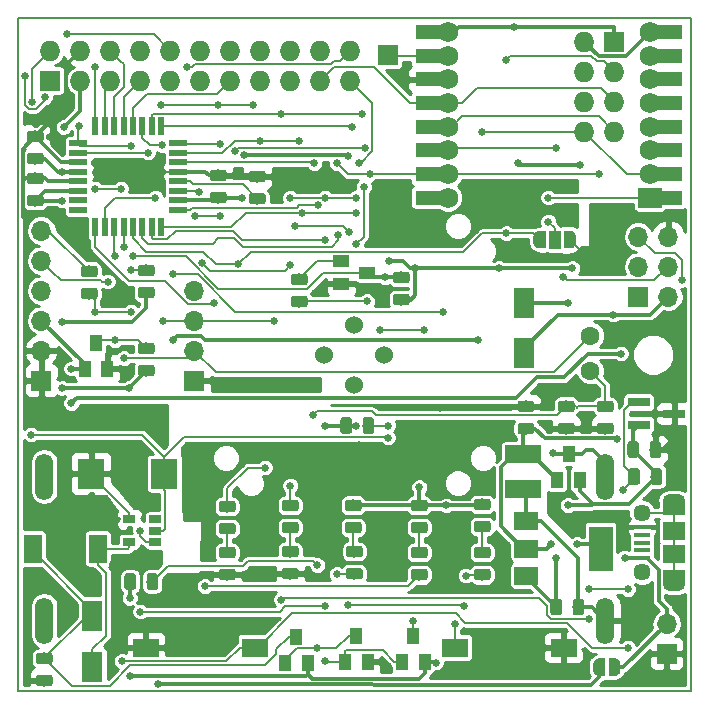
<source format=gbr>
%TF.GenerationSoftware,KiCad,Pcbnew,5.0.2-bee76a0~70~ubuntu18.04.1*%
%TF.CreationDate,2019-07-17T23:27:23+02:00*%
%TF.ProjectId,BT-Pcb-328P,42542d50-6362-42d3-9332-38502e6b6963,1.0*%
%TF.SameCoordinates,Original*%
%TF.FileFunction,Copper,L1,Top*%
%TF.FilePolarity,Positive*%
%FSLAX46Y46*%
G04 Gerber Fmt 4.6, Leading zero omitted, Abs format (unit mm)*
G04 Created by KiCad (PCBNEW 5.0.2-bee76a0~70~ubuntu18.04.1) date mer 17 lug 2019 23:27:23 CEST*
%MOMM*%
%LPD*%
G01*
G04 APERTURE LIST*
%ADD10C,0.150000*%
%ADD11C,0.975000*%
%ADD12O,1.727200X1.727200*%
%ADD13R,1.727200X1.727200*%
%ADD14O,1.524000X3.962000*%
%ADD15R,1.000000X1.400000*%
%ADD16R,1.700000X1.700000*%
%ADD17O,1.700000X1.700000*%
%ADD18R,1.750000X2.650000*%
%ADD19R,2.310000X2.520000*%
%ADD20R,2.180000X1.600000*%
%ADD21R,3.020000X1.510000*%
%ADD22R,1.900000X1.500000*%
%ADD23C,1.450000*%
%ADD24R,1.350000X0.400000*%
%ADD25O,1.900000X1.200000*%
%ADD26R,1.900000X1.200000*%
%ADD27R,1.400000X1.000000*%
%ADD28R,1.500000X2.400000*%
%ADD29C,0.500000*%
%ADD30R,1.000000X1.500000*%
%ADD31C,1.600000*%
%ADD32R,1.600000X0.550000*%
%ADD33R,0.550000X1.600000*%
%ADD34R,2.000000X3.800000*%
%ADD35R,2.000000X1.500000*%
%ADD36R,1.060000X0.650000*%
%ADD37R,1.900000X0.800000*%
%ADD38C,1.524000*%
%ADD39R,3.000000X1.200000*%
%ADD40R,2.000000X1.727200*%
%ADD41C,1.727200*%
%ADD42C,0.650000*%
%ADD43C,0.160000*%
%ADD44C,0.300000*%
%ADD45C,0.254000*%
G04 APERTURE END LIST*
D10*
X184040000Y-138320000D02*
X184040000Y-81320000D01*
X127040000Y-138320000D02*
X127040000Y-81320000D01*
X127040000Y-138320000D02*
X184040000Y-138320000D01*
X127040000Y-81320000D02*
X184040000Y-81320000D01*
G36*
X172890642Y-130492174D02*
X172914303Y-130495684D01*
X172937507Y-130501496D01*
X172960029Y-130509554D01*
X172981653Y-130519782D01*
X173002170Y-130532079D01*
X173021383Y-130546329D01*
X173039107Y-130562393D01*
X173055171Y-130580117D01*
X173069421Y-130599330D01*
X173081718Y-130619847D01*
X173091946Y-130641471D01*
X173100004Y-130663993D01*
X173105816Y-130687197D01*
X173109326Y-130710858D01*
X173110500Y-130734750D01*
X173110500Y-131647250D01*
X173109326Y-131671142D01*
X173105816Y-131694803D01*
X173100004Y-131718007D01*
X173091946Y-131740529D01*
X173081718Y-131762153D01*
X173069421Y-131782670D01*
X173055171Y-131801883D01*
X173039107Y-131819607D01*
X173021383Y-131835671D01*
X173002170Y-131849921D01*
X172981653Y-131862218D01*
X172960029Y-131872446D01*
X172937507Y-131880504D01*
X172914303Y-131886316D01*
X172890642Y-131889826D01*
X172866750Y-131891000D01*
X172379250Y-131891000D01*
X172355358Y-131889826D01*
X172331697Y-131886316D01*
X172308493Y-131880504D01*
X172285971Y-131872446D01*
X172264347Y-131862218D01*
X172243830Y-131849921D01*
X172224617Y-131835671D01*
X172206893Y-131819607D01*
X172190829Y-131801883D01*
X172176579Y-131782670D01*
X172164282Y-131762153D01*
X172154054Y-131740529D01*
X172145996Y-131718007D01*
X172140184Y-131694803D01*
X172136674Y-131671142D01*
X172135500Y-131647250D01*
X172135500Y-130734750D01*
X172136674Y-130710858D01*
X172140184Y-130687197D01*
X172145996Y-130663993D01*
X172154054Y-130641471D01*
X172164282Y-130619847D01*
X172176579Y-130599330D01*
X172190829Y-130580117D01*
X172206893Y-130562393D01*
X172224617Y-130546329D01*
X172243830Y-130532079D01*
X172264347Y-130519782D01*
X172285971Y-130509554D01*
X172308493Y-130501496D01*
X172331697Y-130495684D01*
X172355358Y-130492174D01*
X172379250Y-130491000D01*
X172866750Y-130491000D01*
X172890642Y-130492174D01*
X172890642Y-130492174D01*
G37*
D11*
X172623000Y-131191000D03*
D10*
G36*
X174765642Y-130492174D02*
X174789303Y-130495684D01*
X174812507Y-130501496D01*
X174835029Y-130509554D01*
X174856653Y-130519782D01*
X174877170Y-130532079D01*
X174896383Y-130546329D01*
X174914107Y-130562393D01*
X174930171Y-130580117D01*
X174944421Y-130599330D01*
X174956718Y-130619847D01*
X174966946Y-130641471D01*
X174975004Y-130663993D01*
X174980816Y-130687197D01*
X174984326Y-130710858D01*
X174985500Y-130734750D01*
X174985500Y-131647250D01*
X174984326Y-131671142D01*
X174980816Y-131694803D01*
X174975004Y-131718007D01*
X174966946Y-131740529D01*
X174956718Y-131762153D01*
X174944421Y-131782670D01*
X174930171Y-131801883D01*
X174914107Y-131819607D01*
X174896383Y-131835671D01*
X174877170Y-131849921D01*
X174856653Y-131862218D01*
X174835029Y-131872446D01*
X174812507Y-131880504D01*
X174789303Y-131886316D01*
X174765642Y-131889826D01*
X174741750Y-131891000D01*
X174254250Y-131891000D01*
X174230358Y-131889826D01*
X174206697Y-131886316D01*
X174183493Y-131880504D01*
X174160971Y-131872446D01*
X174139347Y-131862218D01*
X174118830Y-131849921D01*
X174099617Y-131835671D01*
X174081893Y-131819607D01*
X174065829Y-131801883D01*
X174051579Y-131782670D01*
X174039282Y-131762153D01*
X174029054Y-131740529D01*
X174020996Y-131718007D01*
X174015184Y-131694803D01*
X174011674Y-131671142D01*
X174010500Y-131647250D01*
X174010500Y-130734750D01*
X174011674Y-130710858D01*
X174015184Y-130687197D01*
X174020996Y-130663993D01*
X174029054Y-130641471D01*
X174039282Y-130619847D01*
X174051579Y-130599330D01*
X174065829Y-130580117D01*
X174081893Y-130562393D01*
X174099617Y-130546329D01*
X174118830Y-130532079D01*
X174139347Y-130519782D01*
X174160971Y-130509554D01*
X174183493Y-130501496D01*
X174206697Y-130495684D01*
X174230358Y-130492174D01*
X174254250Y-130491000D01*
X174741750Y-130491000D01*
X174765642Y-130492174D01*
X174765642Y-130492174D01*
G37*
D11*
X174498000Y-131191000D03*
D12*
X152654000Y-84074000D03*
X152654000Y-86614000D03*
X150114000Y-84074000D03*
X150114000Y-86614000D03*
X147574000Y-84074000D03*
X147574000Y-86614000D03*
X145034000Y-84074000D03*
X145034000Y-86614000D03*
X142494000Y-84074000D03*
X142494000Y-86614000D03*
X139954000Y-84074000D03*
X139954000Y-86614000D03*
D13*
X129794000Y-86614000D03*
D12*
X129794000Y-84074000D03*
X132334000Y-86614000D03*
X132334000Y-84074000D03*
X134874000Y-86614000D03*
X134874000Y-84074000D03*
X137414000Y-86614000D03*
X137414000Y-84074000D03*
X155194000Y-86614000D03*
X155194000Y-84074000D03*
X177546000Y-90932000D03*
X175006000Y-90932000D03*
X177546000Y-88392000D03*
X175006000Y-88392000D03*
X177546000Y-85852000D03*
X175006000Y-85852000D03*
D13*
X177546000Y-83312000D03*
D12*
X175006000Y-83312000D03*
D14*
X176784000Y-120142000D03*
X129284000Y-120142000D03*
X176786000Y-132334000D03*
X129286000Y-132334000D03*
D15*
X133670000Y-108798000D03*
X134620000Y-110998000D03*
X132720000Y-110998000D03*
D10*
G36*
X138402142Y-108812174D02*
X138425803Y-108815684D01*
X138449007Y-108821496D01*
X138471529Y-108829554D01*
X138493153Y-108839782D01*
X138513670Y-108852079D01*
X138532883Y-108866329D01*
X138550607Y-108882393D01*
X138566671Y-108900117D01*
X138580921Y-108919330D01*
X138593218Y-108939847D01*
X138603446Y-108961471D01*
X138611504Y-108983993D01*
X138617316Y-109007197D01*
X138620826Y-109030858D01*
X138622000Y-109054750D01*
X138622000Y-109542250D01*
X138620826Y-109566142D01*
X138617316Y-109589803D01*
X138611504Y-109613007D01*
X138603446Y-109635529D01*
X138593218Y-109657153D01*
X138580921Y-109677670D01*
X138566671Y-109696883D01*
X138550607Y-109714607D01*
X138532883Y-109730671D01*
X138513670Y-109744921D01*
X138493153Y-109757218D01*
X138471529Y-109767446D01*
X138449007Y-109775504D01*
X138425803Y-109781316D01*
X138402142Y-109784826D01*
X138378250Y-109786000D01*
X137465750Y-109786000D01*
X137441858Y-109784826D01*
X137418197Y-109781316D01*
X137394993Y-109775504D01*
X137372471Y-109767446D01*
X137350847Y-109757218D01*
X137330330Y-109744921D01*
X137311117Y-109730671D01*
X137293393Y-109714607D01*
X137277329Y-109696883D01*
X137263079Y-109677670D01*
X137250782Y-109657153D01*
X137240554Y-109635529D01*
X137232496Y-109613007D01*
X137226684Y-109589803D01*
X137223174Y-109566142D01*
X137222000Y-109542250D01*
X137222000Y-109054750D01*
X137223174Y-109030858D01*
X137226684Y-109007197D01*
X137232496Y-108983993D01*
X137240554Y-108961471D01*
X137250782Y-108939847D01*
X137263079Y-108919330D01*
X137277329Y-108900117D01*
X137293393Y-108882393D01*
X137311117Y-108866329D01*
X137330330Y-108852079D01*
X137350847Y-108839782D01*
X137372471Y-108829554D01*
X137394993Y-108821496D01*
X137418197Y-108815684D01*
X137441858Y-108812174D01*
X137465750Y-108811000D01*
X138378250Y-108811000D01*
X138402142Y-108812174D01*
X138402142Y-108812174D01*
G37*
D11*
X137922000Y-109298500D03*
D10*
G36*
X138402142Y-110687174D02*
X138425803Y-110690684D01*
X138449007Y-110696496D01*
X138471529Y-110704554D01*
X138493153Y-110714782D01*
X138513670Y-110727079D01*
X138532883Y-110741329D01*
X138550607Y-110757393D01*
X138566671Y-110775117D01*
X138580921Y-110794330D01*
X138593218Y-110814847D01*
X138603446Y-110836471D01*
X138611504Y-110858993D01*
X138617316Y-110882197D01*
X138620826Y-110905858D01*
X138622000Y-110929750D01*
X138622000Y-111417250D01*
X138620826Y-111441142D01*
X138617316Y-111464803D01*
X138611504Y-111488007D01*
X138603446Y-111510529D01*
X138593218Y-111532153D01*
X138580921Y-111552670D01*
X138566671Y-111571883D01*
X138550607Y-111589607D01*
X138532883Y-111605671D01*
X138513670Y-111619921D01*
X138493153Y-111632218D01*
X138471529Y-111642446D01*
X138449007Y-111650504D01*
X138425803Y-111656316D01*
X138402142Y-111659826D01*
X138378250Y-111661000D01*
X137465750Y-111661000D01*
X137441858Y-111659826D01*
X137418197Y-111656316D01*
X137394993Y-111650504D01*
X137372471Y-111642446D01*
X137350847Y-111632218D01*
X137330330Y-111619921D01*
X137311117Y-111605671D01*
X137293393Y-111589607D01*
X137277329Y-111571883D01*
X137263079Y-111552670D01*
X137250782Y-111532153D01*
X137240554Y-111510529D01*
X137232496Y-111488007D01*
X137226684Y-111464803D01*
X137223174Y-111441142D01*
X137222000Y-111417250D01*
X137222000Y-110929750D01*
X137223174Y-110905858D01*
X137226684Y-110882197D01*
X137232496Y-110858993D01*
X137240554Y-110836471D01*
X137250782Y-110814847D01*
X137263079Y-110794330D01*
X137277329Y-110775117D01*
X137293393Y-110757393D01*
X137311117Y-110741329D01*
X137330330Y-110727079D01*
X137350847Y-110714782D01*
X137372471Y-110704554D01*
X137394993Y-110696496D01*
X137418197Y-110690684D01*
X137441858Y-110687174D01*
X137465750Y-110686000D01*
X138378250Y-110686000D01*
X138402142Y-110687174D01*
X138402142Y-110687174D01*
G37*
D11*
X137922000Y-111173500D03*
D16*
X181991000Y-135128000D03*
D17*
X181991000Y-132588000D03*
D10*
G36*
X129004142Y-90856674D02*
X129027803Y-90860184D01*
X129051007Y-90865996D01*
X129073529Y-90874054D01*
X129095153Y-90884282D01*
X129115670Y-90896579D01*
X129134883Y-90910829D01*
X129152607Y-90926893D01*
X129168671Y-90944617D01*
X129182921Y-90963830D01*
X129195218Y-90984347D01*
X129205446Y-91005971D01*
X129213504Y-91028493D01*
X129219316Y-91051697D01*
X129222826Y-91075358D01*
X129224000Y-91099250D01*
X129224000Y-91586750D01*
X129222826Y-91610642D01*
X129219316Y-91634303D01*
X129213504Y-91657507D01*
X129205446Y-91680029D01*
X129195218Y-91701653D01*
X129182921Y-91722170D01*
X129168671Y-91741383D01*
X129152607Y-91759107D01*
X129134883Y-91775171D01*
X129115670Y-91789421D01*
X129095153Y-91801718D01*
X129073529Y-91811946D01*
X129051007Y-91820004D01*
X129027803Y-91825816D01*
X129004142Y-91829326D01*
X128980250Y-91830500D01*
X128067750Y-91830500D01*
X128043858Y-91829326D01*
X128020197Y-91825816D01*
X127996993Y-91820004D01*
X127974471Y-91811946D01*
X127952847Y-91801718D01*
X127932330Y-91789421D01*
X127913117Y-91775171D01*
X127895393Y-91759107D01*
X127879329Y-91741383D01*
X127865079Y-91722170D01*
X127852782Y-91701653D01*
X127842554Y-91680029D01*
X127834496Y-91657507D01*
X127828684Y-91634303D01*
X127825174Y-91610642D01*
X127824000Y-91586750D01*
X127824000Y-91099250D01*
X127825174Y-91075358D01*
X127828684Y-91051697D01*
X127834496Y-91028493D01*
X127842554Y-91005971D01*
X127852782Y-90984347D01*
X127865079Y-90963830D01*
X127879329Y-90944617D01*
X127895393Y-90926893D01*
X127913117Y-90910829D01*
X127932330Y-90896579D01*
X127952847Y-90884282D01*
X127974471Y-90874054D01*
X127996993Y-90865996D01*
X128020197Y-90860184D01*
X128043858Y-90856674D01*
X128067750Y-90855500D01*
X128980250Y-90855500D01*
X129004142Y-90856674D01*
X129004142Y-90856674D01*
G37*
D11*
X128524000Y-91343000D03*
D10*
G36*
X129004142Y-92731674D02*
X129027803Y-92735184D01*
X129051007Y-92740996D01*
X129073529Y-92749054D01*
X129095153Y-92759282D01*
X129115670Y-92771579D01*
X129134883Y-92785829D01*
X129152607Y-92801893D01*
X129168671Y-92819617D01*
X129182921Y-92838830D01*
X129195218Y-92859347D01*
X129205446Y-92880971D01*
X129213504Y-92903493D01*
X129219316Y-92926697D01*
X129222826Y-92950358D01*
X129224000Y-92974250D01*
X129224000Y-93461750D01*
X129222826Y-93485642D01*
X129219316Y-93509303D01*
X129213504Y-93532507D01*
X129205446Y-93555029D01*
X129195218Y-93576653D01*
X129182921Y-93597170D01*
X129168671Y-93616383D01*
X129152607Y-93634107D01*
X129134883Y-93650171D01*
X129115670Y-93664421D01*
X129095153Y-93676718D01*
X129073529Y-93686946D01*
X129051007Y-93695004D01*
X129027803Y-93700816D01*
X129004142Y-93704326D01*
X128980250Y-93705500D01*
X128067750Y-93705500D01*
X128043858Y-93704326D01*
X128020197Y-93700816D01*
X127996993Y-93695004D01*
X127974471Y-93686946D01*
X127952847Y-93676718D01*
X127932330Y-93664421D01*
X127913117Y-93650171D01*
X127895393Y-93634107D01*
X127879329Y-93616383D01*
X127865079Y-93597170D01*
X127852782Y-93576653D01*
X127842554Y-93555029D01*
X127834496Y-93532507D01*
X127828684Y-93509303D01*
X127825174Y-93485642D01*
X127824000Y-93461750D01*
X127824000Y-92974250D01*
X127825174Y-92950358D01*
X127828684Y-92926697D01*
X127834496Y-92903493D01*
X127842554Y-92880971D01*
X127852782Y-92859347D01*
X127865079Y-92838830D01*
X127879329Y-92819617D01*
X127895393Y-92801893D01*
X127913117Y-92785829D01*
X127932330Y-92771579D01*
X127952847Y-92759282D01*
X127974471Y-92749054D01*
X127996993Y-92740996D01*
X128020197Y-92735184D01*
X128043858Y-92731674D01*
X128067750Y-92730500D01*
X128980250Y-92730500D01*
X129004142Y-92731674D01*
X129004142Y-92731674D01*
G37*
D11*
X128524000Y-93218000D03*
D18*
X133350000Y-131962000D03*
X133350000Y-136262000D03*
X169926000Y-109710000D03*
X169926000Y-105410000D03*
D19*
X139446000Y-119888000D03*
X133246000Y-119888000D03*
D20*
X147094000Y-134620000D03*
X137894000Y-134620000D03*
X173256000Y-134620000D03*
X164056000Y-134620000D03*
D21*
X169799000Y-118258000D03*
X169799000Y-121158000D03*
D10*
G36*
X179416142Y-117157174D02*
X179439803Y-117160684D01*
X179463007Y-117166496D01*
X179485529Y-117174554D01*
X179507153Y-117184782D01*
X179527670Y-117197079D01*
X179546883Y-117211329D01*
X179564607Y-117227393D01*
X179580671Y-117245117D01*
X179594921Y-117264330D01*
X179607218Y-117284847D01*
X179617446Y-117306471D01*
X179625504Y-117328993D01*
X179631316Y-117352197D01*
X179634826Y-117375858D01*
X179636000Y-117399750D01*
X179636000Y-118312250D01*
X179634826Y-118336142D01*
X179631316Y-118359803D01*
X179625504Y-118383007D01*
X179617446Y-118405529D01*
X179607218Y-118427153D01*
X179594921Y-118447670D01*
X179580671Y-118466883D01*
X179564607Y-118484607D01*
X179546883Y-118500671D01*
X179527670Y-118514921D01*
X179507153Y-118527218D01*
X179485529Y-118537446D01*
X179463007Y-118545504D01*
X179439803Y-118551316D01*
X179416142Y-118554826D01*
X179392250Y-118556000D01*
X178904750Y-118556000D01*
X178880858Y-118554826D01*
X178857197Y-118551316D01*
X178833993Y-118545504D01*
X178811471Y-118537446D01*
X178789847Y-118527218D01*
X178769330Y-118514921D01*
X178750117Y-118500671D01*
X178732393Y-118484607D01*
X178716329Y-118466883D01*
X178702079Y-118447670D01*
X178689782Y-118427153D01*
X178679554Y-118405529D01*
X178671496Y-118383007D01*
X178665684Y-118359803D01*
X178662174Y-118336142D01*
X178661000Y-118312250D01*
X178661000Y-117399750D01*
X178662174Y-117375858D01*
X178665684Y-117352197D01*
X178671496Y-117328993D01*
X178679554Y-117306471D01*
X178689782Y-117284847D01*
X178702079Y-117264330D01*
X178716329Y-117245117D01*
X178732393Y-117227393D01*
X178750117Y-117211329D01*
X178769330Y-117197079D01*
X178789847Y-117184782D01*
X178811471Y-117174554D01*
X178833993Y-117166496D01*
X178857197Y-117160684D01*
X178880858Y-117157174D01*
X178904750Y-117156000D01*
X179392250Y-117156000D01*
X179416142Y-117157174D01*
X179416142Y-117157174D01*
G37*
D11*
X179148500Y-117856000D03*
D10*
G36*
X181291142Y-117157174D02*
X181314803Y-117160684D01*
X181338007Y-117166496D01*
X181360529Y-117174554D01*
X181382153Y-117184782D01*
X181402670Y-117197079D01*
X181421883Y-117211329D01*
X181439607Y-117227393D01*
X181455671Y-117245117D01*
X181469921Y-117264330D01*
X181482218Y-117284847D01*
X181492446Y-117306471D01*
X181500504Y-117328993D01*
X181506316Y-117352197D01*
X181509826Y-117375858D01*
X181511000Y-117399750D01*
X181511000Y-118312250D01*
X181509826Y-118336142D01*
X181506316Y-118359803D01*
X181500504Y-118383007D01*
X181492446Y-118405529D01*
X181482218Y-118427153D01*
X181469921Y-118447670D01*
X181455671Y-118466883D01*
X181439607Y-118484607D01*
X181421883Y-118500671D01*
X181402670Y-118514921D01*
X181382153Y-118527218D01*
X181360529Y-118537446D01*
X181338007Y-118545504D01*
X181314803Y-118551316D01*
X181291142Y-118554826D01*
X181267250Y-118556000D01*
X180779750Y-118556000D01*
X180755858Y-118554826D01*
X180732197Y-118551316D01*
X180708993Y-118545504D01*
X180686471Y-118537446D01*
X180664847Y-118527218D01*
X180644330Y-118514921D01*
X180625117Y-118500671D01*
X180607393Y-118484607D01*
X180591329Y-118466883D01*
X180577079Y-118447670D01*
X180564782Y-118427153D01*
X180554554Y-118405529D01*
X180546496Y-118383007D01*
X180540684Y-118359803D01*
X180537174Y-118336142D01*
X180536000Y-118312250D01*
X180536000Y-117399750D01*
X180537174Y-117375858D01*
X180540684Y-117352197D01*
X180546496Y-117328993D01*
X180554554Y-117306471D01*
X180564782Y-117284847D01*
X180577079Y-117264330D01*
X180591329Y-117245117D01*
X180607393Y-117227393D01*
X180625117Y-117211329D01*
X180644330Y-117197079D01*
X180664847Y-117184782D01*
X180686471Y-117174554D01*
X180708993Y-117166496D01*
X180732197Y-117160684D01*
X180755858Y-117157174D01*
X180779750Y-117156000D01*
X181267250Y-117156000D01*
X181291142Y-117157174D01*
X181291142Y-117157174D01*
G37*
D11*
X181023500Y-117856000D03*
D10*
G36*
X129766142Y-136927674D02*
X129789803Y-136931184D01*
X129813007Y-136936996D01*
X129835529Y-136945054D01*
X129857153Y-136955282D01*
X129877670Y-136967579D01*
X129896883Y-136981829D01*
X129914607Y-136997893D01*
X129930671Y-137015617D01*
X129944921Y-137034830D01*
X129957218Y-137055347D01*
X129967446Y-137076971D01*
X129975504Y-137099493D01*
X129981316Y-137122697D01*
X129984826Y-137146358D01*
X129986000Y-137170250D01*
X129986000Y-137657750D01*
X129984826Y-137681642D01*
X129981316Y-137705303D01*
X129975504Y-137728507D01*
X129967446Y-137751029D01*
X129957218Y-137772653D01*
X129944921Y-137793170D01*
X129930671Y-137812383D01*
X129914607Y-137830107D01*
X129896883Y-137846171D01*
X129877670Y-137860421D01*
X129857153Y-137872718D01*
X129835529Y-137882946D01*
X129813007Y-137891004D01*
X129789803Y-137896816D01*
X129766142Y-137900326D01*
X129742250Y-137901500D01*
X128829750Y-137901500D01*
X128805858Y-137900326D01*
X128782197Y-137896816D01*
X128758993Y-137891004D01*
X128736471Y-137882946D01*
X128714847Y-137872718D01*
X128694330Y-137860421D01*
X128675117Y-137846171D01*
X128657393Y-137830107D01*
X128641329Y-137812383D01*
X128627079Y-137793170D01*
X128614782Y-137772653D01*
X128604554Y-137751029D01*
X128596496Y-137728507D01*
X128590684Y-137705303D01*
X128587174Y-137681642D01*
X128586000Y-137657750D01*
X128586000Y-137170250D01*
X128587174Y-137146358D01*
X128590684Y-137122697D01*
X128596496Y-137099493D01*
X128604554Y-137076971D01*
X128614782Y-137055347D01*
X128627079Y-137034830D01*
X128641329Y-137015617D01*
X128657393Y-136997893D01*
X128675117Y-136981829D01*
X128694330Y-136967579D01*
X128714847Y-136955282D01*
X128736471Y-136945054D01*
X128758993Y-136936996D01*
X128782197Y-136931184D01*
X128805858Y-136927674D01*
X128829750Y-136926500D01*
X129742250Y-136926500D01*
X129766142Y-136927674D01*
X129766142Y-136927674D01*
G37*
D11*
X129286000Y-137414000D03*
D10*
G36*
X129766142Y-135052674D02*
X129789803Y-135056184D01*
X129813007Y-135061996D01*
X129835529Y-135070054D01*
X129857153Y-135080282D01*
X129877670Y-135092579D01*
X129896883Y-135106829D01*
X129914607Y-135122893D01*
X129930671Y-135140617D01*
X129944921Y-135159830D01*
X129957218Y-135180347D01*
X129967446Y-135201971D01*
X129975504Y-135224493D01*
X129981316Y-135247697D01*
X129984826Y-135271358D01*
X129986000Y-135295250D01*
X129986000Y-135782750D01*
X129984826Y-135806642D01*
X129981316Y-135830303D01*
X129975504Y-135853507D01*
X129967446Y-135876029D01*
X129957218Y-135897653D01*
X129944921Y-135918170D01*
X129930671Y-135937383D01*
X129914607Y-135955107D01*
X129896883Y-135971171D01*
X129877670Y-135985421D01*
X129857153Y-135997718D01*
X129835529Y-136007946D01*
X129813007Y-136016004D01*
X129789803Y-136021816D01*
X129766142Y-136025326D01*
X129742250Y-136026500D01*
X128829750Y-136026500D01*
X128805858Y-136025326D01*
X128782197Y-136021816D01*
X128758993Y-136016004D01*
X128736471Y-136007946D01*
X128714847Y-135997718D01*
X128694330Y-135985421D01*
X128675117Y-135971171D01*
X128657393Y-135955107D01*
X128641329Y-135937383D01*
X128627079Y-135918170D01*
X128614782Y-135897653D01*
X128604554Y-135876029D01*
X128596496Y-135853507D01*
X128590684Y-135830303D01*
X128587174Y-135806642D01*
X128586000Y-135782750D01*
X128586000Y-135295250D01*
X128587174Y-135271358D01*
X128590684Y-135247697D01*
X128596496Y-135224493D01*
X128604554Y-135201971D01*
X128614782Y-135180347D01*
X128627079Y-135159830D01*
X128641329Y-135140617D01*
X128657393Y-135122893D01*
X128675117Y-135106829D01*
X128694330Y-135092579D01*
X128714847Y-135080282D01*
X128736471Y-135070054D01*
X128758993Y-135061996D01*
X128782197Y-135056184D01*
X128805858Y-135052674D01*
X128829750Y-135051500D01*
X129742250Y-135051500D01*
X129766142Y-135052674D01*
X129766142Y-135052674D01*
G37*
D11*
X129286000Y-135539000D03*
D10*
G36*
X156985642Y-115125174D02*
X157009303Y-115128684D01*
X157032507Y-115134496D01*
X157055029Y-115142554D01*
X157076653Y-115152782D01*
X157097170Y-115165079D01*
X157116383Y-115179329D01*
X157134107Y-115195393D01*
X157150171Y-115213117D01*
X157164421Y-115232330D01*
X157176718Y-115252847D01*
X157186946Y-115274471D01*
X157195004Y-115296993D01*
X157200816Y-115320197D01*
X157204326Y-115343858D01*
X157205500Y-115367750D01*
X157205500Y-116280250D01*
X157204326Y-116304142D01*
X157200816Y-116327803D01*
X157195004Y-116351007D01*
X157186946Y-116373529D01*
X157176718Y-116395153D01*
X157164421Y-116415670D01*
X157150171Y-116434883D01*
X157134107Y-116452607D01*
X157116383Y-116468671D01*
X157097170Y-116482921D01*
X157076653Y-116495218D01*
X157055029Y-116505446D01*
X157032507Y-116513504D01*
X157009303Y-116519316D01*
X156985642Y-116522826D01*
X156961750Y-116524000D01*
X156474250Y-116524000D01*
X156450358Y-116522826D01*
X156426697Y-116519316D01*
X156403493Y-116513504D01*
X156380971Y-116505446D01*
X156359347Y-116495218D01*
X156338830Y-116482921D01*
X156319617Y-116468671D01*
X156301893Y-116452607D01*
X156285829Y-116434883D01*
X156271579Y-116415670D01*
X156259282Y-116395153D01*
X156249054Y-116373529D01*
X156240996Y-116351007D01*
X156235184Y-116327803D01*
X156231674Y-116304142D01*
X156230500Y-116280250D01*
X156230500Y-115367750D01*
X156231674Y-115343858D01*
X156235184Y-115320197D01*
X156240996Y-115296993D01*
X156249054Y-115274471D01*
X156259282Y-115252847D01*
X156271579Y-115232330D01*
X156285829Y-115213117D01*
X156301893Y-115195393D01*
X156319617Y-115179329D01*
X156338830Y-115165079D01*
X156359347Y-115152782D01*
X156380971Y-115142554D01*
X156403493Y-115134496D01*
X156426697Y-115128684D01*
X156450358Y-115125174D01*
X156474250Y-115124000D01*
X156961750Y-115124000D01*
X156985642Y-115125174D01*
X156985642Y-115125174D01*
G37*
D11*
X156718000Y-115824000D03*
D10*
G36*
X155110642Y-115125174D02*
X155134303Y-115128684D01*
X155157507Y-115134496D01*
X155180029Y-115142554D01*
X155201653Y-115152782D01*
X155222170Y-115165079D01*
X155241383Y-115179329D01*
X155259107Y-115195393D01*
X155275171Y-115213117D01*
X155289421Y-115232330D01*
X155301718Y-115252847D01*
X155311946Y-115274471D01*
X155320004Y-115296993D01*
X155325816Y-115320197D01*
X155329326Y-115343858D01*
X155330500Y-115367750D01*
X155330500Y-116280250D01*
X155329326Y-116304142D01*
X155325816Y-116327803D01*
X155320004Y-116351007D01*
X155311946Y-116373529D01*
X155301718Y-116395153D01*
X155289421Y-116415670D01*
X155275171Y-116434883D01*
X155259107Y-116452607D01*
X155241383Y-116468671D01*
X155222170Y-116482921D01*
X155201653Y-116495218D01*
X155180029Y-116505446D01*
X155157507Y-116513504D01*
X155134303Y-116519316D01*
X155110642Y-116522826D01*
X155086750Y-116524000D01*
X154599250Y-116524000D01*
X154575358Y-116522826D01*
X154551697Y-116519316D01*
X154528493Y-116513504D01*
X154505971Y-116505446D01*
X154484347Y-116495218D01*
X154463830Y-116482921D01*
X154444617Y-116468671D01*
X154426893Y-116452607D01*
X154410829Y-116434883D01*
X154396579Y-116415670D01*
X154384282Y-116395153D01*
X154374054Y-116373529D01*
X154365996Y-116351007D01*
X154360184Y-116327803D01*
X154356674Y-116304142D01*
X154355500Y-116280250D01*
X154355500Y-115367750D01*
X154356674Y-115343858D01*
X154360184Y-115320197D01*
X154365996Y-115296993D01*
X154374054Y-115274471D01*
X154384282Y-115252847D01*
X154396579Y-115232330D01*
X154410829Y-115213117D01*
X154426893Y-115195393D01*
X154444617Y-115179329D01*
X154463830Y-115165079D01*
X154484347Y-115152782D01*
X154505971Y-115142554D01*
X154528493Y-115134496D01*
X154551697Y-115128684D01*
X154575358Y-115125174D01*
X154599250Y-115124000D01*
X155086750Y-115124000D01*
X155110642Y-115125174D01*
X155110642Y-115125174D01*
G37*
D11*
X154843000Y-115824000D03*
D10*
G36*
X133576142Y-104161674D02*
X133599803Y-104165184D01*
X133623007Y-104170996D01*
X133645529Y-104179054D01*
X133667153Y-104189282D01*
X133687670Y-104201579D01*
X133706883Y-104215829D01*
X133724607Y-104231893D01*
X133740671Y-104249617D01*
X133754921Y-104268830D01*
X133767218Y-104289347D01*
X133777446Y-104310971D01*
X133785504Y-104333493D01*
X133791316Y-104356697D01*
X133794826Y-104380358D01*
X133796000Y-104404250D01*
X133796000Y-104891750D01*
X133794826Y-104915642D01*
X133791316Y-104939303D01*
X133785504Y-104962507D01*
X133777446Y-104985029D01*
X133767218Y-105006653D01*
X133754921Y-105027170D01*
X133740671Y-105046383D01*
X133724607Y-105064107D01*
X133706883Y-105080171D01*
X133687670Y-105094421D01*
X133667153Y-105106718D01*
X133645529Y-105116946D01*
X133623007Y-105125004D01*
X133599803Y-105130816D01*
X133576142Y-105134326D01*
X133552250Y-105135500D01*
X132639750Y-105135500D01*
X132615858Y-105134326D01*
X132592197Y-105130816D01*
X132568993Y-105125004D01*
X132546471Y-105116946D01*
X132524847Y-105106718D01*
X132504330Y-105094421D01*
X132485117Y-105080171D01*
X132467393Y-105064107D01*
X132451329Y-105046383D01*
X132437079Y-105027170D01*
X132424782Y-105006653D01*
X132414554Y-104985029D01*
X132406496Y-104962507D01*
X132400684Y-104939303D01*
X132397174Y-104915642D01*
X132396000Y-104891750D01*
X132396000Y-104404250D01*
X132397174Y-104380358D01*
X132400684Y-104356697D01*
X132406496Y-104333493D01*
X132414554Y-104310971D01*
X132424782Y-104289347D01*
X132437079Y-104268830D01*
X132451329Y-104249617D01*
X132467393Y-104231893D01*
X132485117Y-104215829D01*
X132504330Y-104201579D01*
X132524847Y-104189282D01*
X132546471Y-104179054D01*
X132568993Y-104170996D01*
X132592197Y-104165184D01*
X132615858Y-104161674D01*
X132639750Y-104160500D01*
X133552250Y-104160500D01*
X133576142Y-104161674D01*
X133576142Y-104161674D01*
G37*
D11*
X133096000Y-104648000D03*
D10*
G36*
X133576142Y-102286674D02*
X133599803Y-102290184D01*
X133623007Y-102295996D01*
X133645529Y-102304054D01*
X133667153Y-102314282D01*
X133687670Y-102326579D01*
X133706883Y-102340829D01*
X133724607Y-102356893D01*
X133740671Y-102374617D01*
X133754921Y-102393830D01*
X133767218Y-102414347D01*
X133777446Y-102435971D01*
X133785504Y-102458493D01*
X133791316Y-102481697D01*
X133794826Y-102505358D01*
X133796000Y-102529250D01*
X133796000Y-103016750D01*
X133794826Y-103040642D01*
X133791316Y-103064303D01*
X133785504Y-103087507D01*
X133777446Y-103110029D01*
X133767218Y-103131653D01*
X133754921Y-103152170D01*
X133740671Y-103171383D01*
X133724607Y-103189107D01*
X133706883Y-103205171D01*
X133687670Y-103219421D01*
X133667153Y-103231718D01*
X133645529Y-103241946D01*
X133623007Y-103250004D01*
X133599803Y-103255816D01*
X133576142Y-103259326D01*
X133552250Y-103260500D01*
X132639750Y-103260500D01*
X132615858Y-103259326D01*
X132592197Y-103255816D01*
X132568993Y-103250004D01*
X132546471Y-103241946D01*
X132524847Y-103231718D01*
X132504330Y-103219421D01*
X132485117Y-103205171D01*
X132467393Y-103189107D01*
X132451329Y-103171383D01*
X132437079Y-103152170D01*
X132424782Y-103131653D01*
X132414554Y-103110029D01*
X132406496Y-103087507D01*
X132400684Y-103064303D01*
X132397174Y-103040642D01*
X132396000Y-103016750D01*
X132396000Y-102529250D01*
X132397174Y-102505358D01*
X132400684Y-102481697D01*
X132406496Y-102458493D01*
X132414554Y-102435971D01*
X132424782Y-102414347D01*
X132437079Y-102393830D01*
X132451329Y-102374617D01*
X132467393Y-102356893D01*
X132485117Y-102340829D01*
X132504330Y-102326579D01*
X132524847Y-102314282D01*
X132546471Y-102304054D01*
X132568993Y-102295996D01*
X132592197Y-102290184D01*
X132615858Y-102286674D01*
X132639750Y-102285500D01*
X133552250Y-102285500D01*
X133576142Y-102286674D01*
X133576142Y-102286674D01*
G37*
D11*
X133096000Y-102773000D03*
D10*
G36*
X144498142Y-96033674D02*
X144521803Y-96037184D01*
X144545007Y-96042996D01*
X144567529Y-96051054D01*
X144589153Y-96061282D01*
X144609670Y-96073579D01*
X144628883Y-96087829D01*
X144646607Y-96103893D01*
X144662671Y-96121617D01*
X144676921Y-96140830D01*
X144689218Y-96161347D01*
X144699446Y-96182971D01*
X144707504Y-96205493D01*
X144713316Y-96228697D01*
X144716826Y-96252358D01*
X144718000Y-96276250D01*
X144718000Y-96763750D01*
X144716826Y-96787642D01*
X144713316Y-96811303D01*
X144707504Y-96834507D01*
X144699446Y-96857029D01*
X144689218Y-96878653D01*
X144676921Y-96899170D01*
X144662671Y-96918383D01*
X144646607Y-96936107D01*
X144628883Y-96952171D01*
X144609670Y-96966421D01*
X144589153Y-96978718D01*
X144567529Y-96988946D01*
X144545007Y-96997004D01*
X144521803Y-97002816D01*
X144498142Y-97006326D01*
X144474250Y-97007500D01*
X143561750Y-97007500D01*
X143537858Y-97006326D01*
X143514197Y-97002816D01*
X143490993Y-96997004D01*
X143468471Y-96988946D01*
X143446847Y-96978718D01*
X143426330Y-96966421D01*
X143407117Y-96952171D01*
X143389393Y-96936107D01*
X143373329Y-96918383D01*
X143359079Y-96899170D01*
X143346782Y-96878653D01*
X143336554Y-96857029D01*
X143328496Y-96834507D01*
X143322684Y-96811303D01*
X143319174Y-96787642D01*
X143318000Y-96763750D01*
X143318000Y-96276250D01*
X143319174Y-96252358D01*
X143322684Y-96228697D01*
X143328496Y-96205493D01*
X143336554Y-96182971D01*
X143346782Y-96161347D01*
X143359079Y-96140830D01*
X143373329Y-96121617D01*
X143389393Y-96103893D01*
X143407117Y-96087829D01*
X143426330Y-96073579D01*
X143446847Y-96061282D01*
X143468471Y-96051054D01*
X143490993Y-96042996D01*
X143514197Y-96037184D01*
X143537858Y-96033674D01*
X143561750Y-96032500D01*
X144474250Y-96032500D01*
X144498142Y-96033674D01*
X144498142Y-96033674D01*
G37*
D11*
X144018000Y-96520000D03*
D10*
G36*
X144498142Y-94158674D02*
X144521803Y-94162184D01*
X144545007Y-94167996D01*
X144567529Y-94176054D01*
X144589153Y-94186282D01*
X144609670Y-94198579D01*
X144628883Y-94212829D01*
X144646607Y-94228893D01*
X144662671Y-94246617D01*
X144676921Y-94265830D01*
X144689218Y-94286347D01*
X144699446Y-94307971D01*
X144707504Y-94330493D01*
X144713316Y-94353697D01*
X144716826Y-94377358D01*
X144718000Y-94401250D01*
X144718000Y-94888750D01*
X144716826Y-94912642D01*
X144713316Y-94936303D01*
X144707504Y-94959507D01*
X144699446Y-94982029D01*
X144689218Y-95003653D01*
X144676921Y-95024170D01*
X144662671Y-95043383D01*
X144646607Y-95061107D01*
X144628883Y-95077171D01*
X144609670Y-95091421D01*
X144589153Y-95103718D01*
X144567529Y-95113946D01*
X144545007Y-95122004D01*
X144521803Y-95127816D01*
X144498142Y-95131326D01*
X144474250Y-95132500D01*
X143561750Y-95132500D01*
X143537858Y-95131326D01*
X143514197Y-95127816D01*
X143490993Y-95122004D01*
X143468471Y-95113946D01*
X143446847Y-95103718D01*
X143426330Y-95091421D01*
X143407117Y-95077171D01*
X143389393Y-95061107D01*
X143373329Y-95043383D01*
X143359079Y-95024170D01*
X143346782Y-95003653D01*
X143336554Y-94982029D01*
X143328496Y-94959507D01*
X143322684Y-94936303D01*
X143319174Y-94912642D01*
X143318000Y-94888750D01*
X143318000Y-94401250D01*
X143319174Y-94377358D01*
X143322684Y-94353697D01*
X143328496Y-94330493D01*
X143336554Y-94307971D01*
X143346782Y-94286347D01*
X143359079Y-94265830D01*
X143373329Y-94246617D01*
X143389393Y-94228893D01*
X143407117Y-94212829D01*
X143426330Y-94198579D01*
X143446847Y-94186282D01*
X143468471Y-94176054D01*
X143490993Y-94167996D01*
X143514197Y-94162184D01*
X143537858Y-94158674D01*
X143561750Y-94157500D01*
X144474250Y-94157500D01*
X144498142Y-94158674D01*
X144498142Y-94158674D01*
G37*
D11*
X144018000Y-94645000D03*
D10*
G36*
X129004142Y-94412674D02*
X129027803Y-94416184D01*
X129051007Y-94421996D01*
X129073529Y-94430054D01*
X129095153Y-94440282D01*
X129115670Y-94452579D01*
X129134883Y-94466829D01*
X129152607Y-94482893D01*
X129168671Y-94500617D01*
X129182921Y-94519830D01*
X129195218Y-94540347D01*
X129205446Y-94561971D01*
X129213504Y-94584493D01*
X129219316Y-94607697D01*
X129222826Y-94631358D01*
X129224000Y-94655250D01*
X129224000Y-95142750D01*
X129222826Y-95166642D01*
X129219316Y-95190303D01*
X129213504Y-95213507D01*
X129205446Y-95236029D01*
X129195218Y-95257653D01*
X129182921Y-95278170D01*
X129168671Y-95297383D01*
X129152607Y-95315107D01*
X129134883Y-95331171D01*
X129115670Y-95345421D01*
X129095153Y-95357718D01*
X129073529Y-95367946D01*
X129051007Y-95376004D01*
X129027803Y-95381816D01*
X129004142Y-95385326D01*
X128980250Y-95386500D01*
X128067750Y-95386500D01*
X128043858Y-95385326D01*
X128020197Y-95381816D01*
X127996993Y-95376004D01*
X127974471Y-95367946D01*
X127952847Y-95357718D01*
X127932330Y-95345421D01*
X127913117Y-95331171D01*
X127895393Y-95315107D01*
X127879329Y-95297383D01*
X127865079Y-95278170D01*
X127852782Y-95257653D01*
X127842554Y-95236029D01*
X127834496Y-95213507D01*
X127828684Y-95190303D01*
X127825174Y-95166642D01*
X127824000Y-95142750D01*
X127824000Y-94655250D01*
X127825174Y-94631358D01*
X127828684Y-94607697D01*
X127834496Y-94584493D01*
X127842554Y-94561971D01*
X127852782Y-94540347D01*
X127865079Y-94519830D01*
X127879329Y-94500617D01*
X127895393Y-94482893D01*
X127913117Y-94466829D01*
X127932330Y-94452579D01*
X127952847Y-94440282D01*
X127974471Y-94430054D01*
X127996993Y-94421996D01*
X128020197Y-94416184D01*
X128043858Y-94412674D01*
X128067750Y-94411500D01*
X128980250Y-94411500D01*
X129004142Y-94412674D01*
X129004142Y-94412674D01*
G37*
D11*
X128524000Y-94899000D03*
D10*
G36*
X129004142Y-96287674D02*
X129027803Y-96291184D01*
X129051007Y-96296996D01*
X129073529Y-96305054D01*
X129095153Y-96315282D01*
X129115670Y-96327579D01*
X129134883Y-96341829D01*
X129152607Y-96357893D01*
X129168671Y-96375617D01*
X129182921Y-96394830D01*
X129195218Y-96415347D01*
X129205446Y-96436971D01*
X129213504Y-96459493D01*
X129219316Y-96482697D01*
X129222826Y-96506358D01*
X129224000Y-96530250D01*
X129224000Y-97017750D01*
X129222826Y-97041642D01*
X129219316Y-97065303D01*
X129213504Y-97088507D01*
X129205446Y-97111029D01*
X129195218Y-97132653D01*
X129182921Y-97153170D01*
X129168671Y-97172383D01*
X129152607Y-97190107D01*
X129134883Y-97206171D01*
X129115670Y-97220421D01*
X129095153Y-97232718D01*
X129073529Y-97242946D01*
X129051007Y-97251004D01*
X129027803Y-97256816D01*
X129004142Y-97260326D01*
X128980250Y-97261500D01*
X128067750Y-97261500D01*
X128043858Y-97260326D01*
X128020197Y-97256816D01*
X127996993Y-97251004D01*
X127974471Y-97242946D01*
X127952847Y-97232718D01*
X127932330Y-97220421D01*
X127913117Y-97206171D01*
X127895393Y-97190107D01*
X127879329Y-97172383D01*
X127865079Y-97153170D01*
X127852782Y-97132653D01*
X127842554Y-97111029D01*
X127834496Y-97088507D01*
X127828684Y-97065303D01*
X127825174Y-97041642D01*
X127824000Y-97017750D01*
X127824000Y-96530250D01*
X127825174Y-96506358D01*
X127828684Y-96482697D01*
X127834496Y-96459493D01*
X127842554Y-96436971D01*
X127852782Y-96415347D01*
X127865079Y-96394830D01*
X127879329Y-96375617D01*
X127895393Y-96357893D01*
X127913117Y-96341829D01*
X127932330Y-96327579D01*
X127952847Y-96315282D01*
X127974471Y-96305054D01*
X127996993Y-96296996D01*
X128020197Y-96291184D01*
X128043858Y-96287674D01*
X128067750Y-96286500D01*
X128980250Y-96286500D01*
X129004142Y-96287674D01*
X129004142Y-96287674D01*
G37*
D11*
X128524000Y-96774000D03*
D10*
G36*
X147800142Y-94255674D02*
X147823803Y-94259184D01*
X147847007Y-94264996D01*
X147869529Y-94273054D01*
X147891153Y-94283282D01*
X147911670Y-94295579D01*
X147930883Y-94309829D01*
X147948607Y-94325893D01*
X147964671Y-94343617D01*
X147978921Y-94362830D01*
X147991218Y-94383347D01*
X148001446Y-94404971D01*
X148009504Y-94427493D01*
X148015316Y-94450697D01*
X148018826Y-94474358D01*
X148020000Y-94498250D01*
X148020000Y-94985750D01*
X148018826Y-95009642D01*
X148015316Y-95033303D01*
X148009504Y-95056507D01*
X148001446Y-95079029D01*
X147991218Y-95100653D01*
X147978921Y-95121170D01*
X147964671Y-95140383D01*
X147948607Y-95158107D01*
X147930883Y-95174171D01*
X147911670Y-95188421D01*
X147891153Y-95200718D01*
X147869529Y-95210946D01*
X147847007Y-95219004D01*
X147823803Y-95224816D01*
X147800142Y-95228326D01*
X147776250Y-95229500D01*
X146863750Y-95229500D01*
X146839858Y-95228326D01*
X146816197Y-95224816D01*
X146792993Y-95219004D01*
X146770471Y-95210946D01*
X146748847Y-95200718D01*
X146728330Y-95188421D01*
X146709117Y-95174171D01*
X146691393Y-95158107D01*
X146675329Y-95140383D01*
X146661079Y-95121170D01*
X146648782Y-95100653D01*
X146638554Y-95079029D01*
X146630496Y-95056507D01*
X146624684Y-95033303D01*
X146621174Y-95009642D01*
X146620000Y-94985750D01*
X146620000Y-94498250D01*
X146621174Y-94474358D01*
X146624684Y-94450697D01*
X146630496Y-94427493D01*
X146638554Y-94404971D01*
X146648782Y-94383347D01*
X146661079Y-94362830D01*
X146675329Y-94343617D01*
X146691393Y-94325893D01*
X146709117Y-94309829D01*
X146728330Y-94295579D01*
X146748847Y-94283282D01*
X146770471Y-94273054D01*
X146792993Y-94264996D01*
X146816197Y-94259184D01*
X146839858Y-94255674D01*
X146863750Y-94254500D01*
X147776250Y-94254500D01*
X147800142Y-94255674D01*
X147800142Y-94255674D01*
G37*
D11*
X147320000Y-94742000D03*
D10*
G36*
X147800142Y-96130674D02*
X147823803Y-96134184D01*
X147847007Y-96139996D01*
X147869529Y-96148054D01*
X147891153Y-96158282D01*
X147911670Y-96170579D01*
X147930883Y-96184829D01*
X147948607Y-96200893D01*
X147964671Y-96218617D01*
X147978921Y-96237830D01*
X147991218Y-96258347D01*
X148001446Y-96279971D01*
X148009504Y-96302493D01*
X148015316Y-96325697D01*
X148018826Y-96349358D01*
X148020000Y-96373250D01*
X148020000Y-96860750D01*
X148018826Y-96884642D01*
X148015316Y-96908303D01*
X148009504Y-96931507D01*
X148001446Y-96954029D01*
X147991218Y-96975653D01*
X147978921Y-96996170D01*
X147964671Y-97015383D01*
X147948607Y-97033107D01*
X147930883Y-97049171D01*
X147911670Y-97063421D01*
X147891153Y-97075718D01*
X147869529Y-97085946D01*
X147847007Y-97094004D01*
X147823803Y-97099816D01*
X147800142Y-97103326D01*
X147776250Y-97104500D01*
X146863750Y-97104500D01*
X146839858Y-97103326D01*
X146816197Y-97099816D01*
X146792993Y-97094004D01*
X146770471Y-97085946D01*
X146748847Y-97075718D01*
X146728330Y-97063421D01*
X146709117Y-97049171D01*
X146691393Y-97033107D01*
X146675329Y-97015383D01*
X146661079Y-96996170D01*
X146648782Y-96975653D01*
X146638554Y-96954029D01*
X146630496Y-96931507D01*
X146624684Y-96908303D01*
X146621174Y-96884642D01*
X146620000Y-96860750D01*
X146620000Y-96373250D01*
X146621174Y-96349358D01*
X146624684Y-96325697D01*
X146630496Y-96302493D01*
X146638554Y-96279971D01*
X146648782Y-96258347D01*
X146661079Y-96237830D01*
X146675329Y-96218617D01*
X146691393Y-96200893D01*
X146709117Y-96184829D01*
X146728330Y-96170579D01*
X146748847Y-96158282D01*
X146770471Y-96148054D01*
X146792993Y-96139996D01*
X146816197Y-96134184D01*
X146839858Y-96130674D01*
X146863750Y-96129500D01*
X147776250Y-96129500D01*
X147800142Y-96130674D01*
X147800142Y-96130674D01*
G37*
D11*
X147320000Y-96617000D03*
D10*
G36*
X177264142Y-115591674D02*
X177287803Y-115595184D01*
X177311007Y-115600996D01*
X177333529Y-115609054D01*
X177355153Y-115619282D01*
X177375670Y-115631579D01*
X177394883Y-115645829D01*
X177412607Y-115661893D01*
X177428671Y-115679617D01*
X177442921Y-115698830D01*
X177455218Y-115719347D01*
X177465446Y-115740971D01*
X177473504Y-115763493D01*
X177479316Y-115786697D01*
X177482826Y-115810358D01*
X177484000Y-115834250D01*
X177484000Y-116321750D01*
X177482826Y-116345642D01*
X177479316Y-116369303D01*
X177473504Y-116392507D01*
X177465446Y-116415029D01*
X177455218Y-116436653D01*
X177442921Y-116457170D01*
X177428671Y-116476383D01*
X177412607Y-116494107D01*
X177394883Y-116510171D01*
X177375670Y-116524421D01*
X177355153Y-116536718D01*
X177333529Y-116546946D01*
X177311007Y-116555004D01*
X177287803Y-116560816D01*
X177264142Y-116564326D01*
X177240250Y-116565500D01*
X176327750Y-116565500D01*
X176303858Y-116564326D01*
X176280197Y-116560816D01*
X176256993Y-116555004D01*
X176234471Y-116546946D01*
X176212847Y-116536718D01*
X176192330Y-116524421D01*
X176173117Y-116510171D01*
X176155393Y-116494107D01*
X176139329Y-116476383D01*
X176125079Y-116457170D01*
X176112782Y-116436653D01*
X176102554Y-116415029D01*
X176094496Y-116392507D01*
X176088684Y-116369303D01*
X176085174Y-116345642D01*
X176084000Y-116321750D01*
X176084000Y-115834250D01*
X176085174Y-115810358D01*
X176088684Y-115786697D01*
X176094496Y-115763493D01*
X176102554Y-115740971D01*
X176112782Y-115719347D01*
X176125079Y-115698830D01*
X176139329Y-115679617D01*
X176155393Y-115661893D01*
X176173117Y-115645829D01*
X176192330Y-115631579D01*
X176212847Y-115619282D01*
X176234471Y-115609054D01*
X176256993Y-115600996D01*
X176280197Y-115595184D01*
X176303858Y-115591674D01*
X176327750Y-115590500D01*
X177240250Y-115590500D01*
X177264142Y-115591674D01*
X177264142Y-115591674D01*
G37*
D11*
X176784000Y-116078000D03*
D10*
G36*
X177264142Y-113716674D02*
X177287803Y-113720184D01*
X177311007Y-113725996D01*
X177333529Y-113734054D01*
X177355153Y-113744282D01*
X177375670Y-113756579D01*
X177394883Y-113770829D01*
X177412607Y-113786893D01*
X177428671Y-113804617D01*
X177442921Y-113823830D01*
X177455218Y-113844347D01*
X177465446Y-113865971D01*
X177473504Y-113888493D01*
X177479316Y-113911697D01*
X177482826Y-113935358D01*
X177484000Y-113959250D01*
X177484000Y-114446750D01*
X177482826Y-114470642D01*
X177479316Y-114494303D01*
X177473504Y-114517507D01*
X177465446Y-114540029D01*
X177455218Y-114561653D01*
X177442921Y-114582170D01*
X177428671Y-114601383D01*
X177412607Y-114619107D01*
X177394883Y-114635171D01*
X177375670Y-114649421D01*
X177355153Y-114661718D01*
X177333529Y-114671946D01*
X177311007Y-114680004D01*
X177287803Y-114685816D01*
X177264142Y-114689326D01*
X177240250Y-114690500D01*
X176327750Y-114690500D01*
X176303858Y-114689326D01*
X176280197Y-114685816D01*
X176256993Y-114680004D01*
X176234471Y-114671946D01*
X176212847Y-114661718D01*
X176192330Y-114649421D01*
X176173117Y-114635171D01*
X176155393Y-114619107D01*
X176139329Y-114601383D01*
X176125079Y-114582170D01*
X176112782Y-114561653D01*
X176102554Y-114540029D01*
X176094496Y-114517507D01*
X176088684Y-114494303D01*
X176085174Y-114470642D01*
X176084000Y-114446750D01*
X176084000Y-113959250D01*
X176085174Y-113935358D01*
X176088684Y-113911697D01*
X176094496Y-113888493D01*
X176102554Y-113865971D01*
X176112782Y-113844347D01*
X176125079Y-113823830D01*
X176139329Y-113804617D01*
X176155393Y-113786893D01*
X176173117Y-113770829D01*
X176192330Y-113756579D01*
X176212847Y-113744282D01*
X176234471Y-113734054D01*
X176256993Y-113725996D01*
X176280197Y-113720184D01*
X176303858Y-113716674D01*
X176327750Y-113715500D01*
X177240250Y-113715500D01*
X177264142Y-113716674D01*
X177264142Y-113716674D01*
G37*
D11*
X176784000Y-114203000D03*
D16*
X158369000Y-84455000D03*
X141986000Y-112014000D03*
D17*
X141986000Y-109474000D03*
X141986000Y-106934000D03*
X141986000Y-104394000D03*
D16*
X179578000Y-104902000D03*
D17*
X182118000Y-104902000D03*
X179578000Y-102362000D03*
X182118000Y-102362000D03*
X179578000Y-99822000D03*
X182118000Y-99822000D03*
D16*
X129032000Y-112014000D03*
D17*
X129032000Y-109474000D03*
X129032000Y-106934000D03*
X129032000Y-104394000D03*
X129032000Y-101854000D03*
X129032000Y-99314000D03*
D22*
X182593500Y-124730000D03*
D23*
X179893500Y-128230000D03*
D24*
X179893500Y-126380000D03*
X179893500Y-127030000D03*
X179893500Y-124430000D03*
X179893500Y-125080000D03*
X179893500Y-125730000D03*
D23*
X179893500Y-123230000D03*
D22*
X182593500Y-126730000D03*
D25*
X182593500Y-129230000D03*
X182593500Y-122230000D03*
D26*
X182593500Y-122830000D03*
X182593500Y-128630000D03*
D15*
X154752000Y-135804000D03*
X156652000Y-135804000D03*
X155702000Y-133604000D03*
D27*
X156640000Y-102870000D03*
X154440000Y-103820000D03*
X154440000Y-101920000D03*
D15*
X160528000Y-133604000D03*
X161478000Y-135804000D03*
X159578000Y-135804000D03*
X149672000Y-135890000D03*
X151572000Y-135890000D03*
X150622000Y-133690000D03*
X173675000Y-118196000D03*
X174625000Y-120396000D03*
X172725000Y-120396000D03*
D28*
X128314000Y-126238000D03*
X133814000Y-126238000D03*
D29*
X176261000Y-136271000D03*
D10*
G36*
X176761000Y-137021000D02*
X176261000Y-137021000D01*
X176261000Y-137020398D01*
X176236466Y-137020398D01*
X176187635Y-137015588D01*
X176139510Y-137006016D01*
X176092555Y-136991772D01*
X176047222Y-136972995D01*
X176003949Y-136949864D01*
X175963150Y-136922604D01*
X175925221Y-136891476D01*
X175890524Y-136856779D01*
X175859396Y-136818850D01*
X175832136Y-136778051D01*
X175809005Y-136734778D01*
X175790228Y-136689445D01*
X175775984Y-136642490D01*
X175766412Y-136594365D01*
X175761602Y-136545534D01*
X175761602Y-136521000D01*
X175761000Y-136521000D01*
X175761000Y-136021000D01*
X175761602Y-136021000D01*
X175761602Y-135996466D01*
X175766412Y-135947635D01*
X175775984Y-135899510D01*
X175790228Y-135852555D01*
X175809005Y-135807222D01*
X175832136Y-135763949D01*
X175859396Y-135723150D01*
X175890524Y-135685221D01*
X175925221Y-135650524D01*
X175963150Y-135619396D01*
X176003949Y-135592136D01*
X176047222Y-135569005D01*
X176092555Y-135550228D01*
X176139510Y-135535984D01*
X176187635Y-135526412D01*
X176236466Y-135521602D01*
X176261000Y-135521602D01*
X176261000Y-135521000D01*
X176761000Y-135521000D01*
X176761000Y-137021000D01*
X176761000Y-137021000D01*
G37*
D29*
X177561000Y-136271000D03*
D10*
G36*
X177561000Y-135521602D02*
X177585534Y-135521602D01*
X177634365Y-135526412D01*
X177682490Y-135535984D01*
X177729445Y-135550228D01*
X177774778Y-135569005D01*
X177818051Y-135592136D01*
X177858850Y-135619396D01*
X177896779Y-135650524D01*
X177931476Y-135685221D01*
X177962604Y-135723150D01*
X177989864Y-135763949D01*
X178012995Y-135807222D01*
X178031772Y-135852555D01*
X178046016Y-135899510D01*
X178055588Y-135947635D01*
X178060398Y-135996466D01*
X178060398Y-136021000D01*
X178061000Y-136021000D01*
X178061000Y-136521000D01*
X178060398Y-136521000D01*
X178060398Y-136545534D01*
X178055588Y-136594365D01*
X178046016Y-136642490D01*
X178031772Y-136689445D01*
X178012995Y-136734778D01*
X177989864Y-136778051D01*
X177962604Y-136818850D01*
X177931476Y-136856779D01*
X177896779Y-136891476D01*
X177858850Y-136922604D01*
X177818051Y-136949864D01*
X177774778Y-136972995D01*
X177729445Y-136991772D01*
X177682490Y-137006016D01*
X177634365Y-137015588D01*
X177585534Y-137020398D01*
X177561000Y-137020398D01*
X177561000Y-137021000D01*
X177061000Y-137021000D01*
X177061000Y-135521000D01*
X177561000Y-135521000D01*
X177561000Y-135521602D01*
X177561000Y-135521602D01*
G37*
D29*
X171196000Y-100076000D03*
D10*
G36*
X171746000Y-100826000D02*
X171196000Y-100826000D01*
X171196000Y-100825398D01*
X171171466Y-100825398D01*
X171122635Y-100820588D01*
X171074510Y-100811016D01*
X171027555Y-100796772D01*
X170982222Y-100777995D01*
X170938949Y-100754864D01*
X170898150Y-100727604D01*
X170860221Y-100696476D01*
X170825524Y-100661779D01*
X170794396Y-100623850D01*
X170767136Y-100583051D01*
X170744005Y-100539778D01*
X170725228Y-100494445D01*
X170710984Y-100447490D01*
X170701412Y-100399365D01*
X170696602Y-100350534D01*
X170696602Y-100326000D01*
X170696000Y-100326000D01*
X170696000Y-99826000D01*
X170696602Y-99826000D01*
X170696602Y-99801466D01*
X170701412Y-99752635D01*
X170710984Y-99704510D01*
X170725228Y-99657555D01*
X170744005Y-99612222D01*
X170767136Y-99568949D01*
X170794396Y-99528150D01*
X170825524Y-99490221D01*
X170860221Y-99455524D01*
X170898150Y-99424396D01*
X170938949Y-99397136D01*
X170982222Y-99374005D01*
X171027555Y-99355228D01*
X171074510Y-99340984D01*
X171122635Y-99331412D01*
X171171466Y-99326602D01*
X171196000Y-99326602D01*
X171196000Y-99326000D01*
X171746000Y-99326000D01*
X171746000Y-100826000D01*
X171746000Y-100826000D01*
G37*
D29*
X173796000Y-100076000D03*
D10*
G36*
X173796000Y-99326602D02*
X173820534Y-99326602D01*
X173869365Y-99331412D01*
X173917490Y-99340984D01*
X173964445Y-99355228D01*
X174009778Y-99374005D01*
X174053051Y-99397136D01*
X174093850Y-99424396D01*
X174131779Y-99455524D01*
X174166476Y-99490221D01*
X174197604Y-99528150D01*
X174224864Y-99568949D01*
X174247995Y-99612222D01*
X174266772Y-99657555D01*
X174281016Y-99704510D01*
X174290588Y-99752635D01*
X174295398Y-99801466D01*
X174295398Y-99826000D01*
X174296000Y-99826000D01*
X174296000Y-100326000D01*
X174295398Y-100326000D01*
X174295398Y-100350534D01*
X174290588Y-100399365D01*
X174281016Y-100447490D01*
X174266772Y-100494445D01*
X174247995Y-100539778D01*
X174224864Y-100583051D01*
X174197604Y-100623850D01*
X174166476Y-100661779D01*
X174131779Y-100696476D01*
X174093850Y-100727604D01*
X174053051Y-100754864D01*
X174009778Y-100777995D01*
X173964445Y-100796772D01*
X173917490Y-100811016D01*
X173869365Y-100820588D01*
X173820534Y-100825398D01*
X173796000Y-100825398D01*
X173796000Y-100826000D01*
X173246000Y-100826000D01*
X173246000Y-99326000D01*
X173796000Y-99326000D01*
X173796000Y-99326602D01*
X173796000Y-99326602D01*
G37*
D30*
X172496000Y-100076000D03*
D10*
G36*
X150594142Y-127880674D02*
X150617803Y-127884184D01*
X150641007Y-127889996D01*
X150663529Y-127898054D01*
X150685153Y-127908282D01*
X150705670Y-127920579D01*
X150724883Y-127934829D01*
X150742607Y-127950893D01*
X150758671Y-127968617D01*
X150772921Y-127987830D01*
X150785218Y-128008347D01*
X150795446Y-128029971D01*
X150803504Y-128052493D01*
X150809316Y-128075697D01*
X150812826Y-128099358D01*
X150814000Y-128123250D01*
X150814000Y-128610750D01*
X150812826Y-128634642D01*
X150809316Y-128658303D01*
X150803504Y-128681507D01*
X150795446Y-128704029D01*
X150785218Y-128725653D01*
X150772921Y-128746170D01*
X150758671Y-128765383D01*
X150742607Y-128783107D01*
X150724883Y-128799171D01*
X150705670Y-128813421D01*
X150685153Y-128825718D01*
X150663529Y-128835946D01*
X150641007Y-128844004D01*
X150617803Y-128849816D01*
X150594142Y-128853326D01*
X150570250Y-128854500D01*
X149657750Y-128854500D01*
X149633858Y-128853326D01*
X149610197Y-128849816D01*
X149586993Y-128844004D01*
X149564471Y-128835946D01*
X149542847Y-128825718D01*
X149522330Y-128813421D01*
X149503117Y-128799171D01*
X149485393Y-128783107D01*
X149469329Y-128765383D01*
X149455079Y-128746170D01*
X149442782Y-128725653D01*
X149432554Y-128704029D01*
X149424496Y-128681507D01*
X149418684Y-128658303D01*
X149415174Y-128634642D01*
X149414000Y-128610750D01*
X149414000Y-128123250D01*
X149415174Y-128099358D01*
X149418684Y-128075697D01*
X149424496Y-128052493D01*
X149432554Y-128029971D01*
X149442782Y-128008347D01*
X149455079Y-127987830D01*
X149469329Y-127968617D01*
X149485393Y-127950893D01*
X149503117Y-127934829D01*
X149522330Y-127920579D01*
X149542847Y-127908282D01*
X149564471Y-127898054D01*
X149586993Y-127889996D01*
X149610197Y-127884184D01*
X149633858Y-127880674D01*
X149657750Y-127879500D01*
X150570250Y-127879500D01*
X150594142Y-127880674D01*
X150594142Y-127880674D01*
G37*
D11*
X150114000Y-128367000D03*
D10*
G36*
X150594142Y-126005674D02*
X150617803Y-126009184D01*
X150641007Y-126014996D01*
X150663529Y-126023054D01*
X150685153Y-126033282D01*
X150705670Y-126045579D01*
X150724883Y-126059829D01*
X150742607Y-126075893D01*
X150758671Y-126093617D01*
X150772921Y-126112830D01*
X150785218Y-126133347D01*
X150795446Y-126154971D01*
X150803504Y-126177493D01*
X150809316Y-126200697D01*
X150812826Y-126224358D01*
X150814000Y-126248250D01*
X150814000Y-126735750D01*
X150812826Y-126759642D01*
X150809316Y-126783303D01*
X150803504Y-126806507D01*
X150795446Y-126829029D01*
X150785218Y-126850653D01*
X150772921Y-126871170D01*
X150758671Y-126890383D01*
X150742607Y-126908107D01*
X150724883Y-126924171D01*
X150705670Y-126938421D01*
X150685153Y-126950718D01*
X150663529Y-126960946D01*
X150641007Y-126969004D01*
X150617803Y-126974816D01*
X150594142Y-126978326D01*
X150570250Y-126979500D01*
X149657750Y-126979500D01*
X149633858Y-126978326D01*
X149610197Y-126974816D01*
X149586993Y-126969004D01*
X149564471Y-126960946D01*
X149542847Y-126950718D01*
X149522330Y-126938421D01*
X149503117Y-126924171D01*
X149485393Y-126908107D01*
X149469329Y-126890383D01*
X149455079Y-126871170D01*
X149442782Y-126850653D01*
X149432554Y-126829029D01*
X149424496Y-126806507D01*
X149418684Y-126783303D01*
X149415174Y-126759642D01*
X149414000Y-126735750D01*
X149414000Y-126248250D01*
X149415174Y-126224358D01*
X149418684Y-126200697D01*
X149424496Y-126177493D01*
X149432554Y-126154971D01*
X149442782Y-126133347D01*
X149455079Y-126112830D01*
X149469329Y-126093617D01*
X149485393Y-126075893D01*
X149503117Y-126059829D01*
X149522330Y-126045579D01*
X149542847Y-126033282D01*
X149564471Y-126023054D01*
X149586993Y-126014996D01*
X149610197Y-126009184D01*
X149633858Y-126005674D01*
X149657750Y-126004500D01*
X150570250Y-126004500D01*
X150594142Y-126005674D01*
X150594142Y-126005674D01*
G37*
D11*
X150114000Y-126492000D03*
D10*
G36*
X161516142Y-126084174D02*
X161539803Y-126087684D01*
X161563007Y-126093496D01*
X161585529Y-126101554D01*
X161607153Y-126111782D01*
X161627670Y-126124079D01*
X161646883Y-126138329D01*
X161664607Y-126154393D01*
X161680671Y-126172117D01*
X161694921Y-126191330D01*
X161707218Y-126211847D01*
X161717446Y-126233471D01*
X161725504Y-126255993D01*
X161731316Y-126279197D01*
X161734826Y-126302858D01*
X161736000Y-126326750D01*
X161736000Y-126814250D01*
X161734826Y-126838142D01*
X161731316Y-126861803D01*
X161725504Y-126885007D01*
X161717446Y-126907529D01*
X161707218Y-126929153D01*
X161694921Y-126949670D01*
X161680671Y-126968883D01*
X161664607Y-126986607D01*
X161646883Y-127002671D01*
X161627670Y-127016921D01*
X161607153Y-127029218D01*
X161585529Y-127039446D01*
X161563007Y-127047504D01*
X161539803Y-127053316D01*
X161516142Y-127056826D01*
X161492250Y-127058000D01*
X160579750Y-127058000D01*
X160555858Y-127056826D01*
X160532197Y-127053316D01*
X160508993Y-127047504D01*
X160486471Y-127039446D01*
X160464847Y-127029218D01*
X160444330Y-127016921D01*
X160425117Y-127002671D01*
X160407393Y-126986607D01*
X160391329Y-126968883D01*
X160377079Y-126949670D01*
X160364782Y-126929153D01*
X160354554Y-126907529D01*
X160346496Y-126885007D01*
X160340684Y-126861803D01*
X160337174Y-126838142D01*
X160336000Y-126814250D01*
X160336000Y-126326750D01*
X160337174Y-126302858D01*
X160340684Y-126279197D01*
X160346496Y-126255993D01*
X160354554Y-126233471D01*
X160364782Y-126211847D01*
X160377079Y-126191330D01*
X160391329Y-126172117D01*
X160407393Y-126154393D01*
X160425117Y-126138329D01*
X160444330Y-126124079D01*
X160464847Y-126111782D01*
X160486471Y-126101554D01*
X160508993Y-126093496D01*
X160532197Y-126087684D01*
X160555858Y-126084174D01*
X160579750Y-126083000D01*
X161492250Y-126083000D01*
X161516142Y-126084174D01*
X161516142Y-126084174D01*
G37*
D11*
X161036000Y-126570500D03*
D10*
G36*
X161516142Y-127959174D02*
X161539803Y-127962684D01*
X161563007Y-127968496D01*
X161585529Y-127976554D01*
X161607153Y-127986782D01*
X161627670Y-127999079D01*
X161646883Y-128013329D01*
X161664607Y-128029393D01*
X161680671Y-128047117D01*
X161694921Y-128066330D01*
X161707218Y-128086847D01*
X161717446Y-128108471D01*
X161725504Y-128130993D01*
X161731316Y-128154197D01*
X161734826Y-128177858D01*
X161736000Y-128201750D01*
X161736000Y-128689250D01*
X161734826Y-128713142D01*
X161731316Y-128736803D01*
X161725504Y-128760007D01*
X161717446Y-128782529D01*
X161707218Y-128804153D01*
X161694921Y-128824670D01*
X161680671Y-128843883D01*
X161664607Y-128861607D01*
X161646883Y-128877671D01*
X161627670Y-128891921D01*
X161607153Y-128904218D01*
X161585529Y-128914446D01*
X161563007Y-128922504D01*
X161539803Y-128928316D01*
X161516142Y-128931826D01*
X161492250Y-128933000D01*
X160579750Y-128933000D01*
X160555858Y-128931826D01*
X160532197Y-128928316D01*
X160508993Y-128922504D01*
X160486471Y-128914446D01*
X160464847Y-128904218D01*
X160444330Y-128891921D01*
X160425117Y-128877671D01*
X160407393Y-128861607D01*
X160391329Y-128843883D01*
X160377079Y-128824670D01*
X160364782Y-128804153D01*
X160354554Y-128782529D01*
X160346496Y-128760007D01*
X160340684Y-128736803D01*
X160337174Y-128713142D01*
X160336000Y-128689250D01*
X160336000Y-128201750D01*
X160337174Y-128177858D01*
X160340684Y-128154197D01*
X160346496Y-128130993D01*
X160354554Y-128108471D01*
X160364782Y-128086847D01*
X160377079Y-128066330D01*
X160391329Y-128047117D01*
X160407393Y-128029393D01*
X160425117Y-128013329D01*
X160444330Y-127999079D01*
X160464847Y-127986782D01*
X160486471Y-127976554D01*
X160508993Y-127968496D01*
X160532197Y-127962684D01*
X160555858Y-127959174D01*
X160579750Y-127958000D01*
X161492250Y-127958000D01*
X161516142Y-127959174D01*
X161516142Y-127959174D01*
G37*
D11*
X161036000Y-128445500D03*
D10*
G36*
X156020142Y-127880674D02*
X156043803Y-127884184D01*
X156067007Y-127889996D01*
X156089529Y-127898054D01*
X156111153Y-127908282D01*
X156131670Y-127920579D01*
X156150883Y-127934829D01*
X156168607Y-127950893D01*
X156184671Y-127968617D01*
X156198921Y-127987830D01*
X156211218Y-128008347D01*
X156221446Y-128029971D01*
X156229504Y-128052493D01*
X156235316Y-128075697D01*
X156238826Y-128099358D01*
X156240000Y-128123250D01*
X156240000Y-128610750D01*
X156238826Y-128634642D01*
X156235316Y-128658303D01*
X156229504Y-128681507D01*
X156221446Y-128704029D01*
X156211218Y-128725653D01*
X156198921Y-128746170D01*
X156184671Y-128765383D01*
X156168607Y-128783107D01*
X156150883Y-128799171D01*
X156131670Y-128813421D01*
X156111153Y-128825718D01*
X156089529Y-128835946D01*
X156067007Y-128844004D01*
X156043803Y-128849816D01*
X156020142Y-128853326D01*
X155996250Y-128854500D01*
X155083750Y-128854500D01*
X155059858Y-128853326D01*
X155036197Y-128849816D01*
X155012993Y-128844004D01*
X154990471Y-128835946D01*
X154968847Y-128825718D01*
X154948330Y-128813421D01*
X154929117Y-128799171D01*
X154911393Y-128783107D01*
X154895329Y-128765383D01*
X154881079Y-128746170D01*
X154868782Y-128725653D01*
X154858554Y-128704029D01*
X154850496Y-128681507D01*
X154844684Y-128658303D01*
X154841174Y-128634642D01*
X154840000Y-128610750D01*
X154840000Y-128123250D01*
X154841174Y-128099358D01*
X154844684Y-128075697D01*
X154850496Y-128052493D01*
X154858554Y-128029971D01*
X154868782Y-128008347D01*
X154881079Y-127987830D01*
X154895329Y-127968617D01*
X154911393Y-127950893D01*
X154929117Y-127934829D01*
X154948330Y-127920579D01*
X154968847Y-127908282D01*
X154990471Y-127898054D01*
X155012993Y-127889996D01*
X155036197Y-127884184D01*
X155059858Y-127880674D01*
X155083750Y-127879500D01*
X155996250Y-127879500D01*
X156020142Y-127880674D01*
X156020142Y-127880674D01*
G37*
D11*
X155540000Y-128367000D03*
D10*
G36*
X156020142Y-126005674D02*
X156043803Y-126009184D01*
X156067007Y-126014996D01*
X156089529Y-126023054D01*
X156111153Y-126033282D01*
X156131670Y-126045579D01*
X156150883Y-126059829D01*
X156168607Y-126075893D01*
X156184671Y-126093617D01*
X156198921Y-126112830D01*
X156211218Y-126133347D01*
X156221446Y-126154971D01*
X156229504Y-126177493D01*
X156235316Y-126200697D01*
X156238826Y-126224358D01*
X156240000Y-126248250D01*
X156240000Y-126735750D01*
X156238826Y-126759642D01*
X156235316Y-126783303D01*
X156229504Y-126806507D01*
X156221446Y-126829029D01*
X156211218Y-126850653D01*
X156198921Y-126871170D01*
X156184671Y-126890383D01*
X156168607Y-126908107D01*
X156150883Y-126924171D01*
X156131670Y-126938421D01*
X156111153Y-126950718D01*
X156089529Y-126960946D01*
X156067007Y-126969004D01*
X156043803Y-126974816D01*
X156020142Y-126978326D01*
X155996250Y-126979500D01*
X155083750Y-126979500D01*
X155059858Y-126978326D01*
X155036197Y-126974816D01*
X155012993Y-126969004D01*
X154990471Y-126960946D01*
X154968847Y-126950718D01*
X154948330Y-126938421D01*
X154929117Y-126924171D01*
X154911393Y-126908107D01*
X154895329Y-126890383D01*
X154881079Y-126871170D01*
X154868782Y-126850653D01*
X154858554Y-126829029D01*
X154850496Y-126806507D01*
X154844684Y-126783303D01*
X154841174Y-126759642D01*
X154840000Y-126735750D01*
X154840000Y-126248250D01*
X154841174Y-126224358D01*
X154844684Y-126200697D01*
X154850496Y-126177493D01*
X154858554Y-126154971D01*
X154868782Y-126133347D01*
X154881079Y-126112830D01*
X154895329Y-126093617D01*
X154911393Y-126075893D01*
X154929117Y-126059829D01*
X154948330Y-126045579D01*
X154968847Y-126033282D01*
X154990471Y-126023054D01*
X155012993Y-126014996D01*
X155036197Y-126009184D01*
X155059858Y-126005674D01*
X155083750Y-126004500D01*
X155996250Y-126004500D01*
X156020142Y-126005674D01*
X156020142Y-126005674D01*
G37*
D11*
X155540000Y-126492000D03*
D10*
G36*
X145260142Y-126084174D02*
X145283803Y-126087684D01*
X145307007Y-126093496D01*
X145329529Y-126101554D01*
X145351153Y-126111782D01*
X145371670Y-126124079D01*
X145390883Y-126138329D01*
X145408607Y-126154393D01*
X145424671Y-126172117D01*
X145438921Y-126191330D01*
X145451218Y-126211847D01*
X145461446Y-126233471D01*
X145469504Y-126255993D01*
X145475316Y-126279197D01*
X145478826Y-126302858D01*
X145480000Y-126326750D01*
X145480000Y-126814250D01*
X145478826Y-126838142D01*
X145475316Y-126861803D01*
X145469504Y-126885007D01*
X145461446Y-126907529D01*
X145451218Y-126929153D01*
X145438921Y-126949670D01*
X145424671Y-126968883D01*
X145408607Y-126986607D01*
X145390883Y-127002671D01*
X145371670Y-127016921D01*
X145351153Y-127029218D01*
X145329529Y-127039446D01*
X145307007Y-127047504D01*
X145283803Y-127053316D01*
X145260142Y-127056826D01*
X145236250Y-127058000D01*
X144323750Y-127058000D01*
X144299858Y-127056826D01*
X144276197Y-127053316D01*
X144252993Y-127047504D01*
X144230471Y-127039446D01*
X144208847Y-127029218D01*
X144188330Y-127016921D01*
X144169117Y-127002671D01*
X144151393Y-126986607D01*
X144135329Y-126968883D01*
X144121079Y-126949670D01*
X144108782Y-126929153D01*
X144098554Y-126907529D01*
X144090496Y-126885007D01*
X144084684Y-126861803D01*
X144081174Y-126838142D01*
X144080000Y-126814250D01*
X144080000Y-126326750D01*
X144081174Y-126302858D01*
X144084684Y-126279197D01*
X144090496Y-126255993D01*
X144098554Y-126233471D01*
X144108782Y-126211847D01*
X144121079Y-126191330D01*
X144135329Y-126172117D01*
X144151393Y-126154393D01*
X144169117Y-126138329D01*
X144188330Y-126124079D01*
X144208847Y-126111782D01*
X144230471Y-126101554D01*
X144252993Y-126093496D01*
X144276197Y-126087684D01*
X144299858Y-126084174D01*
X144323750Y-126083000D01*
X145236250Y-126083000D01*
X145260142Y-126084174D01*
X145260142Y-126084174D01*
G37*
D11*
X144780000Y-126570500D03*
D10*
G36*
X145260142Y-127959174D02*
X145283803Y-127962684D01*
X145307007Y-127968496D01*
X145329529Y-127976554D01*
X145351153Y-127986782D01*
X145371670Y-127999079D01*
X145390883Y-128013329D01*
X145408607Y-128029393D01*
X145424671Y-128047117D01*
X145438921Y-128066330D01*
X145451218Y-128086847D01*
X145461446Y-128108471D01*
X145469504Y-128130993D01*
X145475316Y-128154197D01*
X145478826Y-128177858D01*
X145480000Y-128201750D01*
X145480000Y-128689250D01*
X145478826Y-128713142D01*
X145475316Y-128736803D01*
X145469504Y-128760007D01*
X145461446Y-128782529D01*
X145451218Y-128804153D01*
X145438921Y-128824670D01*
X145424671Y-128843883D01*
X145408607Y-128861607D01*
X145390883Y-128877671D01*
X145371670Y-128891921D01*
X145351153Y-128904218D01*
X145329529Y-128914446D01*
X145307007Y-128922504D01*
X145283803Y-128928316D01*
X145260142Y-128931826D01*
X145236250Y-128933000D01*
X144323750Y-128933000D01*
X144299858Y-128931826D01*
X144276197Y-128928316D01*
X144252993Y-128922504D01*
X144230471Y-128914446D01*
X144208847Y-128904218D01*
X144188330Y-128891921D01*
X144169117Y-128877671D01*
X144151393Y-128861607D01*
X144135329Y-128843883D01*
X144121079Y-128824670D01*
X144108782Y-128804153D01*
X144098554Y-128782529D01*
X144090496Y-128760007D01*
X144084684Y-128736803D01*
X144081174Y-128713142D01*
X144080000Y-128689250D01*
X144080000Y-128201750D01*
X144081174Y-128177858D01*
X144084684Y-128154197D01*
X144090496Y-128130993D01*
X144098554Y-128108471D01*
X144108782Y-128086847D01*
X144121079Y-128066330D01*
X144135329Y-128047117D01*
X144151393Y-128029393D01*
X144169117Y-128013329D01*
X144188330Y-127999079D01*
X144208847Y-127986782D01*
X144230471Y-127976554D01*
X144252993Y-127968496D01*
X144276197Y-127962684D01*
X144299858Y-127959174D01*
X144323750Y-127958000D01*
X145236250Y-127958000D01*
X145260142Y-127959174D01*
X145260142Y-127959174D01*
G37*
D11*
X144780000Y-128445500D03*
D10*
G36*
X166850142Y-127959174D02*
X166873803Y-127962684D01*
X166897007Y-127968496D01*
X166919529Y-127976554D01*
X166941153Y-127986782D01*
X166961670Y-127999079D01*
X166980883Y-128013329D01*
X166998607Y-128029393D01*
X167014671Y-128047117D01*
X167028921Y-128066330D01*
X167041218Y-128086847D01*
X167051446Y-128108471D01*
X167059504Y-128130993D01*
X167065316Y-128154197D01*
X167068826Y-128177858D01*
X167070000Y-128201750D01*
X167070000Y-128689250D01*
X167068826Y-128713142D01*
X167065316Y-128736803D01*
X167059504Y-128760007D01*
X167051446Y-128782529D01*
X167041218Y-128804153D01*
X167028921Y-128824670D01*
X167014671Y-128843883D01*
X166998607Y-128861607D01*
X166980883Y-128877671D01*
X166961670Y-128891921D01*
X166941153Y-128904218D01*
X166919529Y-128914446D01*
X166897007Y-128922504D01*
X166873803Y-128928316D01*
X166850142Y-128931826D01*
X166826250Y-128933000D01*
X165913750Y-128933000D01*
X165889858Y-128931826D01*
X165866197Y-128928316D01*
X165842993Y-128922504D01*
X165820471Y-128914446D01*
X165798847Y-128904218D01*
X165778330Y-128891921D01*
X165759117Y-128877671D01*
X165741393Y-128861607D01*
X165725329Y-128843883D01*
X165711079Y-128824670D01*
X165698782Y-128804153D01*
X165688554Y-128782529D01*
X165680496Y-128760007D01*
X165674684Y-128736803D01*
X165671174Y-128713142D01*
X165670000Y-128689250D01*
X165670000Y-128201750D01*
X165671174Y-128177858D01*
X165674684Y-128154197D01*
X165680496Y-128130993D01*
X165688554Y-128108471D01*
X165698782Y-128086847D01*
X165711079Y-128066330D01*
X165725329Y-128047117D01*
X165741393Y-128029393D01*
X165759117Y-128013329D01*
X165778330Y-127999079D01*
X165798847Y-127986782D01*
X165820471Y-127976554D01*
X165842993Y-127968496D01*
X165866197Y-127962684D01*
X165889858Y-127959174D01*
X165913750Y-127958000D01*
X166826250Y-127958000D01*
X166850142Y-127959174D01*
X166850142Y-127959174D01*
G37*
D11*
X166370000Y-128445500D03*
D10*
G36*
X166850142Y-126084174D02*
X166873803Y-126087684D01*
X166897007Y-126093496D01*
X166919529Y-126101554D01*
X166941153Y-126111782D01*
X166961670Y-126124079D01*
X166980883Y-126138329D01*
X166998607Y-126154393D01*
X167014671Y-126172117D01*
X167028921Y-126191330D01*
X167041218Y-126211847D01*
X167051446Y-126233471D01*
X167059504Y-126255993D01*
X167065316Y-126279197D01*
X167068826Y-126302858D01*
X167070000Y-126326750D01*
X167070000Y-126814250D01*
X167068826Y-126838142D01*
X167065316Y-126861803D01*
X167059504Y-126885007D01*
X167051446Y-126907529D01*
X167041218Y-126929153D01*
X167028921Y-126949670D01*
X167014671Y-126968883D01*
X166998607Y-126986607D01*
X166980883Y-127002671D01*
X166961670Y-127016921D01*
X166941153Y-127029218D01*
X166919529Y-127039446D01*
X166897007Y-127047504D01*
X166873803Y-127053316D01*
X166850142Y-127056826D01*
X166826250Y-127058000D01*
X165913750Y-127058000D01*
X165889858Y-127056826D01*
X165866197Y-127053316D01*
X165842993Y-127047504D01*
X165820471Y-127039446D01*
X165798847Y-127029218D01*
X165778330Y-127016921D01*
X165759117Y-127002671D01*
X165741393Y-126986607D01*
X165725329Y-126968883D01*
X165711079Y-126949670D01*
X165698782Y-126929153D01*
X165688554Y-126907529D01*
X165680496Y-126885007D01*
X165674684Y-126861803D01*
X165671174Y-126838142D01*
X165670000Y-126814250D01*
X165670000Y-126326750D01*
X165671174Y-126302858D01*
X165674684Y-126279197D01*
X165680496Y-126255993D01*
X165688554Y-126233471D01*
X165698782Y-126211847D01*
X165711079Y-126191330D01*
X165725329Y-126172117D01*
X165741393Y-126154393D01*
X165759117Y-126138329D01*
X165778330Y-126124079D01*
X165798847Y-126111782D01*
X165820471Y-126101554D01*
X165842993Y-126093496D01*
X165866197Y-126087684D01*
X165889858Y-126084174D01*
X165913750Y-126083000D01*
X166826250Y-126083000D01*
X166850142Y-126084174D01*
X166850142Y-126084174D01*
G37*
D11*
X166370000Y-126570500D03*
D31*
X175514000Y-108204000D03*
X175514000Y-111204000D03*
D32*
X132148000Y-91942000D03*
X132148000Y-92742000D03*
X132148000Y-93542000D03*
X132148000Y-94342000D03*
X132148000Y-95142000D03*
X132148000Y-95942000D03*
X132148000Y-96742000D03*
X132148000Y-97542000D03*
D33*
X133598000Y-98992000D03*
X134398000Y-98992000D03*
X135198000Y-98992000D03*
X135998000Y-98992000D03*
X136798000Y-98992000D03*
X137598000Y-98992000D03*
X138398000Y-98992000D03*
X139198000Y-98992000D03*
D32*
X140648000Y-97542000D03*
X140648000Y-96742000D03*
X140648000Y-95942000D03*
X140648000Y-95142000D03*
X140648000Y-94342000D03*
X140648000Y-93542000D03*
X140648000Y-92742000D03*
X140648000Y-91942000D03*
D33*
X139198000Y-90492000D03*
X138398000Y-90492000D03*
X137598000Y-90492000D03*
X136798000Y-90492000D03*
X135998000Y-90492000D03*
X135198000Y-90492000D03*
X134398000Y-90492000D03*
X133598000Y-90492000D03*
D34*
X176378000Y-126238000D03*
D35*
X170078000Y-126238000D03*
X170078000Y-128538000D03*
X170078000Y-123938000D03*
D36*
X138684000Y-125664000D03*
X138684000Y-124714000D03*
X138684000Y-123764000D03*
X136484000Y-123764000D03*
X136484000Y-125664000D03*
D37*
X179602000Y-113858000D03*
X179602000Y-115758000D03*
X182602000Y-114808000D03*
D10*
G36*
X161516142Y-123973674D02*
X161539803Y-123977184D01*
X161563007Y-123982996D01*
X161585529Y-123991054D01*
X161607153Y-124001282D01*
X161627670Y-124013579D01*
X161646883Y-124027829D01*
X161664607Y-124043893D01*
X161680671Y-124061617D01*
X161694921Y-124080830D01*
X161707218Y-124101347D01*
X161717446Y-124122971D01*
X161725504Y-124145493D01*
X161731316Y-124168697D01*
X161734826Y-124192358D01*
X161736000Y-124216250D01*
X161736000Y-124703750D01*
X161734826Y-124727642D01*
X161731316Y-124751303D01*
X161725504Y-124774507D01*
X161717446Y-124797029D01*
X161707218Y-124818653D01*
X161694921Y-124839170D01*
X161680671Y-124858383D01*
X161664607Y-124876107D01*
X161646883Y-124892171D01*
X161627670Y-124906421D01*
X161607153Y-124918718D01*
X161585529Y-124928946D01*
X161563007Y-124937004D01*
X161539803Y-124942816D01*
X161516142Y-124946326D01*
X161492250Y-124947500D01*
X160579750Y-124947500D01*
X160555858Y-124946326D01*
X160532197Y-124942816D01*
X160508993Y-124937004D01*
X160486471Y-124928946D01*
X160464847Y-124918718D01*
X160444330Y-124906421D01*
X160425117Y-124892171D01*
X160407393Y-124876107D01*
X160391329Y-124858383D01*
X160377079Y-124839170D01*
X160364782Y-124818653D01*
X160354554Y-124797029D01*
X160346496Y-124774507D01*
X160340684Y-124751303D01*
X160337174Y-124727642D01*
X160336000Y-124703750D01*
X160336000Y-124216250D01*
X160337174Y-124192358D01*
X160340684Y-124168697D01*
X160346496Y-124145493D01*
X160354554Y-124122971D01*
X160364782Y-124101347D01*
X160377079Y-124080830D01*
X160391329Y-124061617D01*
X160407393Y-124043893D01*
X160425117Y-124027829D01*
X160444330Y-124013579D01*
X160464847Y-124001282D01*
X160486471Y-123991054D01*
X160508993Y-123982996D01*
X160532197Y-123977184D01*
X160555858Y-123973674D01*
X160579750Y-123972500D01*
X161492250Y-123972500D01*
X161516142Y-123973674D01*
X161516142Y-123973674D01*
G37*
D11*
X161036000Y-124460000D03*
D10*
G36*
X161516142Y-122098674D02*
X161539803Y-122102184D01*
X161563007Y-122107996D01*
X161585529Y-122116054D01*
X161607153Y-122126282D01*
X161627670Y-122138579D01*
X161646883Y-122152829D01*
X161664607Y-122168893D01*
X161680671Y-122186617D01*
X161694921Y-122205830D01*
X161707218Y-122226347D01*
X161717446Y-122247971D01*
X161725504Y-122270493D01*
X161731316Y-122293697D01*
X161734826Y-122317358D01*
X161736000Y-122341250D01*
X161736000Y-122828750D01*
X161734826Y-122852642D01*
X161731316Y-122876303D01*
X161725504Y-122899507D01*
X161717446Y-122922029D01*
X161707218Y-122943653D01*
X161694921Y-122964170D01*
X161680671Y-122983383D01*
X161664607Y-123001107D01*
X161646883Y-123017171D01*
X161627670Y-123031421D01*
X161607153Y-123043718D01*
X161585529Y-123053946D01*
X161563007Y-123062004D01*
X161539803Y-123067816D01*
X161516142Y-123071326D01*
X161492250Y-123072500D01*
X160579750Y-123072500D01*
X160555858Y-123071326D01*
X160532197Y-123067816D01*
X160508993Y-123062004D01*
X160486471Y-123053946D01*
X160464847Y-123043718D01*
X160444330Y-123031421D01*
X160425117Y-123017171D01*
X160407393Y-123001107D01*
X160391329Y-122983383D01*
X160377079Y-122964170D01*
X160364782Y-122943653D01*
X160354554Y-122922029D01*
X160346496Y-122899507D01*
X160340684Y-122876303D01*
X160337174Y-122852642D01*
X160336000Y-122828750D01*
X160336000Y-122341250D01*
X160337174Y-122317358D01*
X160340684Y-122293697D01*
X160346496Y-122270493D01*
X160354554Y-122247971D01*
X160364782Y-122226347D01*
X160377079Y-122205830D01*
X160391329Y-122186617D01*
X160407393Y-122168893D01*
X160425117Y-122152829D01*
X160444330Y-122138579D01*
X160464847Y-122126282D01*
X160486471Y-122116054D01*
X160508993Y-122107996D01*
X160532197Y-122102184D01*
X160555858Y-122098674D01*
X160579750Y-122097500D01*
X161492250Y-122097500D01*
X161516142Y-122098674D01*
X161516142Y-122098674D01*
G37*
D11*
X161036000Y-122585000D03*
D10*
G36*
X151356142Y-104845174D02*
X151379803Y-104848684D01*
X151403007Y-104854496D01*
X151425529Y-104862554D01*
X151447153Y-104872782D01*
X151467670Y-104885079D01*
X151486883Y-104899329D01*
X151504607Y-104915393D01*
X151520671Y-104933117D01*
X151534921Y-104952330D01*
X151547218Y-104972847D01*
X151557446Y-104994471D01*
X151565504Y-105016993D01*
X151571316Y-105040197D01*
X151574826Y-105063858D01*
X151576000Y-105087750D01*
X151576000Y-105575250D01*
X151574826Y-105599142D01*
X151571316Y-105622803D01*
X151565504Y-105646007D01*
X151557446Y-105668529D01*
X151547218Y-105690153D01*
X151534921Y-105710670D01*
X151520671Y-105729883D01*
X151504607Y-105747607D01*
X151486883Y-105763671D01*
X151467670Y-105777921D01*
X151447153Y-105790218D01*
X151425529Y-105800446D01*
X151403007Y-105808504D01*
X151379803Y-105814316D01*
X151356142Y-105817826D01*
X151332250Y-105819000D01*
X150419750Y-105819000D01*
X150395858Y-105817826D01*
X150372197Y-105814316D01*
X150348993Y-105808504D01*
X150326471Y-105800446D01*
X150304847Y-105790218D01*
X150284330Y-105777921D01*
X150265117Y-105763671D01*
X150247393Y-105747607D01*
X150231329Y-105729883D01*
X150217079Y-105710670D01*
X150204782Y-105690153D01*
X150194554Y-105668529D01*
X150186496Y-105646007D01*
X150180684Y-105622803D01*
X150177174Y-105599142D01*
X150176000Y-105575250D01*
X150176000Y-105087750D01*
X150177174Y-105063858D01*
X150180684Y-105040197D01*
X150186496Y-105016993D01*
X150194554Y-104994471D01*
X150204782Y-104972847D01*
X150217079Y-104952330D01*
X150231329Y-104933117D01*
X150247393Y-104915393D01*
X150265117Y-104899329D01*
X150284330Y-104885079D01*
X150304847Y-104872782D01*
X150326471Y-104862554D01*
X150348993Y-104854496D01*
X150372197Y-104848684D01*
X150395858Y-104845174D01*
X150419750Y-104844000D01*
X151332250Y-104844000D01*
X151356142Y-104845174D01*
X151356142Y-104845174D01*
G37*
D11*
X150876000Y-105331500D03*
D10*
G36*
X151356142Y-102970174D02*
X151379803Y-102973684D01*
X151403007Y-102979496D01*
X151425529Y-102987554D01*
X151447153Y-102997782D01*
X151467670Y-103010079D01*
X151486883Y-103024329D01*
X151504607Y-103040393D01*
X151520671Y-103058117D01*
X151534921Y-103077330D01*
X151547218Y-103097847D01*
X151557446Y-103119471D01*
X151565504Y-103141993D01*
X151571316Y-103165197D01*
X151574826Y-103188858D01*
X151576000Y-103212750D01*
X151576000Y-103700250D01*
X151574826Y-103724142D01*
X151571316Y-103747803D01*
X151565504Y-103771007D01*
X151557446Y-103793529D01*
X151547218Y-103815153D01*
X151534921Y-103835670D01*
X151520671Y-103854883D01*
X151504607Y-103872607D01*
X151486883Y-103888671D01*
X151467670Y-103902921D01*
X151447153Y-103915218D01*
X151425529Y-103925446D01*
X151403007Y-103933504D01*
X151379803Y-103939316D01*
X151356142Y-103942826D01*
X151332250Y-103944000D01*
X150419750Y-103944000D01*
X150395858Y-103942826D01*
X150372197Y-103939316D01*
X150348993Y-103933504D01*
X150326471Y-103925446D01*
X150304847Y-103915218D01*
X150284330Y-103902921D01*
X150265117Y-103888671D01*
X150247393Y-103872607D01*
X150231329Y-103854883D01*
X150217079Y-103835670D01*
X150204782Y-103815153D01*
X150194554Y-103793529D01*
X150186496Y-103771007D01*
X150180684Y-103747803D01*
X150177174Y-103724142D01*
X150176000Y-103700250D01*
X150176000Y-103212750D01*
X150177174Y-103188858D01*
X150180684Y-103165197D01*
X150186496Y-103141993D01*
X150194554Y-103119471D01*
X150204782Y-103097847D01*
X150217079Y-103077330D01*
X150231329Y-103058117D01*
X150247393Y-103040393D01*
X150265117Y-103024329D01*
X150284330Y-103010079D01*
X150304847Y-102997782D01*
X150326471Y-102987554D01*
X150348993Y-102979496D01*
X150372197Y-102973684D01*
X150395858Y-102970174D01*
X150419750Y-102969000D01*
X151332250Y-102969000D01*
X151356142Y-102970174D01*
X151356142Y-102970174D01*
G37*
D11*
X150876000Y-103456500D03*
D10*
G36*
X138402142Y-104083174D02*
X138425803Y-104086684D01*
X138449007Y-104092496D01*
X138471529Y-104100554D01*
X138493153Y-104110782D01*
X138513670Y-104123079D01*
X138532883Y-104137329D01*
X138550607Y-104153393D01*
X138566671Y-104171117D01*
X138580921Y-104190330D01*
X138593218Y-104210847D01*
X138603446Y-104232471D01*
X138611504Y-104254993D01*
X138617316Y-104278197D01*
X138620826Y-104301858D01*
X138622000Y-104325750D01*
X138622000Y-104813250D01*
X138620826Y-104837142D01*
X138617316Y-104860803D01*
X138611504Y-104884007D01*
X138603446Y-104906529D01*
X138593218Y-104928153D01*
X138580921Y-104948670D01*
X138566671Y-104967883D01*
X138550607Y-104985607D01*
X138532883Y-105001671D01*
X138513670Y-105015921D01*
X138493153Y-105028218D01*
X138471529Y-105038446D01*
X138449007Y-105046504D01*
X138425803Y-105052316D01*
X138402142Y-105055826D01*
X138378250Y-105057000D01*
X137465750Y-105057000D01*
X137441858Y-105055826D01*
X137418197Y-105052316D01*
X137394993Y-105046504D01*
X137372471Y-105038446D01*
X137350847Y-105028218D01*
X137330330Y-105015921D01*
X137311117Y-105001671D01*
X137293393Y-104985607D01*
X137277329Y-104967883D01*
X137263079Y-104948670D01*
X137250782Y-104928153D01*
X137240554Y-104906529D01*
X137232496Y-104884007D01*
X137226684Y-104860803D01*
X137223174Y-104837142D01*
X137222000Y-104813250D01*
X137222000Y-104325750D01*
X137223174Y-104301858D01*
X137226684Y-104278197D01*
X137232496Y-104254993D01*
X137240554Y-104232471D01*
X137250782Y-104210847D01*
X137263079Y-104190330D01*
X137277329Y-104171117D01*
X137293393Y-104153393D01*
X137311117Y-104137329D01*
X137330330Y-104123079D01*
X137350847Y-104110782D01*
X137372471Y-104100554D01*
X137394993Y-104092496D01*
X137418197Y-104086684D01*
X137441858Y-104083174D01*
X137465750Y-104082000D01*
X138378250Y-104082000D01*
X138402142Y-104083174D01*
X138402142Y-104083174D01*
G37*
D11*
X137922000Y-104569500D03*
D10*
G36*
X138402142Y-102208174D02*
X138425803Y-102211684D01*
X138449007Y-102217496D01*
X138471529Y-102225554D01*
X138493153Y-102235782D01*
X138513670Y-102248079D01*
X138532883Y-102262329D01*
X138550607Y-102278393D01*
X138566671Y-102296117D01*
X138580921Y-102315330D01*
X138593218Y-102335847D01*
X138603446Y-102357471D01*
X138611504Y-102379993D01*
X138617316Y-102403197D01*
X138620826Y-102426858D01*
X138622000Y-102450750D01*
X138622000Y-102938250D01*
X138620826Y-102962142D01*
X138617316Y-102985803D01*
X138611504Y-103009007D01*
X138603446Y-103031529D01*
X138593218Y-103053153D01*
X138580921Y-103073670D01*
X138566671Y-103092883D01*
X138550607Y-103110607D01*
X138532883Y-103126671D01*
X138513670Y-103140921D01*
X138493153Y-103153218D01*
X138471529Y-103163446D01*
X138449007Y-103171504D01*
X138425803Y-103177316D01*
X138402142Y-103180826D01*
X138378250Y-103182000D01*
X137465750Y-103182000D01*
X137441858Y-103180826D01*
X137418197Y-103177316D01*
X137394993Y-103171504D01*
X137372471Y-103163446D01*
X137350847Y-103153218D01*
X137330330Y-103140921D01*
X137311117Y-103126671D01*
X137293393Y-103110607D01*
X137277329Y-103092883D01*
X137263079Y-103073670D01*
X137250782Y-103053153D01*
X137240554Y-103031529D01*
X137232496Y-103009007D01*
X137226684Y-102985803D01*
X137223174Y-102962142D01*
X137222000Y-102938250D01*
X137222000Y-102450750D01*
X137223174Y-102426858D01*
X137226684Y-102403197D01*
X137232496Y-102379993D01*
X137240554Y-102357471D01*
X137250782Y-102335847D01*
X137263079Y-102315330D01*
X137277329Y-102296117D01*
X137293393Y-102278393D01*
X137311117Y-102262329D01*
X137330330Y-102248079D01*
X137350847Y-102235782D01*
X137372471Y-102225554D01*
X137394993Y-102217496D01*
X137418197Y-102211684D01*
X137441858Y-102208174D01*
X137465750Y-102207000D01*
X138378250Y-102207000D01*
X138402142Y-102208174D01*
X138402142Y-102208174D01*
G37*
D11*
X137922000Y-102694500D03*
D10*
G36*
X170533142Y-113716674D02*
X170556803Y-113720184D01*
X170580007Y-113725996D01*
X170602529Y-113734054D01*
X170624153Y-113744282D01*
X170644670Y-113756579D01*
X170663883Y-113770829D01*
X170681607Y-113786893D01*
X170697671Y-113804617D01*
X170711921Y-113823830D01*
X170724218Y-113844347D01*
X170734446Y-113865971D01*
X170742504Y-113888493D01*
X170748316Y-113911697D01*
X170751826Y-113935358D01*
X170753000Y-113959250D01*
X170753000Y-114446750D01*
X170751826Y-114470642D01*
X170748316Y-114494303D01*
X170742504Y-114517507D01*
X170734446Y-114540029D01*
X170724218Y-114561653D01*
X170711921Y-114582170D01*
X170697671Y-114601383D01*
X170681607Y-114619107D01*
X170663883Y-114635171D01*
X170644670Y-114649421D01*
X170624153Y-114661718D01*
X170602529Y-114671946D01*
X170580007Y-114680004D01*
X170556803Y-114685816D01*
X170533142Y-114689326D01*
X170509250Y-114690500D01*
X169596750Y-114690500D01*
X169572858Y-114689326D01*
X169549197Y-114685816D01*
X169525993Y-114680004D01*
X169503471Y-114671946D01*
X169481847Y-114661718D01*
X169461330Y-114649421D01*
X169442117Y-114635171D01*
X169424393Y-114619107D01*
X169408329Y-114601383D01*
X169394079Y-114582170D01*
X169381782Y-114561653D01*
X169371554Y-114540029D01*
X169363496Y-114517507D01*
X169357684Y-114494303D01*
X169354174Y-114470642D01*
X169353000Y-114446750D01*
X169353000Y-113959250D01*
X169354174Y-113935358D01*
X169357684Y-113911697D01*
X169363496Y-113888493D01*
X169371554Y-113865971D01*
X169381782Y-113844347D01*
X169394079Y-113823830D01*
X169408329Y-113804617D01*
X169424393Y-113786893D01*
X169442117Y-113770829D01*
X169461330Y-113756579D01*
X169481847Y-113744282D01*
X169503471Y-113734054D01*
X169525993Y-113725996D01*
X169549197Y-113720184D01*
X169572858Y-113716674D01*
X169596750Y-113715500D01*
X170509250Y-113715500D01*
X170533142Y-113716674D01*
X170533142Y-113716674D01*
G37*
D11*
X170053000Y-114203000D03*
D10*
G36*
X170533142Y-115591674D02*
X170556803Y-115595184D01*
X170580007Y-115600996D01*
X170602529Y-115609054D01*
X170624153Y-115619282D01*
X170644670Y-115631579D01*
X170663883Y-115645829D01*
X170681607Y-115661893D01*
X170697671Y-115679617D01*
X170711921Y-115698830D01*
X170724218Y-115719347D01*
X170734446Y-115740971D01*
X170742504Y-115763493D01*
X170748316Y-115786697D01*
X170751826Y-115810358D01*
X170753000Y-115834250D01*
X170753000Y-116321750D01*
X170751826Y-116345642D01*
X170748316Y-116369303D01*
X170742504Y-116392507D01*
X170734446Y-116415029D01*
X170724218Y-116436653D01*
X170711921Y-116457170D01*
X170697671Y-116476383D01*
X170681607Y-116494107D01*
X170663883Y-116510171D01*
X170644670Y-116524421D01*
X170624153Y-116536718D01*
X170602529Y-116546946D01*
X170580007Y-116555004D01*
X170556803Y-116560816D01*
X170533142Y-116564326D01*
X170509250Y-116565500D01*
X169596750Y-116565500D01*
X169572858Y-116564326D01*
X169549197Y-116560816D01*
X169525993Y-116555004D01*
X169503471Y-116546946D01*
X169481847Y-116536718D01*
X169461330Y-116524421D01*
X169442117Y-116510171D01*
X169424393Y-116494107D01*
X169408329Y-116476383D01*
X169394079Y-116457170D01*
X169381782Y-116436653D01*
X169371554Y-116415029D01*
X169363496Y-116392507D01*
X169357684Y-116369303D01*
X169354174Y-116345642D01*
X169353000Y-116321750D01*
X169353000Y-115834250D01*
X169354174Y-115810358D01*
X169357684Y-115786697D01*
X169363496Y-115763493D01*
X169371554Y-115740971D01*
X169381782Y-115719347D01*
X169394079Y-115698830D01*
X169408329Y-115679617D01*
X169424393Y-115661893D01*
X169442117Y-115645829D01*
X169461330Y-115631579D01*
X169481847Y-115619282D01*
X169503471Y-115609054D01*
X169525993Y-115600996D01*
X169549197Y-115595184D01*
X169572858Y-115591674D01*
X169596750Y-115590500D01*
X170509250Y-115590500D01*
X170533142Y-115591674D01*
X170533142Y-115591674D01*
G37*
D11*
X170053000Y-116078000D03*
D10*
G36*
X159992142Y-104669674D02*
X160015803Y-104673184D01*
X160039007Y-104678996D01*
X160061529Y-104687054D01*
X160083153Y-104697282D01*
X160103670Y-104709579D01*
X160122883Y-104723829D01*
X160140607Y-104739893D01*
X160156671Y-104757617D01*
X160170921Y-104776830D01*
X160183218Y-104797347D01*
X160193446Y-104818971D01*
X160201504Y-104841493D01*
X160207316Y-104864697D01*
X160210826Y-104888358D01*
X160212000Y-104912250D01*
X160212000Y-105399750D01*
X160210826Y-105423642D01*
X160207316Y-105447303D01*
X160201504Y-105470507D01*
X160193446Y-105493029D01*
X160183218Y-105514653D01*
X160170921Y-105535170D01*
X160156671Y-105554383D01*
X160140607Y-105572107D01*
X160122883Y-105588171D01*
X160103670Y-105602421D01*
X160083153Y-105614718D01*
X160061529Y-105624946D01*
X160039007Y-105633004D01*
X160015803Y-105638816D01*
X159992142Y-105642326D01*
X159968250Y-105643500D01*
X159055750Y-105643500D01*
X159031858Y-105642326D01*
X159008197Y-105638816D01*
X158984993Y-105633004D01*
X158962471Y-105624946D01*
X158940847Y-105614718D01*
X158920330Y-105602421D01*
X158901117Y-105588171D01*
X158883393Y-105572107D01*
X158867329Y-105554383D01*
X158853079Y-105535170D01*
X158840782Y-105514653D01*
X158830554Y-105493029D01*
X158822496Y-105470507D01*
X158816684Y-105447303D01*
X158813174Y-105423642D01*
X158812000Y-105399750D01*
X158812000Y-104912250D01*
X158813174Y-104888358D01*
X158816684Y-104864697D01*
X158822496Y-104841493D01*
X158830554Y-104818971D01*
X158840782Y-104797347D01*
X158853079Y-104776830D01*
X158867329Y-104757617D01*
X158883393Y-104739893D01*
X158901117Y-104723829D01*
X158920330Y-104709579D01*
X158940847Y-104697282D01*
X158962471Y-104687054D01*
X158984993Y-104678996D01*
X159008197Y-104673184D01*
X159031858Y-104669674D01*
X159055750Y-104668500D01*
X159968250Y-104668500D01*
X159992142Y-104669674D01*
X159992142Y-104669674D01*
G37*
D11*
X159512000Y-105156000D03*
D10*
G36*
X159992142Y-102794674D02*
X160015803Y-102798184D01*
X160039007Y-102803996D01*
X160061529Y-102812054D01*
X160083153Y-102822282D01*
X160103670Y-102834579D01*
X160122883Y-102848829D01*
X160140607Y-102864893D01*
X160156671Y-102882617D01*
X160170921Y-102901830D01*
X160183218Y-102922347D01*
X160193446Y-102943971D01*
X160201504Y-102966493D01*
X160207316Y-102989697D01*
X160210826Y-103013358D01*
X160212000Y-103037250D01*
X160212000Y-103524750D01*
X160210826Y-103548642D01*
X160207316Y-103572303D01*
X160201504Y-103595507D01*
X160193446Y-103618029D01*
X160183218Y-103639653D01*
X160170921Y-103660170D01*
X160156671Y-103679383D01*
X160140607Y-103697107D01*
X160122883Y-103713171D01*
X160103670Y-103727421D01*
X160083153Y-103739718D01*
X160061529Y-103749946D01*
X160039007Y-103758004D01*
X160015803Y-103763816D01*
X159992142Y-103767326D01*
X159968250Y-103768500D01*
X159055750Y-103768500D01*
X159031858Y-103767326D01*
X159008197Y-103763816D01*
X158984993Y-103758004D01*
X158962471Y-103749946D01*
X158940847Y-103739718D01*
X158920330Y-103727421D01*
X158901117Y-103713171D01*
X158883393Y-103697107D01*
X158867329Y-103679383D01*
X158853079Y-103660170D01*
X158840782Y-103639653D01*
X158830554Y-103618029D01*
X158822496Y-103595507D01*
X158816684Y-103572303D01*
X158813174Y-103548642D01*
X158812000Y-103524750D01*
X158812000Y-103037250D01*
X158813174Y-103013358D01*
X158816684Y-102989697D01*
X158822496Y-102966493D01*
X158830554Y-102943971D01*
X158840782Y-102922347D01*
X158853079Y-102901830D01*
X158867329Y-102882617D01*
X158883393Y-102864893D01*
X158901117Y-102848829D01*
X158920330Y-102834579D01*
X158940847Y-102822282D01*
X158962471Y-102812054D01*
X158984993Y-102803996D01*
X159008197Y-102798184D01*
X159031858Y-102794674D01*
X159055750Y-102793500D01*
X159968250Y-102793500D01*
X159992142Y-102794674D01*
X159992142Y-102794674D01*
G37*
D11*
X159512000Y-103281000D03*
D10*
G36*
X173962142Y-113716674D02*
X173985803Y-113720184D01*
X174009007Y-113725996D01*
X174031529Y-113734054D01*
X174053153Y-113744282D01*
X174073670Y-113756579D01*
X174092883Y-113770829D01*
X174110607Y-113786893D01*
X174126671Y-113804617D01*
X174140921Y-113823830D01*
X174153218Y-113844347D01*
X174163446Y-113865971D01*
X174171504Y-113888493D01*
X174177316Y-113911697D01*
X174180826Y-113935358D01*
X174182000Y-113959250D01*
X174182000Y-114446750D01*
X174180826Y-114470642D01*
X174177316Y-114494303D01*
X174171504Y-114517507D01*
X174163446Y-114540029D01*
X174153218Y-114561653D01*
X174140921Y-114582170D01*
X174126671Y-114601383D01*
X174110607Y-114619107D01*
X174092883Y-114635171D01*
X174073670Y-114649421D01*
X174053153Y-114661718D01*
X174031529Y-114671946D01*
X174009007Y-114680004D01*
X173985803Y-114685816D01*
X173962142Y-114689326D01*
X173938250Y-114690500D01*
X173025750Y-114690500D01*
X173001858Y-114689326D01*
X172978197Y-114685816D01*
X172954993Y-114680004D01*
X172932471Y-114671946D01*
X172910847Y-114661718D01*
X172890330Y-114649421D01*
X172871117Y-114635171D01*
X172853393Y-114619107D01*
X172837329Y-114601383D01*
X172823079Y-114582170D01*
X172810782Y-114561653D01*
X172800554Y-114540029D01*
X172792496Y-114517507D01*
X172786684Y-114494303D01*
X172783174Y-114470642D01*
X172782000Y-114446750D01*
X172782000Y-113959250D01*
X172783174Y-113935358D01*
X172786684Y-113911697D01*
X172792496Y-113888493D01*
X172800554Y-113865971D01*
X172810782Y-113844347D01*
X172823079Y-113823830D01*
X172837329Y-113804617D01*
X172853393Y-113786893D01*
X172871117Y-113770829D01*
X172890330Y-113756579D01*
X172910847Y-113744282D01*
X172932471Y-113734054D01*
X172954993Y-113725996D01*
X172978197Y-113720184D01*
X173001858Y-113716674D01*
X173025750Y-113715500D01*
X173938250Y-113715500D01*
X173962142Y-113716674D01*
X173962142Y-113716674D01*
G37*
D11*
X173482000Y-114203000D03*
D10*
G36*
X173962142Y-115591674D02*
X173985803Y-115595184D01*
X174009007Y-115600996D01*
X174031529Y-115609054D01*
X174053153Y-115619282D01*
X174073670Y-115631579D01*
X174092883Y-115645829D01*
X174110607Y-115661893D01*
X174126671Y-115679617D01*
X174140921Y-115698830D01*
X174153218Y-115719347D01*
X174163446Y-115740971D01*
X174171504Y-115763493D01*
X174177316Y-115786697D01*
X174180826Y-115810358D01*
X174182000Y-115834250D01*
X174182000Y-116321750D01*
X174180826Y-116345642D01*
X174177316Y-116369303D01*
X174171504Y-116392507D01*
X174163446Y-116415029D01*
X174153218Y-116436653D01*
X174140921Y-116457170D01*
X174126671Y-116476383D01*
X174110607Y-116494107D01*
X174092883Y-116510171D01*
X174073670Y-116524421D01*
X174053153Y-116536718D01*
X174031529Y-116546946D01*
X174009007Y-116555004D01*
X173985803Y-116560816D01*
X173962142Y-116564326D01*
X173938250Y-116565500D01*
X173025750Y-116565500D01*
X173001858Y-116564326D01*
X172978197Y-116560816D01*
X172954993Y-116555004D01*
X172932471Y-116546946D01*
X172910847Y-116536718D01*
X172890330Y-116524421D01*
X172871117Y-116510171D01*
X172853393Y-116494107D01*
X172837329Y-116476383D01*
X172823079Y-116457170D01*
X172810782Y-116436653D01*
X172800554Y-116415029D01*
X172792496Y-116392507D01*
X172786684Y-116369303D01*
X172783174Y-116345642D01*
X172782000Y-116321750D01*
X172782000Y-115834250D01*
X172783174Y-115810358D01*
X172786684Y-115786697D01*
X172792496Y-115763493D01*
X172800554Y-115740971D01*
X172810782Y-115719347D01*
X172823079Y-115698830D01*
X172837329Y-115679617D01*
X172853393Y-115661893D01*
X172871117Y-115645829D01*
X172890330Y-115631579D01*
X172910847Y-115619282D01*
X172932471Y-115609054D01*
X172954993Y-115600996D01*
X172978197Y-115595184D01*
X173001858Y-115591674D01*
X173025750Y-115590500D01*
X173938250Y-115590500D01*
X173962142Y-115591674D01*
X173962142Y-115591674D01*
G37*
D11*
X173482000Y-116078000D03*
D10*
G36*
X155928142Y-122098674D02*
X155951803Y-122102184D01*
X155975007Y-122107996D01*
X155997529Y-122116054D01*
X156019153Y-122126282D01*
X156039670Y-122138579D01*
X156058883Y-122152829D01*
X156076607Y-122168893D01*
X156092671Y-122186617D01*
X156106921Y-122205830D01*
X156119218Y-122226347D01*
X156129446Y-122247971D01*
X156137504Y-122270493D01*
X156143316Y-122293697D01*
X156146826Y-122317358D01*
X156148000Y-122341250D01*
X156148000Y-122828750D01*
X156146826Y-122852642D01*
X156143316Y-122876303D01*
X156137504Y-122899507D01*
X156129446Y-122922029D01*
X156119218Y-122943653D01*
X156106921Y-122964170D01*
X156092671Y-122983383D01*
X156076607Y-123001107D01*
X156058883Y-123017171D01*
X156039670Y-123031421D01*
X156019153Y-123043718D01*
X155997529Y-123053946D01*
X155975007Y-123062004D01*
X155951803Y-123067816D01*
X155928142Y-123071326D01*
X155904250Y-123072500D01*
X154991750Y-123072500D01*
X154967858Y-123071326D01*
X154944197Y-123067816D01*
X154920993Y-123062004D01*
X154898471Y-123053946D01*
X154876847Y-123043718D01*
X154856330Y-123031421D01*
X154837117Y-123017171D01*
X154819393Y-123001107D01*
X154803329Y-122983383D01*
X154789079Y-122964170D01*
X154776782Y-122943653D01*
X154766554Y-122922029D01*
X154758496Y-122899507D01*
X154752684Y-122876303D01*
X154749174Y-122852642D01*
X154748000Y-122828750D01*
X154748000Y-122341250D01*
X154749174Y-122317358D01*
X154752684Y-122293697D01*
X154758496Y-122270493D01*
X154766554Y-122247971D01*
X154776782Y-122226347D01*
X154789079Y-122205830D01*
X154803329Y-122186617D01*
X154819393Y-122168893D01*
X154837117Y-122152829D01*
X154856330Y-122138579D01*
X154876847Y-122126282D01*
X154898471Y-122116054D01*
X154920993Y-122107996D01*
X154944197Y-122102184D01*
X154967858Y-122098674D01*
X154991750Y-122097500D01*
X155904250Y-122097500D01*
X155928142Y-122098674D01*
X155928142Y-122098674D01*
G37*
D11*
X155448000Y-122585000D03*
D10*
G36*
X155928142Y-123973674D02*
X155951803Y-123977184D01*
X155975007Y-123982996D01*
X155997529Y-123991054D01*
X156019153Y-124001282D01*
X156039670Y-124013579D01*
X156058883Y-124027829D01*
X156076607Y-124043893D01*
X156092671Y-124061617D01*
X156106921Y-124080830D01*
X156119218Y-124101347D01*
X156129446Y-124122971D01*
X156137504Y-124145493D01*
X156143316Y-124168697D01*
X156146826Y-124192358D01*
X156148000Y-124216250D01*
X156148000Y-124703750D01*
X156146826Y-124727642D01*
X156143316Y-124751303D01*
X156137504Y-124774507D01*
X156129446Y-124797029D01*
X156119218Y-124818653D01*
X156106921Y-124839170D01*
X156092671Y-124858383D01*
X156076607Y-124876107D01*
X156058883Y-124892171D01*
X156039670Y-124906421D01*
X156019153Y-124918718D01*
X155997529Y-124928946D01*
X155975007Y-124937004D01*
X155951803Y-124942816D01*
X155928142Y-124946326D01*
X155904250Y-124947500D01*
X154991750Y-124947500D01*
X154967858Y-124946326D01*
X154944197Y-124942816D01*
X154920993Y-124937004D01*
X154898471Y-124928946D01*
X154876847Y-124918718D01*
X154856330Y-124906421D01*
X154837117Y-124892171D01*
X154819393Y-124876107D01*
X154803329Y-124858383D01*
X154789079Y-124839170D01*
X154776782Y-124818653D01*
X154766554Y-124797029D01*
X154758496Y-124774507D01*
X154752684Y-124751303D01*
X154749174Y-124727642D01*
X154748000Y-124703750D01*
X154748000Y-124216250D01*
X154749174Y-124192358D01*
X154752684Y-124168697D01*
X154758496Y-124145493D01*
X154766554Y-124122971D01*
X154776782Y-124101347D01*
X154789079Y-124080830D01*
X154803329Y-124061617D01*
X154819393Y-124043893D01*
X154837117Y-124027829D01*
X154856330Y-124013579D01*
X154876847Y-124001282D01*
X154898471Y-123991054D01*
X154920993Y-123982996D01*
X154944197Y-123977184D01*
X154967858Y-123973674D01*
X154991750Y-123972500D01*
X155904250Y-123972500D01*
X155928142Y-123973674D01*
X155928142Y-123973674D01*
G37*
D11*
X155448000Y-124460000D03*
D10*
G36*
X150594142Y-123973674D02*
X150617803Y-123977184D01*
X150641007Y-123982996D01*
X150663529Y-123991054D01*
X150685153Y-124001282D01*
X150705670Y-124013579D01*
X150724883Y-124027829D01*
X150742607Y-124043893D01*
X150758671Y-124061617D01*
X150772921Y-124080830D01*
X150785218Y-124101347D01*
X150795446Y-124122971D01*
X150803504Y-124145493D01*
X150809316Y-124168697D01*
X150812826Y-124192358D01*
X150814000Y-124216250D01*
X150814000Y-124703750D01*
X150812826Y-124727642D01*
X150809316Y-124751303D01*
X150803504Y-124774507D01*
X150795446Y-124797029D01*
X150785218Y-124818653D01*
X150772921Y-124839170D01*
X150758671Y-124858383D01*
X150742607Y-124876107D01*
X150724883Y-124892171D01*
X150705670Y-124906421D01*
X150685153Y-124918718D01*
X150663529Y-124928946D01*
X150641007Y-124937004D01*
X150617803Y-124942816D01*
X150594142Y-124946326D01*
X150570250Y-124947500D01*
X149657750Y-124947500D01*
X149633858Y-124946326D01*
X149610197Y-124942816D01*
X149586993Y-124937004D01*
X149564471Y-124928946D01*
X149542847Y-124918718D01*
X149522330Y-124906421D01*
X149503117Y-124892171D01*
X149485393Y-124876107D01*
X149469329Y-124858383D01*
X149455079Y-124839170D01*
X149442782Y-124818653D01*
X149432554Y-124797029D01*
X149424496Y-124774507D01*
X149418684Y-124751303D01*
X149415174Y-124727642D01*
X149414000Y-124703750D01*
X149414000Y-124216250D01*
X149415174Y-124192358D01*
X149418684Y-124168697D01*
X149424496Y-124145493D01*
X149432554Y-124122971D01*
X149442782Y-124101347D01*
X149455079Y-124080830D01*
X149469329Y-124061617D01*
X149485393Y-124043893D01*
X149503117Y-124027829D01*
X149522330Y-124013579D01*
X149542847Y-124001282D01*
X149564471Y-123991054D01*
X149586993Y-123982996D01*
X149610197Y-123977184D01*
X149633858Y-123973674D01*
X149657750Y-123972500D01*
X150570250Y-123972500D01*
X150594142Y-123973674D01*
X150594142Y-123973674D01*
G37*
D11*
X150114000Y-124460000D03*
D10*
G36*
X150594142Y-122098674D02*
X150617803Y-122102184D01*
X150641007Y-122107996D01*
X150663529Y-122116054D01*
X150685153Y-122126282D01*
X150705670Y-122138579D01*
X150724883Y-122152829D01*
X150742607Y-122168893D01*
X150758671Y-122186617D01*
X150772921Y-122205830D01*
X150785218Y-122226347D01*
X150795446Y-122247971D01*
X150803504Y-122270493D01*
X150809316Y-122293697D01*
X150812826Y-122317358D01*
X150814000Y-122341250D01*
X150814000Y-122828750D01*
X150812826Y-122852642D01*
X150809316Y-122876303D01*
X150803504Y-122899507D01*
X150795446Y-122922029D01*
X150785218Y-122943653D01*
X150772921Y-122964170D01*
X150758671Y-122983383D01*
X150742607Y-123001107D01*
X150724883Y-123017171D01*
X150705670Y-123031421D01*
X150685153Y-123043718D01*
X150663529Y-123053946D01*
X150641007Y-123062004D01*
X150617803Y-123067816D01*
X150594142Y-123071326D01*
X150570250Y-123072500D01*
X149657750Y-123072500D01*
X149633858Y-123071326D01*
X149610197Y-123067816D01*
X149586993Y-123062004D01*
X149564471Y-123053946D01*
X149542847Y-123043718D01*
X149522330Y-123031421D01*
X149503117Y-123017171D01*
X149485393Y-123001107D01*
X149469329Y-122983383D01*
X149455079Y-122964170D01*
X149442782Y-122943653D01*
X149432554Y-122922029D01*
X149424496Y-122899507D01*
X149418684Y-122876303D01*
X149415174Y-122852642D01*
X149414000Y-122828750D01*
X149414000Y-122341250D01*
X149415174Y-122317358D01*
X149418684Y-122293697D01*
X149424496Y-122270493D01*
X149432554Y-122247971D01*
X149442782Y-122226347D01*
X149455079Y-122205830D01*
X149469329Y-122186617D01*
X149485393Y-122168893D01*
X149503117Y-122152829D01*
X149522330Y-122138579D01*
X149542847Y-122126282D01*
X149564471Y-122116054D01*
X149586993Y-122107996D01*
X149610197Y-122102184D01*
X149633858Y-122098674D01*
X149657750Y-122097500D01*
X150570250Y-122097500D01*
X150594142Y-122098674D01*
X150594142Y-122098674D01*
G37*
D11*
X150114000Y-122585000D03*
D10*
G36*
X145260142Y-122195674D02*
X145283803Y-122199184D01*
X145307007Y-122204996D01*
X145329529Y-122213054D01*
X145351153Y-122223282D01*
X145371670Y-122235579D01*
X145390883Y-122249829D01*
X145408607Y-122265893D01*
X145424671Y-122283617D01*
X145438921Y-122302830D01*
X145451218Y-122323347D01*
X145461446Y-122344971D01*
X145469504Y-122367493D01*
X145475316Y-122390697D01*
X145478826Y-122414358D01*
X145480000Y-122438250D01*
X145480000Y-122925750D01*
X145478826Y-122949642D01*
X145475316Y-122973303D01*
X145469504Y-122996507D01*
X145461446Y-123019029D01*
X145451218Y-123040653D01*
X145438921Y-123061170D01*
X145424671Y-123080383D01*
X145408607Y-123098107D01*
X145390883Y-123114171D01*
X145371670Y-123128421D01*
X145351153Y-123140718D01*
X145329529Y-123150946D01*
X145307007Y-123159004D01*
X145283803Y-123164816D01*
X145260142Y-123168326D01*
X145236250Y-123169500D01*
X144323750Y-123169500D01*
X144299858Y-123168326D01*
X144276197Y-123164816D01*
X144252993Y-123159004D01*
X144230471Y-123150946D01*
X144208847Y-123140718D01*
X144188330Y-123128421D01*
X144169117Y-123114171D01*
X144151393Y-123098107D01*
X144135329Y-123080383D01*
X144121079Y-123061170D01*
X144108782Y-123040653D01*
X144098554Y-123019029D01*
X144090496Y-122996507D01*
X144084684Y-122973303D01*
X144081174Y-122949642D01*
X144080000Y-122925750D01*
X144080000Y-122438250D01*
X144081174Y-122414358D01*
X144084684Y-122390697D01*
X144090496Y-122367493D01*
X144098554Y-122344971D01*
X144108782Y-122323347D01*
X144121079Y-122302830D01*
X144135329Y-122283617D01*
X144151393Y-122265893D01*
X144169117Y-122249829D01*
X144188330Y-122235579D01*
X144208847Y-122223282D01*
X144230471Y-122213054D01*
X144252993Y-122204996D01*
X144276197Y-122199184D01*
X144299858Y-122195674D01*
X144323750Y-122194500D01*
X145236250Y-122194500D01*
X145260142Y-122195674D01*
X145260142Y-122195674D01*
G37*
D11*
X144780000Y-122682000D03*
D10*
G36*
X145260142Y-124070674D02*
X145283803Y-124074184D01*
X145307007Y-124079996D01*
X145329529Y-124088054D01*
X145351153Y-124098282D01*
X145371670Y-124110579D01*
X145390883Y-124124829D01*
X145408607Y-124140893D01*
X145424671Y-124158617D01*
X145438921Y-124177830D01*
X145451218Y-124198347D01*
X145461446Y-124219971D01*
X145469504Y-124242493D01*
X145475316Y-124265697D01*
X145478826Y-124289358D01*
X145480000Y-124313250D01*
X145480000Y-124800750D01*
X145478826Y-124824642D01*
X145475316Y-124848303D01*
X145469504Y-124871507D01*
X145461446Y-124894029D01*
X145451218Y-124915653D01*
X145438921Y-124936170D01*
X145424671Y-124955383D01*
X145408607Y-124973107D01*
X145390883Y-124989171D01*
X145371670Y-125003421D01*
X145351153Y-125015718D01*
X145329529Y-125025946D01*
X145307007Y-125034004D01*
X145283803Y-125039816D01*
X145260142Y-125043326D01*
X145236250Y-125044500D01*
X144323750Y-125044500D01*
X144299858Y-125043326D01*
X144276197Y-125039816D01*
X144252993Y-125034004D01*
X144230471Y-125025946D01*
X144208847Y-125015718D01*
X144188330Y-125003421D01*
X144169117Y-124989171D01*
X144151393Y-124973107D01*
X144135329Y-124955383D01*
X144121079Y-124936170D01*
X144108782Y-124915653D01*
X144098554Y-124894029D01*
X144090496Y-124871507D01*
X144084684Y-124848303D01*
X144081174Y-124824642D01*
X144080000Y-124800750D01*
X144080000Y-124313250D01*
X144081174Y-124289358D01*
X144084684Y-124265697D01*
X144090496Y-124242493D01*
X144098554Y-124219971D01*
X144108782Y-124198347D01*
X144121079Y-124177830D01*
X144135329Y-124158617D01*
X144151393Y-124140893D01*
X144169117Y-124124829D01*
X144188330Y-124110579D01*
X144208847Y-124098282D01*
X144230471Y-124088054D01*
X144252993Y-124079996D01*
X144276197Y-124074184D01*
X144299858Y-124070674D01*
X144323750Y-124069500D01*
X145236250Y-124069500D01*
X145260142Y-124070674D01*
X145260142Y-124070674D01*
G37*
D11*
X144780000Y-124557000D03*
D10*
G36*
X136822642Y-128333174D02*
X136846303Y-128336684D01*
X136869507Y-128342496D01*
X136892029Y-128350554D01*
X136913653Y-128360782D01*
X136934170Y-128373079D01*
X136953383Y-128387329D01*
X136971107Y-128403393D01*
X136987171Y-128421117D01*
X137001421Y-128440330D01*
X137013718Y-128460847D01*
X137023946Y-128482471D01*
X137032004Y-128504993D01*
X137037816Y-128528197D01*
X137041326Y-128551858D01*
X137042500Y-128575750D01*
X137042500Y-129488250D01*
X137041326Y-129512142D01*
X137037816Y-129535803D01*
X137032004Y-129559007D01*
X137023946Y-129581529D01*
X137013718Y-129603153D01*
X137001421Y-129623670D01*
X136987171Y-129642883D01*
X136971107Y-129660607D01*
X136953383Y-129676671D01*
X136934170Y-129690921D01*
X136913653Y-129703218D01*
X136892029Y-129713446D01*
X136869507Y-129721504D01*
X136846303Y-129727316D01*
X136822642Y-129730826D01*
X136798750Y-129732000D01*
X136311250Y-129732000D01*
X136287358Y-129730826D01*
X136263697Y-129727316D01*
X136240493Y-129721504D01*
X136217971Y-129713446D01*
X136196347Y-129703218D01*
X136175830Y-129690921D01*
X136156617Y-129676671D01*
X136138893Y-129660607D01*
X136122829Y-129642883D01*
X136108579Y-129623670D01*
X136096282Y-129603153D01*
X136086054Y-129581529D01*
X136077996Y-129559007D01*
X136072184Y-129535803D01*
X136068674Y-129512142D01*
X136067500Y-129488250D01*
X136067500Y-128575750D01*
X136068674Y-128551858D01*
X136072184Y-128528197D01*
X136077996Y-128504993D01*
X136086054Y-128482471D01*
X136096282Y-128460847D01*
X136108579Y-128440330D01*
X136122829Y-128421117D01*
X136138893Y-128403393D01*
X136156617Y-128387329D01*
X136175830Y-128373079D01*
X136196347Y-128360782D01*
X136217971Y-128350554D01*
X136240493Y-128342496D01*
X136263697Y-128336684D01*
X136287358Y-128333174D01*
X136311250Y-128332000D01*
X136798750Y-128332000D01*
X136822642Y-128333174D01*
X136822642Y-128333174D01*
G37*
D11*
X136555000Y-129032000D03*
D10*
G36*
X138697642Y-128333174D02*
X138721303Y-128336684D01*
X138744507Y-128342496D01*
X138767029Y-128350554D01*
X138788653Y-128360782D01*
X138809170Y-128373079D01*
X138828383Y-128387329D01*
X138846107Y-128403393D01*
X138862171Y-128421117D01*
X138876421Y-128440330D01*
X138888718Y-128460847D01*
X138898946Y-128482471D01*
X138907004Y-128504993D01*
X138912816Y-128528197D01*
X138916326Y-128551858D01*
X138917500Y-128575750D01*
X138917500Y-129488250D01*
X138916326Y-129512142D01*
X138912816Y-129535803D01*
X138907004Y-129559007D01*
X138898946Y-129581529D01*
X138888718Y-129603153D01*
X138876421Y-129623670D01*
X138862171Y-129642883D01*
X138846107Y-129660607D01*
X138828383Y-129676671D01*
X138809170Y-129690921D01*
X138788653Y-129703218D01*
X138767029Y-129713446D01*
X138744507Y-129721504D01*
X138721303Y-129727316D01*
X138697642Y-129730826D01*
X138673750Y-129732000D01*
X138186250Y-129732000D01*
X138162358Y-129730826D01*
X138138697Y-129727316D01*
X138115493Y-129721504D01*
X138092971Y-129713446D01*
X138071347Y-129703218D01*
X138050830Y-129690921D01*
X138031617Y-129676671D01*
X138013893Y-129660607D01*
X137997829Y-129642883D01*
X137983579Y-129623670D01*
X137971282Y-129603153D01*
X137961054Y-129581529D01*
X137952996Y-129559007D01*
X137947184Y-129535803D01*
X137943674Y-129512142D01*
X137942500Y-129488250D01*
X137942500Y-128575750D01*
X137943674Y-128551858D01*
X137947184Y-128528197D01*
X137952996Y-128504993D01*
X137961054Y-128482471D01*
X137971282Y-128460847D01*
X137983579Y-128440330D01*
X137997829Y-128421117D01*
X138013893Y-128403393D01*
X138031617Y-128387329D01*
X138050830Y-128373079D01*
X138071347Y-128360782D01*
X138092971Y-128350554D01*
X138115493Y-128342496D01*
X138138697Y-128336684D01*
X138162358Y-128333174D01*
X138186250Y-128332000D01*
X138673750Y-128332000D01*
X138697642Y-128333174D01*
X138697642Y-128333174D01*
G37*
D11*
X138430000Y-129032000D03*
D10*
G36*
X166850142Y-122020174D02*
X166873803Y-122023684D01*
X166897007Y-122029496D01*
X166919529Y-122037554D01*
X166941153Y-122047782D01*
X166961670Y-122060079D01*
X166980883Y-122074329D01*
X166998607Y-122090393D01*
X167014671Y-122108117D01*
X167028921Y-122127330D01*
X167041218Y-122147847D01*
X167051446Y-122169471D01*
X167059504Y-122191993D01*
X167065316Y-122215197D01*
X167068826Y-122238858D01*
X167070000Y-122262750D01*
X167070000Y-122750250D01*
X167068826Y-122774142D01*
X167065316Y-122797803D01*
X167059504Y-122821007D01*
X167051446Y-122843529D01*
X167041218Y-122865153D01*
X167028921Y-122885670D01*
X167014671Y-122904883D01*
X166998607Y-122922607D01*
X166980883Y-122938671D01*
X166961670Y-122952921D01*
X166941153Y-122965218D01*
X166919529Y-122975446D01*
X166897007Y-122983504D01*
X166873803Y-122989316D01*
X166850142Y-122992826D01*
X166826250Y-122994000D01*
X165913750Y-122994000D01*
X165889858Y-122992826D01*
X165866197Y-122989316D01*
X165842993Y-122983504D01*
X165820471Y-122975446D01*
X165798847Y-122965218D01*
X165778330Y-122952921D01*
X165759117Y-122938671D01*
X165741393Y-122922607D01*
X165725329Y-122904883D01*
X165711079Y-122885670D01*
X165698782Y-122865153D01*
X165688554Y-122843529D01*
X165680496Y-122821007D01*
X165674684Y-122797803D01*
X165671174Y-122774142D01*
X165670000Y-122750250D01*
X165670000Y-122262750D01*
X165671174Y-122238858D01*
X165674684Y-122215197D01*
X165680496Y-122191993D01*
X165688554Y-122169471D01*
X165698782Y-122147847D01*
X165711079Y-122127330D01*
X165725329Y-122108117D01*
X165741393Y-122090393D01*
X165759117Y-122074329D01*
X165778330Y-122060079D01*
X165798847Y-122047782D01*
X165820471Y-122037554D01*
X165842993Y-122029496D01*
X165866197Y-122023684D01*
X165889858Y-122020174D01*
X165913750Y-122019000D01*
X166826250Y-122019000D01*
X166850142Y-122020174D01*
X166850142Y-122020174D01*
G37*
D11*
X166370000Y-122506500D03*
D10*
G36*
X166850142Y-123895174D02*
X166873803Y-123898684D01*
X166897007Y-123904496D01*
X166919529Y-123912554D01*
X166941153Y-123922782D01*
X166961670Y-123935079D01*
X166980883Y-123949329D01*
X166998607Y-123965393D01*
X167014671Y-123983117D01*
X167028921Y-124002330D01*
X167041218Y-124022847D01*
X167051446Y-124044471D01*
X167059504Y-124066993D01*
X167065316Y-124090197D01*
X167068826Y-124113858D01*
X167070000Y-124137750D01*
X167070000Y-124625250D01*
X167068826Y-124649142D01*
X167065316Y-124672803D01*
X167059504Y-124696007D01*
X167051446Y-124718529D01*
X167041218Y-124740153D01*
X167028921Y-124760670D01*
X167014671Y-124779883D01*
X166998607Y-124797607D01*
X166980883Y-124813671D01*
X166961670Y-124827921D01*
X166941153Y-124840218D01*
X166919529Y-124850446D01*
X166897007Y-124858504D01*
X166873803Y-124864316D01*
X166850142Y-124867826D01*
X166826250Y-124869000D01*
X165913750Y-124869000D01*
X165889858Y-124867826D01*
X165866197Y-124864316D01*
X165842993Y-124858504D01*
X165820471Y-124850446D01*
X165798847Y-124840218D01*
X165778330Y-124827921D01*
X165759117Y-124813671D01*
X165741393Y-124797607D01*
X165725329Y-124779883D01*
X165711079Y-124760670D01*
X165698782Y-124740153D01*
X165688554Y-124718529D01*
X165680496Y-124696007D01*
X165674684Y-124672803D01*
X165671174Y-124649142D01*
X165670000Y-124625250D01*
X165670000Y-124137750D01*
X165671174Y-124113858D01*
X165674684Y-124090197D01*
X165680496Y-124066993D01*
X165688554Y-124044471D01*
X165698782Y-124022847D01*
X165711079Y-124002330D01*
X165725329Y-123983117D01*
X165741393Y-123965393D01*
X165759117Y-123949329D01*
X165778330Y-123935079D01*
X165798847Y-123922782D01*
X165820471Y-123912554D01*
X165842993Y-123904496D01*
X165866197Y-123898684D01*
X165889858Y-123895174D01*
X165913750Y-123894000D01*
X166826250Y-123894000D01*
X166850142Y-123895174D01*
X166850142Y-123895174D01*
G37*
D11*
X166370000Y-124381500D03*
D10*
G36*
X181369642Y-119443174D02*
X181393303Y-119446684D01*
X181416507Y-119452496D01*
X181439029Y-119460554D01*
X181460653Y-119470782D01*
X181481170Y-119483079D01*
X181500383Y-119497329D01*
X181518107Y-119513393D01*
X181534171Y-119531117D01*
X181548421Y-119550330D01*
X181560718Y-119570847D01*
X181570946Y-119592471D01*
X181579004Y-119614993D01*
X181584816Y-119638197D01*
X181588326Y-119661858D01*
X181589500Y-119685750D01*
X181589500Y-120598250D01*
X181588326Y-120622142D01*
X181584816Y-120645803D01*
X181579004Y-120669007D01*
X181570946Y-120691529D01*
X181560718Y-120713153D01*
X181548421Y-120733670D01*
X181534171Y-120752883D01*
X181518107Y-120770607D01*
X181500383Y-120786671D01*
X181481170Y-120800921D01*
X181460653Y-120813218D01*
X181439029Y-120823446D01*
X181416507Y-120831504D01*
X181393303Y-120837316D01*
X181369642Y-120840826D01*
X181345750Y-120842000D01*
X180858250Y-120842000D01*
X180834358Y-120840826D01*
X180810697Y-120837316D01*
X180787493Y-120831504D01*
X180764971Y-120823446D01*
X180743347Y-120813218D01*
X180722830Y-120800921D01*
X180703617Y-120786671D01*
X180685893Y-120770607D01*
X180669829Y-120752883D01*
X180655579Y-120733670D01*
X180643282Y-120713153D01*
X180633054Y-120691529D01*
X180624996Y-120669007D01*
X180619184Y-120645803D01*
X180615674Y-120622142D01*
X180614500Y-120598250D01*
X180614500Y-119685750D01*
X180615674Y-119661858D01*
X180619184Y-119638197D01*
X180624996Y-119614993D01*
X180633054Y-119592471D01*
X180643282Y-119570847D01*
X180655579Y-119550330D01*
X180669829Y-119531117D01*
X180685893Y-119513393D01*
X180703617Y-119497329D01*
X180722830Y-119483079D01*
X180743347Y-119470782D01*
X180764971Y-119460554D01*
X180787493Y-119452496D01*
X180810697Y-119446684D01*
X180834358Y-119443174D01*
X180858250Y-119442000D01*
X181345750Y-119442000D01*
X181369642Y-119443174D01*
X181369642Y-119443174D01*
G37*
D11*
X181102000Y-120142000D03*
D10*
G36*
X179494642Y-119443174D02*
X179518303Y-119446684D01*
X179541507Y-119452496D01*
X179564029Y-119460554D01*
X179585653Y-119470782D01*
X179606170Y-119483079D01*
X179625383Y-119497329D01*
X179643107Y-119513393D01*
X179659171Y-119531117D01*
X179673421Y-119550330D01*
X179685718Y-119570847D01*
X179695946Y-119592471D01*
X179704004Y-119614993D01*
X179709816Y-119638197D01*
X179713326Y-119661858D01*
X179714500Y-119685750D01*
X179714500Y-120598250D01*
X179713326Y-120622142D01*
X179709816Y-120645803D01*
X179704004Y-120669007D01*
X179695946Y-120691529D01*
X179685718Y-120713153D01*
X179673421Y-120733670D01*
X179659171Y-120752883D01*
X179643107Y-120770607D01*
X179625383Y-120786671D01*
X179606170Y-120800921D01*
X179585653Y-120813218D01*
X179564029Y-120823446D01*
X179541507Y-120831504D01*
X179518303Y-120837316D01*
X179494642Y-120840826D01*
X179470750Y-120842000D01*
X178983250Y-120842000D01*
X178959358Y-120840826D01*
X178935697Y-120837316D01*
X178912493Y-120831504D01*
X178889971Y-120823446D01*
X178868347Y-120813218D01*
X178847830Y-120800921D01*
X178828617Y-120786671D01*
X178810893Y-120770607D01*
X178794829Y-120752883D01*
X178780579Y-120733670D01*
X178768282Y-120713153D01*
X178758054Y-120691529D01*
X178749996Y-120669007D01*
X178744184Y-120645803D01*
X178740674Y-120622142D01*
X178739500Y-120598250D01*
X178739500Y-119685750D01*
X178740674Y-119661858D01*
X178744184Y-119638197D01*
X178749996Y-119614993D01*
X178758054Y-119592471D01*
X178768282Y-119570847D01*
X178780579Y-119550330D01*
X178794829Y-119531117D01*
X178810893Y-119513393D01*
X178828617Y-119497329D01*
X178847830Y-119483079D01*
X178868347Y-119470782D01*
X178889971Y-119460554D01*
X178912493Y-119452496D01*
X178935697Y-119446684D01*
X178959358Y-119443174D01*
X178983250Y-119442000D01*
X179470750Y-119442000D01*
X179494642Y-119443174D01*
X179494642Y-119443174D01*
G37*
D11*
X179227000Y-120142000D03*
D38*
X153000000Y-109820000D03*
X155540000Y-107280000D03*
X158080000Y-109820000D03*
X155540000Y-112360000D03*
D39*
X181867000Y-96520000D03*
X181867000Y-94520000D03*
X181867000Y-92520000D03*
X181867000Y-90520000D03*
X181867000Y-88520000D03*
X181867000Y-86520000D03*
X181867000Y-84520000D03*
X181867000Y-82520000D03*
X162167000Y-82520000D03*
X162167000Y-84520000D03*
X162167000Y-86520000D03*
X162167000Y-88520000D03*
X162167000Y-90520000D03*
X162167000Y-92520000D03*
X162167000Y-94520000D03*
X162167000Y-96520000D03*
D40*
X180567000Y-96520000D03*
D41*
X180567000Y-94520000D03*
X180567000Y-92520000D03*
X180567000Y-90520000D03*
X180567000Y-88520000D03*
X180567000Y-86520000D03*
X180567000Y-84520000D03*
X180567000Y-82520000D03*
X163467000Y-82520000D03*
X163467000Y-84520000D03*
X163467000Y-86520000D03*
X163467000Y-88520000D03*
X163467000Y-90520000D03*
X163467000Y-92520000D03*
X163467000Y-94520000D03*
X163467000Y-96520000D03*
D42*
X171958000Y-96520000D03*
X171958000Y-98552000D03*
X166370000Y-90932000D03*
X133604000Y-85471000D03*
X140208000Y-102997000D03*
X163068000Y-106172000D03*
X158496000Y-101854000D03*
X130767001Y-96774000D03*
X130810000Y-107061000D03*
X130810000Y-112649000D03*
X173609000Y-105410000D03*
X173609000Y-122555000D03*
X161036000Y-121031000D03*
X160655000Y-102489000D03*
X146020000Y-96520000D03*
X146187778Y-92937000D03*
X155026999Y-92964000D03*
X162433000Y-135890000D03*
X163322000Y-122585000D03*
X136536999Y-137044999D03*
X136525000Y-130429000D03*
X136446500Y-112649000D03*
X173990000Y-102489000D03*
X167767000Y-102489000D03*
X130937000Y-90551000D03*
X130810000Y-94342000D03*
X174625000Y-93726000D03*
X169418000Y-93599000D03*
X169037000Y-82098399D03*
X140208000Y-108585000D03*
X165989000Y-108585000D03*
X168402000Y-134493000D03*
X158369000Y-136144000D03*
X130937000Y-131953000D03*
X176657000Y-102616000D03*
X153035000Y-115824000D03*
X130810000Y-117856000D03*
X134747000Y-109728000D03*
X171577000Y-114173000D03*
X175133000Y-115189000D03*
X181610000Y-116205000D03*
X168402000Y-115697000D03*
X162814000Y-114300000D03*
X181610000Y-106934000D03*
X182880000Y-97790000D03*
X168402000Y-101092000D03*
X158496000Y-104267000D03*
X155956000Y-117475000D03*
X135128000Y-127508000D03*
X155702000Y-115824000D03*
X138049000Y-94488000D03*
X159385000Y-100203000D03*
X176403000Y-123317000D03*
X152426001Y-97185000D03*
X151130000Y-97790000D03*
X155702000Y-97790000D03*
X172593000Y-92329000D03*
X153035000Y-100076000D03*
X153035000Y-96520000D03*
X155702000Y-96520000D03*
X173228000Y-103251000D03*
X150114000Y-96520000D03*
X176276000Y-94488000D03*
X154178000Y-99695000D03*
X154050399Y-93599000D03*
X156845000Y-94520000D03*
X144145000Y-91948000D03*
X144145000Y-98044000D03*
X142073077Y-98044000D03*
X142875000Y-129413000D03*
X147574000Y-91694000D03*
X154051000Y-128397000D03*
X155067000Y-99441000D03*
X150495000Y-98933000D03*
X150849999Y-91694000D03*
X139289000Y-92075000D03*
X148717000Y-106934000D03*
X139319000Y-106934000D03*
X138684000Y-96520000D03*
X139192000Y-88646000D03*
X144018000Y-88646000D03*
X146939000Y-88646000D03*
X147955000Y-119380000D03*
X143637000Y-105410000D03*
X150114000Y-120904000D03*
X150114000Y-102235000D03*
X142678077Y-102048945D03*
X132207000Y-90424000D03*
X131191000Y-82677000D03*
X136779000Y-101473000D03*
X136652000Y-92137000D03*
X164084000Y-132588000D03*
X157734000Y-107696000D03*
X158115000Y-103281000D03*
X161417000Y-107696000D03*
X138938000Y-137720000D03*
X128270000Y-88392000D03*
X128143000Y-116586000D03*
X158369000Y-115824000D03*
X160528000Y-132334000D03*
X158369000Y-116840000D03*
X134650000Y-103632000D03*
X127640000Y-86233000D03*
X129325243Y-88047456D03*
X135763000Y-95758000D03*
X133604000Y-95758000D03*
X133604000Y-106172000D03*
X136622000Y-102616000D03*
X136622000Y-106172000D03*
X135841499Y-135763000D03*
X183261000Y-103505000D03*
X178689000Y-134620000D03*
X149352000Y-89408000D03*
X156210000Y-89408000D03*
X178308000Y-121285000D03*
X178689000Y-129667000D03*
X149352000Y-130556000D03*
X175387000Y-132207000D03*
X175387000Y-129667000D03*
X155321000Y-90551000D03*
X164973000Y-128524000D03*
X155956000Y-93599000D03*
X156337000Y-95631000D03*
X155702000Y-100457000D03*
X154977052Y-131034000D03*
X164846000Y-131064000D03*
X142367000Y-96017510D03*
X141351000Y-85471000D03*
X172339000Y-118110000D03*
X156591000Y-105283000D03*
X152400000Y-134670001D03*
X152400000Y-127635000D03*
X168402000Y-99551226D03*
X168402000Y-84836000D03*
X156464000Y-92329000D03*
X145415000Y-92583000D03*
X145669000Y-102108000D03*
X152146000Y-93599000D03*
X152019000Y-114935000D03*
X135255000Y-101473000D03*
X135255000Y-108585000D03*
X178435000Y-127000000D03*
X172593000Y-127000000D03*
X138049000Y-92710000D03*
X137414000Y-124714000D03*
X153035000Y-135763000D03*
X153035000Y-131123999D03*
X137414000Y-131572000D03*
X136017000Y-100711000D03*
X136017000Y-110109000D03*
X172212000Y-125857000D03*
X174371000Y-125857000D03*
X177419000Y-106426000D03*
X177766999Y-116967000D03*
X131572000Y-110998000D03*
X131572000Y-113919000D03*
X178091998Y-109728000D03*
D43*
X171958000Y-96520000D02*
X180207000Y-96520000D01*
X180207000Y-96520000D02*
X181867000Y-96520000D01*
X172496000Y-99090000D02*
X172496000Y-100076000D01*
X171958000Y-98552000D02*
X172496000Y-99090000D01*
X178594000Y-94520000D02*
X181867000Y-94520000D01*
X175006000Y-90932000D02*
X178594000Y-94520000D01*
X166370000Y-90932000D02*
X175006000Y-90932000D01*
X133598000Y-90492000D02*
X133598000Y-85477000D01*
X133598000Y-85477000D02*
X133604000Y-85471000D01*
X142261402Y-102997000D02*
X145436402Y-106172000D01*
X140208000Y-102997000D02*
X142261402Y-102997000D01*
X145436402Y-106172000D02*
X163068000Y-106172000D01*
D44*
X180567000Y-82520000D02*
X181867000Y-82520000D01*
X178561399Y-84525601D02*
X180567000Y-82520000D01*
X176219601Y-84525601D02*
X178561399Y-84525601D01*
X175006000Y-83312000D02*
X176219601Y-84525601D01*
X143796000Y-96742000D02*
X144018000Y-96520000D01*
X140648000Y-96742000D02*
X143796000Y-96742000D01*
X158496000Y-101854000D02*
X159624706Y-101854000D01*
X159624706Y-101854000D02*
X160259706Y-102489000D01*
X160655000Y-102489000D02*
X167767000Y-102489000D01*
X130448000Y-94342000D02*
X130810000Y-94342000D01*
X129324000Y-93218000D02*
X130448000Y-94342000D01*
X128524000Y-93218000D02*
X129324000Y-93218000D01*
X178770990Y-122473010D02*
X181102000Y-120142000D01*
X175702010Y-122473010D02*
X178770990Y-122473010D01*
X174625000Y-121396000D02*
X175702010Y-122473010D01*
X174625000Y-120396000D02*
X174625000Y-121396000D01*
X181102000Y-119809500D02*
X181102000Y-120142000D01*
X179148500Y-117856000D02*
X181102000Y-119809500D01*
X179148500Y-116211500D02*
X179602000Y-115758000D01*
X179148500Y-117856000D02*
X179148500Y-116211500D01*
X169926000Y-105410000D02*
X169926000Y-104648000D01*
X155448000Y-122585000D02*
X161036000Y-122585000D01*
X166291500Y-122585000D02*
X166370000Y-122506500D01*
X128524000Y-96774000D02*
X130767001Y-96774000D01*
X137922000Y-105871002D02*
X137922000Y-104569500D01*
X136732002Y-107061000D02*
X137922000Y-105871002D01*
X130810000Y-107061000D02*
X136732002Y-107061000D01*
X136446500Y-112649000D02*
X137922000Y-111173500D01*
X130810000Y-112649000D02*
X136446500Y-112649000D01*
X169926000Y-105410000D02*
X173609000Y-105410000D01*
X175620020Y-122555000D02*
X175702010Y-122473010D01*
X173609000Y-122555000D02*
X175620020Y-122555000D01*
X161036000Y-122585000D02*
X161036000Y-121031000D01*
X160259706Y-102489000D02*
X160655000Y-102489000D01*
X144018000Y-96520000D02*
X146020000Y-96520000D01*
X146660398Y-92923999D02*
X154986998Y-92923999D01*
X146187778Y-92937000D02*
X146647397Y-92937000D01*
X146647397Y-92937000D02*
X146660398Y-92923999D01*
X154986998Y-92923999D02*
X155026999Y-92964000D01*
X161478000Y-135804000D02*
X162347000Y-135804000D01*
X162347000Y-135804000D02*
X162433000Y-135890000D01*
X161036000Y-122585000D02*
X163322000Y-122585000D01*
X163322000Y-122585000D02*
X166291500Y-122585000D01*
X161478000Y-135804000D02*
X161478000Y-136804000D01*
X161478000Y-136804000D02*
X161016824Y-137265175D01*
X151928576Y-137246576D02*
X154554466Y-137246576D01*
X151572000Y-135890000D02*
X151572000Y-136890000D01*
X151572000Y-136890000D02*
X151928576Y-137246576D01*
X154559851Y-137251961D02*
X161023050Y-137251961D01*
X154554466Y-137246576D02*
X154559851Y-137251961D01*
X136525000Y-129062000D02*
X136555000Y-129032000D01*
X136525000Y-130429000D02*
X136525000Y-129062000D01*
X151417001Y-137044999D02*
X151572000Y-136890000D01*
X136536999Y-137044999D02*
X151417001Y-137044999D01*
X173990000Y-102489000D02*
X167767000Y-102489000D01*
X160312000Y-105156000D02*
X160655000Y-104813000D01*
X160655000Y-104813000D02*
X160655000Y-102489000D01*
X159512000Y-105156000D02*
X160312000Y-105156000D01*
X132334000Y-89154000D02*
X132334000Y-86614000D01*
X130937000Y-90551000D02*
X132334000Y-89154000D01*
X129356000Y-95942000D02*
X132148000Y-95942000D01*
X128524000Y-96774000D02*
X129356000Y-95942000D01*
X130810000Y-94342000D02*
X132148000Y-94342000D01*
X163967000Y-82520000D02*
X162167000Y-82520000D01*
X164388601Y-82098399D02*
X163967000Y-82520000D01*
X177546000Y-82148400D02*
X177495999Y-82098399D01*
X177546000Y-83312000D02*
X177546000Y-82148400D01*
X142915000Y-94342000D02*
X140648000Y-94342000D01*
X143218000Y-94645000D02*
X142915000Y-94342000D01*
X144018000Y-94645000D02*
X143218000Y-94645000D01*
X147223000Y-94645000D02*
X147320000Y-94742000D01*
X144018000Y-94645000D02*
X147223000Y-94645000D01*
X174625000Y-93726000D02*
X169545000Y-93726000D01*
X169545000Y-93726000D02*
X169418000Y-93599000D01*
X177495999Y-82098399D02*
X169037000Y-82098399D01*
X169037000Y-82098399D02*
X164388601Y-82098399D01*
X130723000Y-93542000D02*
X132148000Y-93542000D01*
X128524000Y-91343000D02*
X130723000Y-93542000D01*
X129567000Y-95142000D02*
X132148000Y-95142000D01*
X129324000Y-94899000D02*
X129567000Y-95142000D01*
X128524000Y-94899000D02*
X129324000Y-94899000D01*
D43*
X136484000Y-123231000D02*
X136484000Y-123764000D01*
X133246000Y-119993000D02*
X136484000Y-123231000D01*
X133246000Y-119888000D02*
X133246000Y-119993000D01*
D44*
X170078000Y-121437000D02*
X169799000Y-121158000D01*
X170078000Y-123938000D02*
X170078000Y-121437000D01*
X174498000Y-127058000D02*
X171378000Y-123938000D01*
X171378000Y-123938000D02*
X170078000Y-123938000D01*
X174498000Y-131191000D02*
X174498000Y-127058000D01*
X182602000Y-116865000D02*
X182602000Y-114808000D01*
X181611000Y-117856000D02*
X182602000Y-116865000D01*
X181023500Y-117856000D02*
X181611000Y-117856000D01*
D43*
X173482000Y-116078000D02*
X176784000Y-116078000D01*
D44*
X142873002Y-108585000D02*
X165989000Y-108585000D01*
X142548003Y-108260001D02*
X142873002Y-108585000D01*
X140208000Y-108585000D02*
X140532999Y-108260001D01*
X140532999Y-108260001D02*
X142548003Y-108260001D01*
D43*
X176336000Y-102616000D02*
X176657000Y-102616000D01*
X173796000Y-100076000D02*
X176336000Y-102616000D01*
D44*
X154843000Y-115824000D02*
X153035000Y-115824000D01*
X154247000Y-104013000D02*
X154440000Y-103820000D01*
X175643000Y-131191000D02*
X176786000Y-132334000D01*
X174498000Y-131191000D02*
X175643000Y-131191000D01*
X154843000Y-115824000D02*
X155702000Y-115824000D01*
X131470401Y-84937599D02*
X132334000Y-84074000D01*
X131120399Y-85287601D02*
X131470401Y-84937599D01*
X131120399Y-88746601D02*
X131120399Y-85287601D01*
X128524000Y-91343000D02*
X131120399Y-88746601D01*
X128524000Y-91343000D02*
X127465010Y-92401990D01*
X127465010Y-98128010D02*
X127762000Y-98425000D01*
X127465010Y-95157990D02*
X127465010Y-95250000D01*
X127724000Y-94899000D02*
X127465010Y-95157990D01*
X127465010Y-92401990D02*
X127465010Y-95250000D01*
X128524000Y-94899000D02*
X127724000Y-94899000D01*
X127465010Y-95250000D02*
X127465010Y-98128010D01*
D43*
X138195000Y-94342000D02*
X138049000Y-94488000D01*
X140648000Y-94342000D02*
X138195000Y-94342000D01*
X158434000Y-84520000D02*
X158369000Y-84455000D01*
X163467000Y-84520000D02*
X158434000Y-84520000D01*
X176682401Y-87528401D02*
X177546000Y-88392000D01*
X165959915Y-87248399D02*
X176402399Y-87248399D01*
X164688314Y-88520000D02*
X165959915Y-87248399D01*
X176402399Y-87248399D02*
X176682401Y-87528401D01*
X163467000Y-88520000D02*
X164688314Y-88520000D01*
X163467000Y-88520000D02*
X162167000Y-88520000D01*
X160288600Y-88520000D02*
X162167000Y-88520000D01*
X157238999Y-85470399D02*
X160288600Y-88520000D01*
X153797601Y-85470399D02*
X157238999Y-85470399D01*
X152654000Y-86614000D02*
X153797601Y-85470399D01*
X150640088Y-97384510D02*
X150839598Y-97185000D01*
X141765490Y-97384510D02*
X150640088Y-97384510D01*
X141608000Y-97542000D02*
X141765490Y-97384510D01*
X150839598Y-97185000D02*
X152426001Y-97185000D01*
X140648000Y-97542000D02*
X141608000Y-97542000D01*
X176270401Y-89656401D02*
X164690599Y-89656401D01*
X163827000Y-90520000D02*
X162167000Y-90520000D01*
X164690599Y-89656401D02*
X163827000Y-90520000D01*
X177546000Y-90932000D02*
X176270401Y-89656401D01*
X146323438Y-97790000D02*
X151130000Y-97790000D01*
X139198000Y-98992000D02*
X145121438Y-98992000D01*
X145121438Y-98992000D02*
X146323438Y-97790000D01*
X151130000Y-97790000D02*
X155702000Y-97790000D01*
X162358000Y-92329000D02*
X162167000Y-92520000D01*
X172593000Y-92329000D02*
X162358000Y-92329000D01*
X145994549Y-100076000D02*
X153035000Y-100076000D01*
X138398000Y-99952000D02*
X138518001Y-100072001D01*
X139697001Y-100072001D02*
X140416992Y-99352010D01*
X138398000Y-98992000D02*
X138398000Y-99952000D01*
X140416992Y-99352010D02*
X145270559Y-99352010D01*
X138518001Y-100072001D02*
X139697001Y-100072001D01*
X145270559Y-99352010D02*
X145994549Y-100076000D01*
X153035000Y-96520000D02*
X155702000Y-96520000D01*
X173509564Y-103532564D02*
X173228000Y-103251000D01*
X182118000Y-102362000D02*
X180947436Y-103532564D01*
X180947436Y-103532564D02*
X173509564Y-103532564D01*
X150114000Y-96520000D02*
X153035000Y-96520000D01*
X162167000Y-94520000D02*
X163467000Y-94520000D01*
X162167000Y-94520000D02*
X176244000Y-94520000D01*
X176244000Y-94520000D02*
X176276000Y-94488000D01*
X163467000Y-94520000D02*
X156845000Y-94520000D01*
X154971399Y-94520000D02*
X154050399Y-93599000D01*
X154178000Y-100154619D02*
X154178000Y-99695000D01*
X153651618Y-100681001D02*
X154178000Y-100154619D01*
X146090420Y-100681001D02*
X153651618Y-100681001D01*
X145364569Y-99955150D02*
X146090420Y-100681001D01*
X144011850Y-99955150D02*
X145364569Y-99955150D01*
X143534989Y-100432011D02*
X144011850Y-99955150D01*
X138078011Y-100432011D02*
X143534989Y-100432011D01*
X137598000Y-99952000D02*
X138078011Y-100432011D01*
X137598000Y-98992000D02*
X137598000Y-99952000D01*
X156845000Y-94520000D02*
X154971399Y-94520000D01*
X140654000Y-91948000D02*
X140648000Y-91942000D01*
X144145000Y-91948000D02*
X140654000Y-91948000D01*
X142113000Y-98044000D02*
X142073077Y-98044000D01*
X144145000Y-98044000D02*
X142073077Y-98044000D01*
X160068500Y-129413000D02*
X161036000Y-128445500D01*
X142875000Y-129413000D02*
X160068500Y-129413000D01*
X145408598Y-91694000D02*
X147574000Y-91694000D01*
X140648000Y-92742000D02*
X144360598Y-92742000D01*
X144360598Y-92742000D02*
X145408598Y-91694000D01*
X155540000Y-128367000D02*
X154081000Y-128367000D01*
X154081000Y-128367000D02*
X154051000Y-128397000D01*
X154559000Y-98933000D02*
X150495000Y-98933000D01*
X155067000Y-99441000D02*
X154559000Y-98933000D01*
X150849999Y-91694000D02*
X147574000Y-91694000D01*
X138221000Y-92075000D02*
X139289000Y-92075000D01*
X137598000Y-90492000D02*
X137598000Y-91452000D01*
X137598000Y-91452000D02*
X138221000Y-92075000D01*
X141986000Y-106934000D02*
X148717000Y-106934000D01*
X139319000Y-106934000D02*
X141986000Y-106934000D01*
X136798000Y-88922530D02*
X137962929Y-87757601D01*
X136798000Y-90492000D02*
X136798000Y-88922530D01*
X143890399Y-87757601D02*
X145034000Y-86614000D01*
X137962929Y-87757601D02*
X143890399Y-87757601D01*
X134398000Y-98992000D02*
X134398000Y-97377000D01*
X134398000Y-97377000D02*
X135255000Y-96520000D01*
X135255000Y-96520000D02*
X138684000Y-96520000D01*
X139192000Y-88646000D02*
X144018000Y-88646000D01*
X144018000Y-88646000D02*
X146939000Y-88646000D01*
X144780000Y-121153822D02*
X144780000Y-121539000D01*
X146553822Y-119380000D02*
X144780000Y-121153822D01*
X147955000Y-119380000D02*
X146553822Y-119380000D01*
X144780000Y-122682000D02*
X144780000Y-121539000D01*
X144780000Y-121539000D02*
X144780000Y-121285000D01*
X133598000Y-100711402D02*
X136488599Y-103602001D01*
X133598000Y-98992000D02*
X133598000Y-100711402D01*
X136488599Y-103602001D02*
X139521599Y-103602001D01*
X139521599Y-103602001D02*
X141443599Y-105524001D01*
X141443599Y-105524001D02*
X143522999Y-105524001D01*
X143522999Y-105524001D02*
X143637000Y-105410000D01*
X150114000Y-122585000D02*
X150114000Y-120904000D01*
X149635999Y-102713001D02*
X150114000Y-102235000D01*
X143342133Y-102713001D02*
X149635999Y-102713001D01*
X143342133Y-102713001D02*
X142678077Y-102048945D01*
D44*
X157051000Y-103281000D02*
X156640000Y-102870000D01*
D43*
X132148000Y-91942000D02*
X132148000Y-90483000D01*
X132148000Y-90483000D02*
X132207000Y-90424000D01*
X138557000Y-82677000D02*
X139954000Y-84074000D01*
X131191000Y-82677000D02*
X138557000Y-82677000D01*
X151549200Y-104224010D02*
X143997542Y-104224010D01*
X156640000Y-102870000D02*
X152903210Y-102870000D01*
X152903210Y-102870000D02*
X151549200Y-104224010D01*
X141246532Y-101473000D02*
X136779000Y-101473000D01*
X143997542Y-104224010D02*
X141246532Y-101473000D01*
X132343000Y-92137000D02*
X132148000Y-91942000D01*
X136652000Y-92137000D02*
X132343000Y-92137000D01*
X164056000Y-134620000D02*
X164056000Y-132616000D01*
X164056000Y-132616000D02*
X164084000Y-132588000D01*
D44*
X159512000Y-103281000D02*
X158115000Y-103281000D01*
X158115000Y-103281000D02*
X157051000Y-103281000D01*
D43*
X161417000Y-107696000D02*
X157734000Y-107696000D01*
D44*
X176261000Y-136271000D02*
X176261000Y-137118592D01*
X176261000Y-137118592D02*
X175584592Y-137795000D01*
X138938000Y-137720000D02*
X138938000Y-137795000D01*
X175584592Y-137795000D02*
X138938000Y-137720000D01*
D43*
X138557000Y-124587000D02*
X138684000Y-124714000D01*
X129794000Y-84074000D02*
X128270000Y-85598000D01*
X128270000Y-85598000D02*
X128270000Y-88392000D01*
X137564000Y-116586000D02*
X139446000Y-118468000D01*
X128143000Y-116586000D02*
X137564000Y-116586000D01*
X139446000Y-121308000D02*
X139446000Y-119888000D01*
X139494001Y-121356001D02*
X139446000Y-121308000D01*
X139494001Y-124593999D02*
X139494001Y-121356001D01*
X139374000Y-124714000D02*
X139494001Y-124593999D01*
X138684000Y-124714000D02*
X139374000Y-124714000D01*
X139446000Y-119888000D02*
X139446000Y-118468000D01*
X156718000Y-115824000D02*
X158369000Y-115824000D01*
X160528000Y-133604000D02*
X160528000Y-132334000D01*
X158333010Y-116804010D02*
X158369000Y-116840000D01*
X141109990Y-116804010D02*
X158333010Y-116804010D01*
X139446000Y-118468000D02*
X141109990Y-116804010D01*
X134398000Y-87090000D02*
X134874000Y-86614000D01*
X134398000Y-90492000D02*
X134398000Y-87090000D01*
X134098891Y-103540510D02*
X130718510Y-103540510D01*
X134190381Y-103632000D02*
X134098891Y-103540510D01*
X129881999Y-102703999D02*
X129032000Y-101854000D01*
X130718510Y-103540510D02*
X129881999Y-102703999D01*
X134650000Y-103632000D02*
X134190381Y-103632000D01*
X136017601Y-85217601D02*
X135737599Y-84937599D01*
X135737599Y-84937599D02*
X134874000Y-84074000D01*
X136017601Y-87162929D02*
X136017601Y-85217601D01*
X135198000Y-87982530D02*
X136017601Y-87162929D01*
X135198000Y-90492000D02*
X135198000Y-87982530D01*
X129325243Y-88232159D02*
X129325243Y-88047456D01*
X128560401Y-88997001D02*
X129325243Y-88232159D01*
X127979599Y-88997001D02*
X128560401Y-88997001D01*
X127640000Y-86233000D02*
X127640000Y-88657402D01*
X127640000Y-88657402D02*
X127979599Y-88997001D01*
X135998000Y-88030000D02*
X137414000Y-86614000D01*
X135998000Y-90492000D02*
X135998000Y-88030000D01*
X135763000Y-95758000D02*
X133604000Y-95758000D01*
X133604000Y-105156000D02*
X133096000Y-104648000D01*
X133604000Y-106172000D02*
X133604000Y-105156000D01*
X137922000Y-102694500D02*
X136700500Y-102694500D01*
X136700500Y-102694500D02*
X136622000Y-102616000D01*
X136622000Y-106172000D02*
X133604000Y-106172000D01*
X147094000Y-134620000D02*
X145844000Y-134620000D01*
X145844000Y-134620000D02*
X144701000Y-135763000D01*
X144701000Y-135763000D02*
X135841499Y-135763000D01*
X183261000Y-101832598D02*
X183261000Y-103505000D01*
X182660401Y-101231999D02*
X183261000Y-101832598D01*
X179578000Y-99822000D02*
X180987999Y-101231999D01*
X180987999Y-101231999D02*
X182660401Y-101231999D01*
X147193000Y-134521000D02*
X147094000Y-134620000D01*
X147384000Y-134620000D02*
X147094000Y-134620000D01*
X150275001Y-131728999D02*
X147384000Y-134620000D01*
X164120401Y-131728999D02*
X150275001Y-131728999D01*
X164922422Y-132531020D02*
X164120401Y-131728999D01*
X173561022Y-132531020D02*
X164922422Y-132531020D01*
X175650002Y-134620000D02*
X173561022Y-132531020D01*
X178689000Y-134620000D02*
X175650002Y-134620000D01*
X138522000Y-89408000D02*
X149352000Y-89408000D01*
X138398000Y-90492000D02*
X138398000Y-89532000D01*
X138398000Y-89532000D02*
X138522000Y-89408000D01*
X156210000Y-89408000D02*
X149352000Y-89408000D01*
X178371999Y-114538001D02*
X179052000Y-113858000D01*
X179052000Y-113858000D02*
X179602000Y-113858000D01*
X178371999Y-119286999D02*
X178371999Y-114538001D01*
X179227000Y-120142000D02*
X178371999Y-119286999D01*
X179227000Y-120142000D02*
X179227000Y-120366000D01*
X179227000Y-120366000D02*
X178308000Y-121285000D01*
X172162300Y-132171010D02*
X171831000Y-131839710D01*
X175351010Y-132171010D02*
X172162300Y-132171010D01*
X171831000Y-131839710D02*
X171831000Y-131064000D01*
X171831000Y-131064000D02*
X171196000Y-130429000D01*
X171196000Y-130429000D02*
X149479000Y-130429000D01*
X149479000Y-130429000D02*
X149352000Y-130556000D01*
X175351010Y-132171010D02*
X175387000Y-132207000D01*
X175387000Y-129667000D02*
X176784000Y-129667000D01*
X178689000Y-129667000D02*
X176784000Y-129667000D01*
X176784000Y-129667000D02*
X176657000Y-129667000D01*
X139198000Y-90492000D02*
X155262000Y-90492000D01*
X155262000Y-90492000D02*
X155321000Y-90551000D01*
X166370000Y-128445500D02*
X165051500Y-128445500D01*
X165051500Y-128445500D02*
X164973000Y-128524000D01*
X156089402Y-93599000D02*
X155956000Y-93599000D01*
X157069001Y-92619401D02*
X156089402Y-93599000D01*
X155194000Y-86614000D02*
X157069001Y-88489001D01*
X157069001Y-88489001D02*
X157069001Y-92619401D01*
X156337000Y-95631000D02*
X156337000Y-99822000D01*
X156337000Y-99822000D02*
X155702000Y-100457000D01*
X154977052Y-131034000D02*
X164816000Y-131034000D01*
X164816000Y-131034000D02*
X164846000Y-131064000D01*
X140648000Y-95942000D02*
X142291490Y-95942000D01*
X142291490Y-95942000D02*
X142367000Y-96017510D01*
X154330401Y-84937599D02*
X155194000Y-84074000D01*
X153541268Y-85217601D02*
X153821270Y-84937599D01*
X142064018Y-85217601D02*
X153541268Y-85217601D01*
X141810619Y-85471000D02*
X142064018Y-85217601D01*
X153821270Y-84937599D02*
X154330401Y-84937599D01*
X141351000Y-85471000D02*
X141810619Y-85471000D01*
D44*
X176784000Y-118923000D02*
X176784000Y-120142000D01*
X175722000Y-117861000D02*
X176784000Y-118923000D01*
X175173000Y-117861000D02*
X175722000Y-117861000D01*
X174838000Y-118196000D02*
X175173000Y-117861000D01*
X173675000Y-118196000D02*
X174838000Y-118196000D01*
X173675000Y-118196000D02*
X172425000Y-118196000D01*
X172425000Y-118196000D02*
X172339000Y-118110000D01*
D43*
X150924500Y-105283000D02*
X150876000Y-105331500D01*
X156591000Y-105283000D02*
X150924500Y-105283000D01*
X166370000Y-124381500D02*
X166370000Y-126570500D01*
X153975999Y-134670001D02*
X155042000Y-133604000D01*
X150691999Y-134670001D02*
X152400000Y-134670001D01*
X155042000Y-133604000D02*
X155702000Y-133604000D01*
X149672000Y-135690000D02*
X150691999Y-134670001D01*
X149672000Y-135890000D02*
X149672000Y-135690000D01*
X152400000Y-134670001D02*
X153975999Y-134670001D01*
X139784010Y-127677990D02*
X138430000Y-129032000D01*
X146134010Y-127677990D02*
X139784010Y-127677990D01*
X146501999Y-127310001D02*
X146134010Y-127677990D01*
X152075001Y-127310001D02*
X146501999Y-127310001D01*
X152400000Y-127635000D02*
X152075001Y-127310001D01*
X144780000Y-124557000D02*
X144780000Y-126570500D01*
X150114000Y-124460000D02*
X150114000Y-126492000D01*
X170671226Y-99551226D02*
X171196000Y-100076000D01*
X166362212Y-99551226D02*
X168402000Y-99551226D01*
X164773439Y-101139999D02*
X166362212Y-99551226D01*
X146764001Y-101139999D02*
X164773439Y-101139999D01*
X136798000Y-99952000D02*
X137938000Y-101092000D01*
X136798000Y-98992000D02*
X136798000Y-99952000D01*
X142748000Y-101092000D02*
X143840849Y-102184849D01*
X137938000Y-101092000D02*
X142748000Y-101092000D01*
X143840849Y-102184849D02*
X145719151Y-102184849D01*
X145719151Y-102184849D02*
X146764001Y-101139999D01*
X168402000Y-99551226D02*
X170671226Y-99551226D01*
X176074277Y-84988401D02*
X176682401Y-84988401D01*
X176682401Y-84988401D02*
X177546000Y-85852000D01*
X168726999Y-84511001D02*
X175596877Y-84511001D01*
X175596877Y-84511001D02*
X176074277Y-84988401D01*
X168402000Y-84836000D02*
X168726999Y-84511001D01*
X156464000Y-92329000D02*
X145669000Y-92329000D01*
X145669000Y-92329000D02*
X145415000Y-92583000D01*
X155448000Y-126400000D02*
X155540000Y-126492000D01*
X155448000Y-124460000D02*
X155448000Y-126400000D01*
X140648000Y-93542000D02*
X152089000Y-93542000D01*
X152089000Y-93542000D02*
X152146000Y-93599000D01*
X174282000Y-114203000D02*
X174379000Y-114300000D01*
X173482000Y-114203000D02*
X174282000Y-114203000D01*
X174476000Y-114203000D02*
X176784000Y-114203000D01*
X174379000Y-114300000D02*
X174476000Y-114203000D01*
X176784000Y-112474000D02*
X176784000Y-114203000D01*
X175514000Y-111204000D02*
X176784000Y-112474000D01*
X157028001Y-114610001D02*
X152343999Y-114610001D01*
X152343999Y-114610001D02*
X152019000Y-114935000D01*
X157388510Y-114970510D02*
X157028001Y-114610001D01*
X172714490Y-114970510D02*
X157388510Y-114970510D01*
X173482000Y-114203000D02*
X172714490Y-114970510D01*
X135198000Y-98992000D02*
X135198000Y-101416000D01*
X135198000Y-101416000D02*
X135255000Y-101473000D01*
X133883000Y-108585000D02*
X133670000Y-108798000D01*
X135255000Y-108585000D02*
X133883000Y-108585000D01*
X137208500Y-108585000D02*
X137922000Y-109298500D01*
X135255000Y-108585000D02*
X137208500Y-108585000D01*
D44*
X178308000Y-136271000D02*
X181991000Y-132588000D01*
X177561000Y-136271000D02*
X178308000Y-136271000D01*
X181991000Y-131385919D02*
X181991000Y-132588000D01*
X181293499Y-130688418D02*
X181991000Y-131385919D01*
X181293499Y-128038997D02*
X181293499Y-130688418D01*
X180284502Y-127030000D02*
X181293499Y-128038997D01*
X179893500Y-127030000D02*
X180284502Y-127030000D01*
X179893500Y-127030000D02*
X179418500Y-127030000D01*
X170078000Y-128646000D02*
X170078000Y-128538000D01*
X172623000Y-131191000D02*
X170078000Y-128646000D01*
X179893500Y-127030000D02*
X178465000Y-127030000D01*
X178465000Y-127030000D02*
X178435000Y-127000000D01*
X172593000Y-131161000D02*
X172623000Y-131191000D01*
X172593000Y-127000000D02*
X172593000Y-131161000D01*
D43*
X152412500Y-101920000D02*
X154440000Y-101920000D01*
X150876000Y-103456500D02*
X152412500Y-101920000D01*
X161036000Y-124460000D02*
X161036000Y-126570500D01*
X132148000Y-92742000D02*
X138017000Y-92742000D01*
X138017000Y-92742000D02*
X138049000Y-92710000D01*
X137414000Y-125173619D02*
X137904381Y-125664000D01*
X137904381Y-125664000D02*
X138684000Y-125664000D01*
X137414000Y-124714000D02*
X137414000Y-125173619D01*
X158918000Y-135804000D02*
X159578000Y-135804000D01*
X157937999Y-134823999D02*
X158918000Y-135804000D01*
X154872001Y-134823999D02*
X157937999Y-134823999D01*
X154752000Y-134944000D02*
X154872001Y-134823999D01*
X154752000Y-135804000D02*
X154752000Y-134944000D01*
X154752000Y-135804000D02*
X153076000Y-135804000D01*
X153076000Y-135804000D02*
X153035000Y-135763000D01*
X149679403Y-131123999D02*
X149231402Y-131572000D01*
X153035000Y-131123999D02*
X149679403Y-131123999D01*
X149231402Y-131572000D02*
X137414000Y-131572000D01*
X135998000Y-98992000D02*
X135998000Y-100692000D01*
X135998000Y-100692000D02*
X136017000Y-100711000D01*
X141351000Y-110109000D02*
X141986000Y-109474000D01*
X136017000Y-110109000D02*
X141351000Y-110109000D01*
X172402999Y-111315001D02*
X175514000Y-108204000D01*
X143827001Y-111315001D02*
X172402999Y-111315001D01*
X141986000Y-109474000D02*
X143827001Y-111315001D01*
X141608000Y-95142000D02*
X140648000Y-95142000D01*
X141878510Y-95412510D02*
X141608000Y-95142000D01*
X146115510Y-95412510D02*
X141878510Y-95412510D01*
X147320000Y-96617000D02*
X146115510Y-95412510D01*
X128314000Y-126476000D02*
X128314000Y-126238000D01*
X133350000Y-131512000D02*
X128314000Y-126476000D01*
X133350000Y-131962000D02*
X133350000Y-131512000D01*
X132863000Y-131962000D02*
X133350000Y-131962000D01*
X129286000Y-135539000D02*
X132863000Y-131962000D01*
X149962000Y-133690000D02*
X150622000Y-133690000D01*
X148891999Y-134760001D02*
X149962000Y-133690000D01*
X148891999Y-135207001D02*
X148891999Y-134760001D01*
X147975990Y-136123010D02*
X148891999Y-135207001D01*
X136563586Y-136123010D02*
X147975990Y-136123010D01*
X134819595Y-137867001D02*
X136563586Y-136123010D01*
X131614001Y-137867001D02*
X134819595Y-137867001D01*
X129286000Y-135539000D02*
X131614001Y-137867001D01*
X182593500Y-122990000D02*
X182593500Y-122230000D01*
X182353500Y-123230000D02*
X182593500Y-122990000D01*
X179893500Y-123230000D02*
X182353500Y-123230000D01*
X182593500Y-122830000D02*
X182593500Y-129230000D01*
X129637000Y-99314000D02*
X129032000Y-99314000D01*
X133096000Y-102773000D02*
X129637000Y-99314000D01*
X136484000Y-126149000D02*
X136484000Y-125664000D01*
X136395000Y-126238000D02*
X136484000Y-126149000D01*
X133814000Y-126238000D02*
X136395000Y-126238000D01*
X133814000Y-127598000D02*
X133814000Y-126238000D01*
X134505001Y-128289001D02*
X133814000Y-127598000D01*
X134505001Y-133621999D02*
X134505001Y-128289001D01*
X133350000Y-134777000D02*
X134505001Y-133621999D01*
X133350000Y-136262000D02*
X133350000Y-134777000D01*
D44*
X169926000Y-109260000D02*
X172760000Y-106426000D01*
X169926000Y-109710000D02*
X169926000Y-109260000D01*
X180594000Y-106426000D02*
X182118000Y-104902000D01*
X167938999Y-119363001D02*
X169044000Y-118258000D01*
X169044000Y-118258000D02*
X169799000Y-118258000D01*
X167938999Y-124348999D02*
X167938999Y-119363001D01*
X169828000Y-126238000D02*
X167938999Y-124348999D01*
X170078000Y-126238000D02*
X169828000Y-126238000D01*
X172692000Y-120396000D02*
X172725000Y-120396000D01*
X170554000Y-118258000D02*
X172692000Y-120396000D01*
X169799000Y-118258000D02*
X170554000Y-118258000D01*
X169799000Y-116332000D02*
X170053000Y-116078000D01*
X169799000Y-118258000D02*
X169799000Y-116332000D01*
X170078000Y-126238000D02*
X171831000Y-126238000D01*
X171831000Y-126238000D02*
X172212000Y-125857000D01*
X175743000Y-125603000D02*
X176378000Y-126238000D01*
X175997000Y-125857000D02*
X176378000Y-126238000D01*
X174371000Y-125857000D02*
X175997000Y-125857000D01*
X177834010Y-106460010D02*
X177800000Y-106426000D01*
X170853000Y-116078000D02*
X171690510Y-116915510D01*
X170053000Y-116078000D02*
X170853000Y-116078000D01*
X177800000Y-106426000D02*
X180594000Y-106426000D01*
X172760000Y-106426000D02*
X177419000Y-106426000D01*
X177419000Y-106426000D02*
X177800000Y-106426000D01*
X132720000Y-110622000D02*
X132720000Y-110998000D01*
X129032000Y-106934000D02*
X132720000Y-110622000D01*
X171690510Y-116915510D02*
X177715509Y-116915510D01*
X177715509Y-116915510D02*
X177766999Y-116967000D01*
X131572000Y-110998000D02*
X132720000Y-110998000D01*
X175287998Y-109728000D02*
X178091998Y-109728000D01*
X173270987Y-111745011D02*
X175287998Y-109728000D01*
X170971283Y-111745011D02*
X173270987Y-111745011D01*
X169244293Y-113472001D02*
X170971283Y-111745011D01*
X132018999Y-113472001D02*
X169244293Y-113472001D01*
X131572000Y-113919000D02*
X132018999Y-113472001D01*
D45*
G36*
X183538000Y-137818000D02*
X176377593Y-137818000D01*
X176628815Y-137566778D01*
X176676994Y-137534586D01*
X176729259Y-137456365D01*
X176761000Y-137456365D01*
X176911000Y-137426528D01*
X177061000Y-137456365D01*
X177561000Y-137456365D01*
X177573106Y-137453957D01*
X177610009Y-137453957D01*
X177694944Y-137445592D01*
X177791077Y-137426470D01*
X177872747Y-137401696D01*
X177963303Y-137364187D01*
X178038574Y-137323954D01*
X178120073Y-137269498D01*
X178186047Y-137215355D01*
X178255355Y-137146047D01*
X178309498Y-137080073D01*
X178363954Y-136998574D01*
X178404187Y-136923303D01*
X178441696Y-136832747D01*
X178441708Y-136832708D01*
X178533134Y-136814522D01*
X178723994Y-136686994D01*
X178756188Y-136638812D01*
X179981250Y-135413750D01*
X180506000Y-135413750D01*
X180506000Y-136104310D01*
X180602673Y-136337699D01*
X180781302Y-136516327D01*
X181014691Y-136613000D01*
X181705250Y-136613000D01*
X181864000Y-136454250D01*
X181864000Y-135255000D01*
X182118000Y-135255000D01*
X182118000Y-136454250D01*
X182276750Y-136613000D01*
X182967309Y-136613000D01*
X183200698Y-136516327D01*
X183379327Y-136337699D01*
X183476000Y-136104310D01*
X183476000Y-135413750D01*
X183317250Y-135255000D01*
X182118000Y-135255000D01*
X181864000Y-135255000D01*
X180664750Y-135255000D01*
X180506000Y-135413750D01*
X179981250Y-135413750D01*
X180529375Y-134865625D01*
X180664750Y-135001000D01*
X181864000Y-135001000D01*
X181864000Y-134981000D01*
X182118000Y-134981000D01*
X182118000Y-135001000D01*
X183317250Y-135001000D01*
X183476000Y-134842250D01*
X183476000Y-134151690D01*
X183379327Y-133918301D01*
X183200698Y-133739673D01*
X182967309Y-133643000D01*
X182710618Y-133643000D01*
X182911665Y-133508665D01*
X183193907Y-133086260D01*
X183293017Y-132588000D01*
X183193907Y-132089740D01*
X182911665Y-131667335D01*
X182568885Y-131438297D01*
X182579304Y-131385918D01*
X182557583Y-131276722D01*
X182534522Y-131160785D01*
X182406994Y-130969925D01*
X182358815Y-130937733D01*
X181870499Y-130449418D01*
X181870499Y-130202926D01*
X182142350Y-130257000D01*
X183044650Y-130257000D01*
X183344215Y-130197413D01*
X183538000Y-130067930D01*
X183538000Y-137818000D01*
X183538000Y-137818000D01*
G37*
X183538000Y-137818000D02*
X176377593Y-137818000D01*
X176628815Y-137566778D01*
X176676994Y-137534586D01*
X176729259Y-137456365D01*
X176761000Y-137456365D01*
X176911000Y-137426528D01*
X177061000Y-137456365D01*
X177561000Y-137456365D01*
X177573106Y-137453957D01*
X177610009Y-137453957D01*
X177694944Y-137445592D01*
X177791077Y-137426470D01*
X177872747Y-137401696D01*
X177963303Y-137364187D01*
X178038574Y-137323954D01*
X178120073Y-137269498D01*
X178186047Y-137215355D01*
X178255355Y-137146047D01*
X178309498Y-137080073D01*
X178363954Y-136998574D01*
X178404187Y-136923303D01*
X178441696Y-136832747D01*
X178441708Y-136832708D01*
X178533134Y-136814522D01*
X178723994Y-136686994D01*
X178756188Y-136638812D01*
X179981250Y-135413750D01*
X180506000Y-135413750D01*
X180506000Y-136104310D01*
X180602673Y-136337699D01*
X180781302Y-136516327D01*
X181014691Y-136613000D01*
X181705250Y-136613000D01*
X181864000Y-136454250D01*
X181864000Y-135255000D01*
X182118000Y-135255000D01*
X182118000Y-136454250D01*
X182276750Y-136613000D01*
X182967309Y-136613000D01*
X183200698Y-136516327D01*
X183379327Y-136337699D01*
X183476000Y-136104310D01*
X183476000Y-135413750D01*
X183317250Y-135255000D01*
X182118000Y-135255000D01*
X181864000Y-135255000D01*
X180664750Y-135255000D01*
X180506000Y-135413750D01*
X179981250Y-135413750D01*
X180529375Y-134865625D01*
X180664750Y-135001000D01*
X181864000Y-135001000D01*
X181864000Y-134981000D01*
X182118000Y-134981000D01*
X182118000Y-135001000D01*
X183317250Y-135001000D01*
X183476000Y-134842250D01*
X183476000Y-134151690D01*
X183379327Y-133918301D01*
X183200698Y-133739673D01*
X182967309Y-133643000D01*
X182710618Y-133643000D01*
X182911665Y-133508665D01*
X183193907Y-133086260D01*
X183293017Y-132588000D01*
X183193907Y-132089740D01*
X182911665Y-131667335D01*
X182568885Y-131438297D01*
X182579304Y-131385918D01*
X182557583Y-131276722D01*
X182534522Y-131160785D01*
X182406994Y-130969925D01*
X182358815Y-130937733D01*
X181870499Y-130449418D01*
X181870499Y-130202926D01*
X182142350Y-130257000D01*
X183044650Y-130257000D01*
X183344215Y-130197413D01*
X183538000Y-130067930D01*
X183538000Y-137818000D01*
G36*
X127564000Y-127873365D02*
X128994360Y-127873365D01*
X132039635Y-130918641D01*
X132039635Y-132068359D01*
X130475000Y-133632995D01*
X130475000Y-130997898D01*
X130406013Y-130651076D01*
X130143221Y-130257779D01*
X129749923Y-129994987D01*
X129286000Y-129902707D01*
X128822076Y-129994987D01*
X128428779Y-130257779D01*
X128165987Y-130651077D01*
X128097000Y-130997899D01*
X128097001Y-133670102D01*
X128165988Y-134016924D01*
X128428780Y-134410221D01*
X128758241Y-134630359D01*
X128569864Y-134667830D01*
X128349543Y-134815043D01*
X128202330Y-135035364D01*
X128150635Y-135295250D01*
X128150635Y-135782750D01*
X128202330Y-136042636D01*
X128349543Y-136262957D01*
X128418065Y-136308742D01*
X128226301Y-136388173D01*
X128047673Y-136566802D01*
X127951000Y-136800191D01*
X127951000Y-137128250D01*
X128109750Y-137287000D01*
X129159000Y-137287000D01*
X129159000Y-137267000D01*
X129413000Y-137267000D01*
X129413000Y-137287000D01*
X129433000Y-137287000D01*
X129433000Y-137541000D01*
X129413000Y-137541000D01*
X129413000Y-137561000D01*
X129159000Y-137561000D01*
X129159000Y-137541000D01*
X128109750Y-137541000D01*
X127951000Y-137699750D01*
X127951000Y-137818000D01*
X127542000Y-137818000D01*
X127542000Y-127868989D01*
X127564000Y-127873365D01*
X127564000Y-127873365D01*
G37*
X127564000Y-127873365D02*
X128994360Y-127873365D01*
X132039635Y-130918641D01*
X132039635Y-132068359D01*
X130475000Y-133632995D01*
X130475000Y-130997898D01*
X130406013Y-130651076D01*
X130143221Y-130257779D01*
X129749923Y-129994987D01*
X129286000Y-129902707D01*
X128822076Y-129994987D01*
X128428779Y-130257779D01*
X128165987Y-130651077D01*
X128097000Y-130997899D01*
X128097001Y-133670102D01*
X128165988Y-134016924D01*
X128428780Y-134410221D01*
X128758241Y-134630359D01*
X128569864Y-134667830D01*
X128349543Y-134815043D01*
X128202330Y-135035364D01*
X128150635Y-135295250D01*
X128150635Y-135782750D01*
X128202330Y-136042636D01*
X128349543Y-136262957D01*
X128418065Y-136308742D01*
X128226301Y-136388173D01*
X128047673Y-136566802D01*
X127951000Y-136800191D01*
X127951000Y-137128250D01*
X128109750Y-137287000D01*
X129159000Y-137287000D01*
X129159000Y-137267000D01*
X129413000Y-137267000D01*
X129413000Y-137287000D01*
X129433000Y-137287000D01*
X129433000Y-137541000D01*
X129413000Y-137541000D01*
X129413000Y-137561000D01*
X129159000Y-137561000D01*
X129159000Y-137541000D01*
X128109750Y-137541000D01*
X127951000Y-137699750D01*
X127951000Y-137818000D01*
X127542000Y-137818000D01*
X127542000Y-127868989D01*
X127564000Y-127873365D01*
G36*
X168969330Y-115574364D02*
X168917635Y-115834250D01*
X168917635Y-116321750D01*
X168969330Y-116581636D01*
X169116543Y-116801957D01*
X169222001Y-116872421D01*
X169222001Y-117067635D01*
X168289000Y-117067635D01*
X168122393Y-117100775D01*
X167981150Y-117195150D01*
X167886775Y-117336393D01*
X167853635Y-117503000D01*
X167853635Y-118632365D01*
X167571185Y-118914815D01*
X167571135Y-118914848D01*
X167617000Y-118804120D01*
X167617000Y-118335880D01*
X167437813Y-117903283D01*
X167106717Y-117572187D01*
X166674120Y-117393000D01*
X166205880Y-117393000D01*
X165773283Y-117572187D01*
X165442187Y-117903283D01*
X165263000Y-118335880D01*
X165263000Y-118804120D01*
X165442187Y-119236717D01*
X165773283Y-119567813D01*
X166205880Y-119747000D01*
X166674120Y-119747000D01*
X167106717Y-119567813D01*
X167360420Y-119314110D01*
X167350695Y-119363001D01*
X167362000Y-119419834D01*
X167361999Y-121865669D01*
X167306457Y-121782543D01*
X167086136Y-121635330D01*
X166826250Y-121583635D01*
X165913750Y-121583635D01*
X165653864Y-121635330D01*
X165433543Y-121782543D01*
X165286330Y-122002864D01*
X165285308Y-122008000D01*
X163808489Y-122008000D01*
X163747974Y-121947485D01*
X163471582Y-121833000D01*
X163172418Y-121833000D01*
X162896026Y-121947485D01*
X162835511Y-122008000D01*
X162070650Y-122008000D01*
X161972457Y-121861043D01*
X161752136Y-121713830D01*
X161613000Y-121686154D01*
X161613000Y-121517489D01*
X161673515Y-121456974D01*
X161788000Y-121180582D01*
X161788000Y-120881418D01*
X161673515Y-120605026D01*
X161554369Y-120485880D01*
X163113000Y-120485880D01*
X163113000Y-120954120D01*
X163292187Y-121386717D01*
X163623283Y-121717813D01*
X164055880Y-121897000D01*
X164524120Y-121897000D01*
X164956717Y-121717813D01*
X165287813Y-121386717D01*
X165467000Y-120954120D01*
X165467000Y-120485880D01*
X165287813Y-120053283D01*
X164956717Y-119722187D01*
X164524120Y-119543000D01*
X164055880Y-119543000D01*
X163623283Y-119722187D01*
X163292187Y-120053283D01*
X163113000Y-120485880D01*
X161554369Y-120485880D01*
X161461974Y-120393485D01*
X161185582Y-120279000D01*
X160886418Y-120279000D01*
X160610026Y-120393485D01*
X160398485Y-120605026D01*
X160284000Y-120881418D01*
X160284000Y-121180582D01*
X160398485Y-121456974D01*
X160459001Y-121517490D01*
X160459001Y-121686154D01*
X160319864Y-121713830D01*
X160099543Y-121861043D01*
X160001350Y-122008000D01*
X156482650Y-122008000D01*
X156384457Y-121861043D01*
X156164136Y-121713830D01*
X155904250Y-121662135D01*
X154991750Y-121662135D01*
X154731864Y-121713830D01*
X154511543Y-121861043D01*
X154364330Y-122081364D01*
X154312635Y-122341250D01*
X154312635Y-122828750D01*
X154364330Y-123088636D01*
X154511543Y-123308957D01*
X154731864Y-123456170D01*
X154991750Y-123507865D01*
X155904250Y-123507865D01*
X156164136Y-123456170D01*
X156384457Y-123308957D01*
X156482650Y-123162000D01*
X160001350Y-123162000D01*
X160099543Y-123308957D01*
X160319864Y-123456170D01*
X160579750Y-123507865D01*
X161492250Y-123507865D01*
X161752136Y-123456170D01*
X161972457Y-123308957D01*
X162070650Y-123162000D01*
X162835511Y-123162000D01*
X162896026Y-123222515D01*
X163172418Y-123337000D01*
X163471582Y-123337000D01*
X163747974Y-123222515D01*
X163808489Y-123162000D01*
X165387802Y-123162000D01*
X165433543Y-123230457D01*
X165653864Y-123377670D01*
X165913750Y-123429365D01*
X166826250Y-123429365D01*
X167086136Y-123377670D01*
X167306457Y-123230457D01*
X167361999Y-123147332D01*
X167361999Y-123740668D01*
X167306457Y-123657543D01*
X167086136Y-123510330D01*
X166826250Y-123458635D01*
X165913750Y-123458635D01*
X165653864Y-123510330D01*
X165433543Y-123657543D01*
X165286330Y-123877864D01*
X165234635Y-124137750D01*
X165234635Y-124625250D01*
X165286330Y-124885136D01*
X165433543Y-125105457D01*
X165653864Y-125252670D01*
X165863000Y-125294270D01*
X165863001Y-125657730D01*
X165653864Y-125699330D01*
X165433543Y-125846543D01*
X165286330Y-126066864D01*
X165234635Y-126326750D01*
X165234635Y-126814250D01*
X165286330Y-127074136D01*
X165433543Y-127294457D01*
X165653864Y-127441670D01*
X165913750Y-127493365D01*
X166826250Y-127493365D01*
X167086136Y-127441670D01*
X167306457Y-127294457D01*
X167453670Y-127074136D01*
X167505365Y-126814250D01*
X167505365Y-126326750D01*
X167453670Y-126066864D01*
X167306457Y-125846543D01*
X167086136Y-125699330D01*
X166877000Y-125657730D01*
X166877000Y-125294270D01*
X167086136Y-125252670D01*
X167306457Y-125105457D01*
X167453670Y-124885136D01*
X167487992Y-124712591D01*
X167523005Y-124764993D01*
X167571187Y-124797187D01*
X168642635Y-125868636D01*
X168642635Y-126988000D01*
X168675775Y-127154607D01*
X168770150Y-127295850D01*
X168908063Y-127388000D01*
X168770150Y-127480150D01*
X168675775Y-127621393D01*
X168642635Y-127788000D01*
X168642635Y-129288000D01*
X168675775Y-129454607D01*
X168770150Y-129595850D01*
X168911393Y-129690225D01*
X169078000Y-129723365D01*
X170339364Y-129723365D01*
X170537999Y-129922000D01*
X160108372Y-129922000D01*
X160118427Y-129920000D01*
X160118432Y-129920000D01*
X160266321Y-129890583D01*
X160434026Y-129778526D01*
X160462312Y-129736193D01*
X160830140Y-129368365D01*
X161492250Y-129368365D01*
X161752136Y-129316670D01*
X161972457Y-129169457D01*
X162119670Y-128949136D01*
X162171365Y-128689250D01*
X162171365Y-128374418D01*
X164221000Y-128374418D01*
X164221000Y-128673582D01*
X164335485Y-128949974D01*
X164547026Y-129161515D01*
X164823418Y-129276000D01*
X165122582Y-129276000D01*
X165398974Y-129161515D01*
X165416516Y-129143973D01*
X165433543Y-129169457D01*
X165653864Y-129316670D01*
X165913750Y-129368365D01*
X166826250Y-129368365D01*
X167086136Y-129316670D01*
X167306457Y-129169457D01*
X167453670Y-128949136D01*
X167505365Y-128689250D01*
X167505365Y-128201750D01*
X167453670Y-127941864D01*
X167306457Y-127721543D01*
X167086136Y-127574330D01*
X166826250Y-127522635D01*
X165913750Y-127522635D01*
X165653864Y-127574330D01*
X165433543Y-127721543D01*
X165339730Y-127861945D01*
X165122582Y-127772000D01*
X164823418Y-127772000D01*
X164547026Y-127886485D01*
X164335485Y-128098026D01*
X164221000Y-128374418D01*
X162171365Y-128374418D01*
X162171365Y-128201750D01*
X162119670Y-127941864D01*
X161972457Y-127721543D01*
X161752136Y-127574330D01*
X161492250Y-127522635D01*
X160579750Y-127522635D01*
X160319864Y-127574330D01*
X160099543Y-127721543D01*
X159952330Y-127941864D01*
X159900635Y-128201750D01*
X159900635Y-128689250D01*
X159929605Y-128834890D01*
X159858495Y-128906000D01*
X156600041Y-128906000D01*
X156623670Y-128870636D01*
X156675365Y-128610750D01*
X156675365Y-128123250D01*
X156623670Y-127863364D01*
X156476457Y-127643043D01*
X156256136Y-127495830D01*
X155996250Y-127444135D01*
X155083750Y-127444135D01*
X154823864Y-127495830D01*
X154603543Y-127643043D01*
X154506207Y-127788718D01*
X154476974Y-127759485D01*
X154200582Y-127645000D01*
X153901418Y-127645000D01*
X153625026Y-127759485D01*
X153413485Y-127971026D01*
X153299000Y-128247418D01*
X153299000Y-128546582D01*
X153413485Y-128822974D01*
X153496511Y-128906000D01*
X151449000Y-128906000D01*
X151449000Y-128652750D01*
X151290250Y-128494000D01*
X150241000Y-128494000D01*
X150241000Y-128514000D01*
X149987000Y-128514000D01*
X149987000Y-128494000D01*
X148937750Y-128494000D01*
X148779000Y-128652750D01*
X148779000Y-128906000D01*
X146115000Y-128906000D01*
X146115000Y-128731250D01*
X145956250Y-128572500D01*
X144907000Y-128572500D01*
X144907000Y-128592500D01*
X144653000Y-128592500D01*
X144653000Y-128572500D01*
X143603750Y-128572500D01*
X143445000Y-128731250D01*
X143445000Y-128906000D01*
X143431489Y-128906000D01*
X143300974Y-128775485D01*
X143024582Y-128661000D01*
X142725418Y-128661000D01*
X142449026Y-128775485D01*
X142237485Y-128987026D01*
X142123000Y-129263418D01*
X142123000Y-129562582D01*
X142237485Y-129838974D01*
X142449026Y-130050515D01*
X142725418Y-130165000D01*
X143024582Y-130165000D01*
X143300974Y-130050515D01*
X143431489Y-129920000D01*
X148924511Y-129920000D01*
X148714485Y-130130026D01*
X148600000Y-130406418D01*
X148600000Y-130705582D01*
X148714485Y-130981974D01*
X148797511Y-131065000D01*
X137970489Y-131065000D01*
X137839974Y-130934485D01*
X137563582Y-130820000D01*
X137264418Y-130820000D01*
X137150163Y-130867326D01*
X137162515Y-130854974D01*
X137277000Y-130578582D01*
X137277000Y-130279418D01*
X137176541Y-130036889D01*
X137278957Y-129968457D01*
X137426170Y-129748136D01*
X137477865Y-129488250D01*
X137477865Y-128575750D01*
X137426170Y-128315864D01*
X137278957Y-128095543D01*
X137058636Y-127948330D01*
X136798750Y-127896635D01*
X136311250Y-127896635D01*
X136051364Y-127948330D01*
X135831043Y-128095543D01*
X135683830Y-128315864D01*
X135632135Y-128575750D01*
X135632135Y-129488250D01*
X135683830Y-129748136D01*
X135831043Y-129968457D01*
X135886465Y-130005489D01*
X135773000Y-130279418D01*
X135773000Y-130578582D01*
X135887485Y-130854974D01*
X136099026Y-131066515D01*
X136375418Y-131181000D01*
X136674582Y-131181000D01*
X136788837Y-131133674D01*
X136776485Y-131146026D01*
X136662000Y-131422418D01*
X136662000Y-131721582D01*
X136776485Y-131997974D01*
X136988026Y-132209515D01*
X137264418Y-132324000D01*
X137563582Y-132324000D01*
X137839974Y-132209515D01*
X137970489Y-132079000D01*
X149181475Y-132079000D01*
X149203595Y-132083400D01*
X147902360Y-133384635D01*
X146004000Y-133384635D01*
X145837393Y-133417775D01*
X145696150Y-133512150D01*
X145601775Y-133653393D01*
X145568635Y-133820000D01*
X145568635Y-134194230D01*
X145478474Y-134254474D01*
X145450190Y-134296804D01*
X144490995Y-135256000D01*
X139619000Y-135256000D01*
X139619000Y-134905750D01*
X139460250Y-134747000D01*
X138021000Y-134747000D01*
X138021000Y-134767000D01*
X137767000Y-134767000D01*
X137767000Y-134747000D01*
X136327750Y-134747000D01*
X136169000Y-134905750D01*
X136169000Y-135084696D01*
X135991081Y-135011000D01*
X135691917Y-135011000D01*
X135415525Y-135125485D01*
X135203984Y-135337026D01*
X135089499Y-135613418D01*
X135089499Y-135912582D01*
X135203984Y-136188974D01*
X135415525Y-136400515D01*
X135524102Y-136445489D01*
X134660365Y-137309226D01*
X134660365Y-134937000D01*
X134627225Y-134770393D01*
X134532850Y-134629150D01*
X134391607Y-134534775D01*
X134322898Y-134521108D01*
X134828197Y-134015809D01*
X134870527Y-133987525D01*
X134982584Y-133819820D01*
X135007672Y-133693691D01*
X136169000Y-133693691D01*
X136169000Y-134334250D01*
X136327750Y-134493000D01*
X137767000Y-134493000D01*
X137767000Y-133343750D01*
X138021000Y-133343750D01*
X138021000Y-134493000D01*
X139460250Y-134493000D01*
X139619000Y-134334250D01*
X139619000Y-133693691D01*
X139522327Y-133460302D01*
X139343699Y-133281673D01*
X139110310Y-133185000D01*
X138179750Y-133185000D01*
X138021000Y-133343750D01*
X137767000Y-133343750D01*
X137608250Y-133185000D01*
X136677690Y-133185000D01*
X136444301Y-133281673D01*
X136265673Y-133460302D01*
X136169000Y-133693691D01*
X135007672Y-133693691D01*
X135012001Y-133671931D01*
X135012001Y-133671927D01*
X135021932Y-133622000D01*
X135012001Y-133572073D01*
X135012001Y-128338928D01*
X135021932Y-128289001D01*
X135012001Y-128239074D01*
X135012001Y-128239069D01*
X134982584Y-128091180D01*
X134870527Y-127923475D01*
X134828197Y-127895191D01*
X134756158Y-127823152D01*
X134871850Y-127745850D01*
X134966225Y-127604607D01*
X134999365Y-127438000D01*
X134999365Y-126745000D01*
X136345073Y-126745000D01*
X136395000Y-126754931D01*
X136444927Y-126745000D01*
X136444932Y-126745000D01*
X136592821Y-126715583D01*
X136760526Y-126603526D01*
X136788812Y-126561193D01*
X136807193Y-126542812D01*
X136849526Y-126514526D01*
X136909770Y-126424365D01*
X137014000Y-126424365D01*
X137180607Y-126391225D01*
X137321850Y-126296850D01*
X137416225Y-126155607D01*
X137449365Y-125989000D01*
X137449365Y-125925991D01*
X137510572Y-125987198D01*
X137538855Y-126029526D01*
X137581182Y-126057808D01*
X137581184Y-126057810D01*
X137660002Y-126110474D01*
X137706560Y-126141583D01*
X137750733Y-126150370D01*
X137751775Y-126155607D01*
X137846150Y-126296850D01*
X137987393Y-126391225D01*
X138154000Y-126424365D01*
X139192000Y-126424365D01*
X139192000Y-127552993D01*
X138819389Y-127925605D01*
X138673750Y-127896635D01*
X138186250Y-127896635D01*
X137926364Y-127948330D01*
X137706043Y-128095543D01*
X137558830Y-128315864D01*
X137507135Y-128575750D01*
X137507135Y-129488250D01*
X137558830Y-129748136D01*
X137706043Y-129968457D01*
X137926364Y-130115670D01*
X138186250Y-130167365D01*
X138673750Y-130167365D01*
X138933636Y-130115670D01*
X139153957Y-129968457D01*
X139301170Y-129748136D01*
X139352865Y-129488250D01*
X139352865Y-128826141D01*
X139782006Y-128397000D01*
X142367000Y-128397000D01*
X142412130Y-128388711D01*
X142454124Y-128362404D01*
X142482853Y-128322029D01*
X142493945Y-128273734D01*
X142496555Y-128184990D01*
X143470240Y-128184990D01*
X143603750Y-128318500D01*
X144653000Y-128318500D01*
X144653000Y-128298500D01*
X144907000Y-128298500D01*
X144907000Y-128318500D01*
X145956250Y-128318500D01*
X146088818Y-128185932D01*
X146134010Y-128194921D01*
X146183937Y-128184990D01*
X146183942Y-128184990D01*
X146331831Y-128155573D01*
X146499536Y-128043516D01*
X146527822Y-128001183D01*
X146712005Y-127817001D01*
X148779000Y-127817001D01*
X148779000Y-128081250D01*
X148937750Y-128240000D01*
X149987000Y-128240000D01*
X149987000Y-128220000D01*
X150241000Y-128220000D01*
X150241000Y-128240000D01*
X151290250Y-128240000D01*
X151449000Y-128081250D01*
X151449000Y-127817001D01*
X151661428Y-127817001D01*
X151762485Y-128060974D01*
X151974026Y-128272515D01*
X152250418Y-128387000D01*
X152549582Y-128387000D01*
X152825974Y-128272515D01*
X153037515Y-128060974D01*
X153152000Y-127784582D01*
X153152000Y-127485418D01*
X153037515Y-127209026D01*
X152825974Y-126997485D01*
X152549582Y-126883000D01*
X152348523Y-126883000D01*
X152272822Y-126832418D01*
X152124933Y-126803001D01*
X152124928Y-126803001D01*
X152075001Y-126793070D01*
X152025074Y-126803001D01*
X151235988Y-126803001D01*
X151249365Y-126735750D01*
X151249365Y-126248250D01*
X151197670Y-125988364D01*
X151050457Y-125768043D01*
X150830136Y-125620830D01*
X150621000Y-125579230D01*
X150621000Y-125372770D01*
X150830136Y-125331170D01*
X151050457Y-125183957D01*
X151197670Y-124963636D01*
X151249365Y-124703750D01*
X151249365Y-124216250D01*
X154312635Y-124216250D01*
X154312635Y-124703750D01*
X154364330Y-124963636D01*
X154511543Y-125183957D01*
X154731864Y-125331170D01*
X154941000Y-125372770D01*
X154941001Y-125597530D01*
X154823864Y-125620830D01*
X154603543Y-125768043D01*
X154456330Y-125988364D01*
X154404635Y-126248250D01*
X154404635Y-126735750D01*
X154456330Y-126995636D01*
X154603543Y-127215957D01*
X154823864Y-127363170D01*
X155083750Y-127414865D01*
X155996250Y-127414865D01*
X156256136Y-127363170D01*
X156476457Y-127215957D01*
X156623670Y-126995636D01*
X156675365Y-126735750D01*
X156675365Y-126248250D01*
X156623670Y-125988364D01*
X156476457Y-125768043D01*
X156256136Y-125620830D01*
X155996250Y-125569135D01*
X155955000Y-125569135D01*
X155955000Y-125372770D01*
X156164136Y-125331170D01*
X156384457Y-125183957D01*
X156531670Y-124963636D01*
X156583365Y-124703750D01*
X156583365Y-124216250D01*
X159900635Y-124216250D01*
X159900635Y-124703750D01*
X159952330Y-124963636D01*
X160099543Y-125183957D01*
X160319864Y-125331170D01*
X160529000Y-125372770D01*
X160529001Y-125657730D01*
X160319864Y-125699330D01*
X160099543Y-125846543D01*
X159952330Y-126066864D01*
X159900635Y-126326750D01*
X159900635Y-126814250D01*
X159952330Y-127074136D01*
X160099543Y-127294457D01*
X160319864Y-127441670D01*
X160579750Y-127493365D01*
X161492250Y-127493365D01*
X161752136Y-127441670D01*
X161972457Y-127294457D01*
X162119670Y-127074136D01*
X162171365Y-126814250D01*
X162171365Y-126326750D01*
X162119670Y-126066864D01*
X161972457Y-125846543D01*
X161752136Y-125699330D01*
X161543000Y-125657730D01*
X161543000Y-125372770D01*
X161752136Y-125331170D01*
X161972457Y-125183957D01*
X162119670Y-124963636D01*
X162171365Y-124703750D01*
X162171365Y-124216250D01*
X162119670Y-123956364D01*
X161972457Y-123736043D01*
X161752136Y-123588830D01*
X161492250Y-123537135D01*
X160579750Y-123537135D01*
X160319864Y-123588830D01*
X160099543Y-123736043D01*
X159952330Y-123956364D01*
X159900635Y-124216250D01*
X156583365Y-124216250D01*
X156531670Y-123956364D01*
X156384457Y-123736043D01*
X156164136Y-123588830D01*
X155904250Y-123537135D01*
X154991750Y-123537135D01*
X154731864Y-123588830D01*
X154511543Y-123736043D01*
X154364330Y-123956364D01*
X154312635Y-124216250D01*
X151249365Y-124216250D01*
X151197670Y-123956364D01*
X151050457Y-123736043D01*
X150830136Y-123588830D01*
X150570250Y-123537135D01*
X149657750Y-123537135D01*
X149397864Y-123588830D01*
X149177543Y-123736043D01*
X149030330Y-123956364D01*
X148978635Y-124216250D01*
X148978635Y-124703750D01*
X149030330Y-124963636D01*
X149177543Y-125183957D01*
X149397864Y-125331170D01*
X149607000Y-125372770D01*
X149607001Y-125579230D01*
X149397864Y-125620830D01*
X149177543Y-125768043D01*
X149030330Y-125988364D01*
X148978635Y-126248250D01*
X148978635Y-126735750D01*
X148992012Y-126803001D01*
X146551925Y-126803001D01*
X146501998Y-126793070D01*
X146452071Y-126803001D01*
X146452067Y-126803001D01*
X146304178Y-126832418D01*
X146136473Y-126944475D01*
X146108189Y-126986806D01*
X145924005Y-127170990D01*
X145798955Y-127170990D01*
X145863670Y-127074136D01*
X145915365Y-126814250D01*
X145915365Y-126326750D01*
X145863670Y-126066864D01*
X145716457Y-125846543D01*
X145496136Y-125699330D01*
X145287000Y-125657730D01*
X145287000Y-125469770D01*
X145496136Y-125428170D01*
X145716457Y-125280957D01*
X145863670Y-125060636D01*
X145915365Y-124800750D01*
X145915365Y-124313250D01*
X145863670Y-124053364D01*
X145716457Y-123833043D01*
X145496136Y-123685830D01*
X145236250Y-123634135D01*
X144323750Y-123634135D01*
X144063864Y-123685830D01*
X143843543Y-123833043D01*
X143696330Y-124053364D01*
X143644635Y-124313250D01*
X143644635Y-124800750D01*
X143696330Y-125060636D01*
X143843543Y-125280957D01*
X144063864Y-125428170D01*
X144273000Y-125469770D01*
X144273001Y-125657730D01*
X144063864Y-125699330D01*
X143843543Y-125846543D01*
X143696330Y-126066864D01*
X143644635Y-126326750D01*
X143644635Y-126814250D01*
X143696330Y-127074136D01*
X143761045Y-127170990D01*
X142526379Y-127170990D01*
X142620945Y-123955734D01*
X142611333Y-123903399D01*
X142583803Y-123862197D01*
X142542601Y-123834667D01*
X142494000Y-123825000D01*
X141093389Y-123825000D01*
X141053387Y-122438250D01*
X143644635Y-122438250D01*
X143644635Y-122925750D01*
X143696330Y-123185636D01*
X143843543Y-123405957D01*
X144063864Y-123553170D01*
X144323750Y-123604865D01*
X145236250Y-123604865D01*
X145496136Y-123553170D01*
X145716457Y-123405957D01*
X145863670Y-123185636D01*
X145915365Y-122925750D01*
X145915365Y-122438250D01*
X145896071Y-122341250D01*
X148978635Y-122341250D01*
X148978635Y-122828750D01*
X149030330Y-123088636D01*
X149177543Y-123308957D01*
X149397864Y-123456170D01*
X149657750Y-123507865D01*
X150570250Y-123507865D01*
X150830136Y-123456170D01*
X151050457Y-123308957D01*
X151197670Y-123088636D01*
X151249365Y-122828750D01*
X151249365Y-122341250D01*
X151197670Y-122081364D01*
X151050457Y-121861043D01*
X150830136Y-121713830D01*
X150621000Y-121672230D01*
X150621000Y-121460489D01*
X150751515Y-121329974D01*
X150866000Y-121053582D01*
X150866000Y-120754418D01*
X150751515Y-120478026D01*
X150539974Y-120266485D01*
X150263582Y-120152000D01*
X149964418Y-120152000D01*
X149688026Y-120266485D01*
X149476485Y-120478026D01*
X149362000Y-120754418D01*
X149362000Y-121053582D01*
X149476485Y-121329974D01*
X149607001Y-121460490D01*
X149607001Y-121672230D01*
X149397864Y-121713830D01*
X149177543Y-121861043D01*
X149030330Y-122081364D01*
X148978635Y-122341250D01*
X145896071Y-122341250D01*
X145863670Y-122178364D01*
X145716457Y-121958043D01*
X145496136Y-121810830D01*
X145287000Y-121769230D01*
X145287000Y-121363827D01*
X145637517Y-121013310D01*
X145792187Y-121386717D01*
X146123283Y-121717813D01*
X146555880Y-121897000D01*
X147024120Y-121897000D01*
X147456717Y-121717813D01*
X147787813Y-121386717D01*
X147967000Y-120954120D01*
X147967000Y-120485880D01*
X147820419Y-120132000D01*
X148104582Y-120132000D01*
X148380974Y-120017515D01*
X148592515Y-119805974D01*
X148707000Y-119529582D01*
X148707000Y-119230418D01*
X148592515Y-118954026D01*
X148380974Y-118742485D01*
X148104582Y-118628000D01*
X147805418Y-118628000D01*
X147529026Y-118742485D01*
X147398511Y-118873000D01*
X146603748Y-118873000D01*
X146553821Y-118863069D01*
X146503894Y-118873000D01*
X146503890Y-118873000D01*
X146356001Y-118902417D01*
X146188296Y-119014474D01*
X146160012Y-119056804D01*
X144456807Y-120760010D01*
X144414474Y-120788296D01*
X144302417Y-120956002D01*
X144273000Y-121103891D01*
X144273000Y-121103895D01*
X144263069Y-121153822D01*
X144273000Y-121203749D01*
X144273000Y-121588931D01*
X144273001Y-121588936D01*
X144273001Y-121769230D01*
X144063864Y-121810830D01*
X143843543Y-121958043D01*
X143696330Y-122178364D01*
X143644635Y-122438250D01*
X141053387Y-122438250D01*
X141018726Y-121236678D01*
X141036365Y-121148000D01*
X141036365Y-118628000D01*
X141003225Y-118461393D01*
X140935757Y-118360419D01*
X140935050Y-118335880D01*
X143463000Y-118335880D01*
X143463000Y-118804120D01*
X143642187Y-119236717D01*
X143973283Y-119567813D01*
X144405880Y-119747000D01*
X144874120Y-119747000D01*
X145306717Y-119567813D01*
X145637813Y-119236717D01*
X145817000Y-118804120D01*
X145817000Y-118335880D01*
X145637813Y-117903283D01*
X145306717Y-117572187D01*
X144874120Y-117393000D01*
X144405880Y-117393000D01*
X143973283Y-117572187D01*
X143642187Y-117903283D01*
X143463000Y-118335880D01*
X140935050Y-118335880D01*
X140917107Y-117713899D01*
X141319997Y-117311010D01*
X157776521Y-117311010D01*
X157943026Y-117477515D01*
X158219418Y-117592000D01*
X158518582Y-117592000D01*
X158794974Y-117477515D01*
X159006515Y-117265974D01*
X159121000Y-116989582D01*
X159121000Y-116690418D01*
X159006515Y-116414026D01*
X158924489Y-116332000D01*
X159006515Y-116249974D01*
X159121000Y-115973582D01*
X159121000Y-115674418D01*
X159039438Y-115477510D01*
X169034045Y-115477510D01*
X168969330Y-115574364D01*
X168969330Y-115574364D01*
G37*
X168969330Y-115574364D02*
X168917635Y-115834250D01*
X168917635Y-116321750D01*
X168969330Y-116581636D01*
X169116543Y-116801957D01*
X169222001Y-116872421D01*
X169222001Y-117067635D01*
X168289000Y-117067635D01*
X168122393Y-117100775D01*
X167981150Y-117195150D01*
X167886775Y-117336393D01*
X167853635Y-117503000D01*
X167853635Y-118632365D01*
X167571185Y-118914815D01*
X167571135Y-118914848D01*
X167617000Y-118804120D01*
X167617000Y-118335880D01*
X167437813Y-117903283D01*
X167106717Y-117572187D01*
X166674120Y-117393000D01*
X166205880Y-117393000D01*
X165773283Y-117572187D01*
X165442187Y-117903283D01*
X165263000Y-118335880D01*
X165263000Y-118804120D01*
X165442187Y-119236717D01*
X165773283Y-119567813D01*
X166205880Y-119747000D01*
X166674120Y-119747000D01*
X167106717Y-119567813D01*
X167360420Y-119314110D01*
X167350695Y-119363001D01*
X167362000Y-119419834D01*
X167361999Y-121865669D01*
X167306457Y-121782543D01*
X167086136Y-121635330D01*
X166826250Y-121583635D01*
X165913750Y-121583635D01*
X165653864Y-121635330D01*
X165433543Y-121782543D01*
X165286330Y-122002864D01*
X165285308Y-122008000D01*
X163808489Y-122008000D01*
X163747974Y-121947485D01*
X163471582Y-121833000D01*
X163172418Y-121833000D01*
X162896026Y-121947485D01*
X162835511Y-122008000D01*
X162070650Y-122008000D01*
X161972457Y-121861043D01*
X161752136Y-121713830D01*
X161613000Y-121686154D01*
X161613000Y-121517489D01*
X161673515Y-121456974D01*
X161788000Y-121180582D01*
X161788000Y-120881418D01*
X161673515Y-120605026D01*
X161554369Y-120485880D01*
X163113000Y-120485880D01*
X163113000Y-120954120D01*
X163292187Y-121386717D01*
X163623283Y-121717813D01*
X164055880Y-121897000D01*
X164524120Y-121897000D01*
X164956717Y-121717813D01*
X165287813Y-121386717D01*
X165467000Y-120954120D01*
X165467000Y-120485880D01*
X165287813Y-120053283D01*
X164956717Y-119722187D01*
X164524120Y-119543000D01*
X164055880Y-119543000D01*
X163623283Y-119722187D01*
X163292187Y-120053283D01*
X163113000Y-120485880D01*
X161554369Y-120485880D01*
X161461974Y-120393485D01*
X161185582Y-120279000D01*
X160886418Y-120279000D01*
X160610026Y-120393485D01*
X160398485Y-120605026D01*
X160284000Y-120881418D01*
X160284000Y-121180582D01*
X160398485Y-121456974D01*
X160459001Y-121517490D01*
X160459001Y-121686154D01*
X160319864Y-121713830D01*
X160099543Y-121861043D01*
X160001350Y-122008000D01*
X156482650Y-122008000D01*
X156384457Y-121861043D01*
X156164136Y-121713830D01*
X155904250Y-121662135D01*
X154991750Y-121662135D01*
X154731864Y-121713830D01*
X154511543Y-121861043D01*
X154364330Y-122081364D01*
X154312635Y-122341250D01*
X154312635Y-122828750D01*
X154364330Y-123088636D01*
X154511543Y-123308957D01*
X154731864Y-123456170D01*
X154991750Y-123507865D01*
X155904250Y-123507865D01*
X156164136Y-123456170D01*
X156384457Y-123308957D01*
X156482650Y-123162000D01*
X160001350Y-123162000D01*
X160099543Y-123308957D01*
X160319864Y-123456170D01*
X160579750Y-123507865D01*
X161492250Y-123507865D01*
X161752136Y-123456170D01*
X161972457Y-123308957D01*
X162070650Y-123162000D01*
X162835511Y-123162000D01*
X162896026Y-123222515D01*
X163172418Y-123337000D01*
X163471582Y-123337000D01*
X163747974Y-123222515D01*
X163808489Y-123162000D01*
X165387802Y-123162000D01*
X165433543Y-123230457D01*
X165653864Y-123377670D01*
X165913750Y-123429365D01*
X166826250Y-123429365D01*
X167086136Y-123377670D01*
X167306457Y-123230457D01*
X167361999Y-123147332D01*
X167361999Y-123740668D01*
X167306457Y-123657543D01*
X167086136Y-123510330D01*
X166826250Y-123458635D01*
X165913750Y-123458635D01*
X165653864Y-123510330D01*
X165433543Y-123657543D01*
X165286330Y-123877864D01*
X165234635Y-124137750D01*
X165234635Y-124625250D01*
X165286330Y-124885136D01*
X165433543Y-125105457D01*
X165653864Y-125252670D01*
X165863000Y-125294270D01*
X165863001Y-125657730D01*
X165653864Y-125699330D01*
X165433543Y-125846543D01*
X165286330Y-126066864D01*
X165234635Y-126326750D01*
X165234635Y-126814250D01*
X165286330Y-127074136D01*
X165433543Y-127294457D01*
X165653864Y-127441670D01*
X165913750Y-127493365D01*
X166826250Y-127493365D01*
X167086136Y-127441670D01*
X167306457Y-127294457D01*
X167453670Y-127074136D01*
X167505365Y-126814250D01*
X167505365Y-126326750D01*
X167453670Y-126066864D01*
X167306457Y-125846543D01*
X167086136Y-125699330D01*
X166877000Y-125657730D01*
X166877000Y-125294270D01*
X167086136Y-125252670D01*
X167306457Y-125105457D01*
X167453670Y-124885136D01*
X167487992Y-124712591D01*
X167523005Y-124764993D01*
X167571187Y-124797187D01*
X168642635Y-125868636D01*
X168642635Y-126988000D01*
X168675775Y-127154607D01*
X168770150Y-127295850D01*
X168908063Y-127388000D01*
X168770150Y-127480150D01*
X168675775Y-127621393D01*
X168642635Y-127788000D01*
X168642635Y-129288000D01*
X168675775Y-129454607D01*
X168770150Y-129595850D01*
X168911393Y-129690225D01*
X169078000Y-129723365D01*
X170339364Y-129723365D01*
X170537999Y-129922000D01*
X160108372Y-129922000D01*
X160118427Y-129920000D01*
X160118432Y-129920000D01*
X160266321Y-129890583D01*
X160434026Y-129778526D01*
X160462312Y-129736193D01*
X160830140Y-129368365D01*
X161492250Y-129368365D01*
X161752136Y-129316670D01*
X161972457Y-129169457D01*
X162119670Y-128949136D01*
X162171365Y-128689250D01*
X162171365Y-128374418D01*
X164221000Y-128374418D01*
X164221000Y-128673582D01*
X164335485Y-128949974D01*
X164547026Y-129161515D01*
X164823418Y-129276000D01*
X165122582Y-129276000D01*
X165398974Y-129161515D01*
X165416516Y-129143973D01*
X165433543Y-129169457D01*
X165653864Y-129316670D01*
X165913750Y-129368365D01*
X166826250Y-129368365D01*
X167086136Y-129316670D01*
X167306457Y-129169457D01*
X167453670Y-128949136D01*
X167505365Y-128689250D01*
X167505365Y-128201750D01*
X167453670Y-127941864D01*
X167306457Y-127721543D01*
X167086136Y-127574330D01*
X166826250Y-127522635D01*
X165913750Y-127522635D01*
X165653864Y-127574330D01*
X165433543Y-127721543D01*
X165339730Y-127861945D01*
X165122582Y-127772000D01*
X164823418Y-127772000D01*
X164547026Y-127886485D01*
X164335485Y-128098026D01*
X164221000Y-128374418D01*
X162171365Y-128374418D01*
X162171365Y-128201750D01*
X162119670Y-127941864D01*
X161972457Y-127721543D01*
X161752136Y-127574330D01*
X161492250Y-127522635D01*
X160579750Y-127522635D01*
X160319864Y-127574330D01*
X160099543Y-127721543D01*
X159952330Y-127941864D01*
X159900635Y-128201750D01*
X159900635Y-128689250D01*
X159929605Y-128834890D01*
X159858495Y-128906000D01*
X156600041Y-128906000D01*
X156623670Y-128870636D01*
X156675365Y-128610750D01*
X156675365Y-128123250D01*
X156623670Y-127863364D01*
X156476457Y-127643043D01*
X156256136Y-127495830D01*
X155996250Y-127444135D01*
X155083750Y-127444135D01*
X154823864Y-127495830D01*
X154603543Y-127643043D01*
X154506207Y-127788718D01*
X154476974Y-127759485D01*
X154200582Y-127645000D01*
X153901418Y-127645000D01*
X153625026Y-127759485D01*
X153413485Y-127971026D01*
X153299000Y-128247418D01*
X153299000Y-128546582D01*
X153413485Y-128822974D01*
X153496511Y-128906000D01*
X151449000Y-128906000D01*
X151449000Y-128652750D01*
X151290250Y-128494000D01*
X150241000Y-128494000D01*
X150241000Y-128514000D01*
X149987000Y-128514000D01*
X149987000Y-128494000D01*
X148937750Y-128494000D01*
X148779000Y-128652750D01*
X148779000Y-128906000D01*
X146115000Y-128906000D01*
X146115000Y-128731250D01*
X145956250Y-128572500D01*
X144907000Y-128572500D01*
X144907000Y-128592500D01*
X144653000Y-128592500D01*
X144653000Y-128572500D01*
X143603750Y-128572500D01*
X143445000Y-128731250D01*
X143445000Y-128906000D01*
X143431489Y-128906000D01*
X143300974Y-128775485D01*
X143024582Y-128661000D01*
X142725418Y-128661000D01*
X142449026Y-128775485D01*
X142237485Y-128987026D01*
X142123000Y-129263418D01*
X142123000Y-129562582D01*
X142237485Y-129838974D01*
X142449026Y-130050515D01*
X142725418Y-130165000D01*
X143024582Y-130165000D01*
X143300974Y-130050515D01*
X143431489Y-129920000D01*
X148924511Y-129920000D01*
X148714485Y-130130026D01*
X148600000Y-130406418D01*
X148600000Y-130705582D01*
X148714485Y-130981974D01*
X148797511Y-131065000D01*
X137970489Y-131065000D01*
X137839974Y-130934485D01*
X137563582Y-130820000D01*
X137264418Y-130820000D01*
X137150163Y-130867326D01*
X137162515Y-130854974D01*
X137277000Y-130578582D01*
X137277000Y-130279418D01*
X137176541Y-130036889D01*
X137278957Y-129968457D01*
X137426170Y-129748136D01*
X137477865Y-129488250D01*
X137477865Y-128575750D01*
X137426170Y-128315864D01*
X137278957Y-128095543D01*
X137058636Y-127948330D01*
X136798750Y-127896635D01*
X136311250Y-127896635D01*
X136051364Y-127948330D01*
X135831043Y-128095543D01*
X135683830Y-128315864D01*
X135632135Y-128575750D01*
X135632135Y-129488250D01*
X135683830Y-129748136D01*
X135831043Y-129968457D01*
X135886465Y-130005489D01*
X135773000Y-130279418D01*
X135773000Y-130578582D01*
X135887485Y-130854974D01*
X136099026Y-131066515D01*
X136375418Y-131181000D01*
X136674582Y-131181000D01*
X136788837Y-131133674D01*
X136776485Y-131146026D01*
X136662000Y-131422418D01*
X136662000Y-131721582D01*
X136776485Y-131997974D01*
X136988026Y-132209515D01*
X137264418Y-132324000D01*
X137563582Y-132324000D01*
X137839974Y-132209515D01*
X137970489Y-132079000D01*
X149181475Y-132079000D01*
X149203595Y-132083400D01*
X147902360Y-133384635D01*
X146004000Y-133384635D01*
X145837393Y-133417775D01*
X145696150Y-133512150D01*
X145601775Y-133653393D01*
X145568635Y-133820000D01*
X145568635Y-134194230D01*
X145478474Y-134254474D01*
X145450190Y-134296804D01*
X144490995Y-135256000D01*
X139619000Y-135256000D01*
X139619000Y-134905750D01*
X139460250Y-134747000D01*
X138021000Y-134747000D01*
X138021000Y-134767000D01*
X137767000Y-134767000D01*
X137767000Y-134747000D01*
X136327750Y-134747000D01*
X136169000Y-134905750D01*
X136169000Y-135084696D01*
X135991081Y-135011000D01*
X135691917Y-135011000D01*
X135415525Y-135125485D01*
X135203984Y-135337026D01*
X135089499Y-135613418D01*
X135089499Y-135912582D01*
X135203984Y-136188974D01*
X135415525Y-136400515D01*
X135524102Y-136445489D01*
X134660365Y-137309226D01*
X134660365Y-134937000D01*
X134627225Y-134770393D01*
X134532850Y-134629150D01*
X134391607Y-134534775D01*
X134322898Y-134521108D01*
X134828197Y-134015809D01*
X134870527Y-133987525D01*
X134982584Y-133819820D01*
X135007672Y-133693691D01*
X136169000Y-133693691D01*
X136169000Y-134334250D01*
X136327750Y-134493000D01*
X137767000Y-134493000D01*
X137767000Y-133343750D01*
X138021000Y-133343750D01*
X138021000Y-134493000D01*
X139460250Y-134493000D01*
X139619000Y-134334250D01*
X139619000Y-133693691D01*
X139522327Y-133460302D01*
X139343699Y-133281673D01*
X139110310Y-133185000D01*
X138179750Y-133185000D01*
X138021000Y-133343750D01*
X137767000Y-133343750D01*
X137608250Y-133185000D01*
X136677690Y-133185000D01*
X136444301Y-133281673D01*
X136265673Y-133460302D01*
X136169000Y-133693691D01*
X135007672Y-133693691D01*
X135012001Y-133671931D01*
X135012001Y-133671927D01*
X135021932Y-133622000D01*
X135012001Y-133572073D01*
X135012001Y-128338928D01*
X135021932Y-128289001D01*
X135012001Y-128239074D01*
X135012001Y-128239069D01*
X134982584Y-128091180D01*
X134870527Y-127923475D01*
X134828197Y-127895191D01*
X134756158Y-127823152D01*
X134871850Y-127745850D01*
X134966225Y-127604607D01*
X134999365Y-127438000D01*
X134999365Y-126745000D01*
X136345073Y-126745000D01*
X136395000Y-126754931D01*
X136444927Y-126745000D01*
X136444932Y-126745000D01*
X136592821Y-126715583D01*
X136760526Y-126603526D01*
X136788812Y-126561193D01*
X136807193Y-126542812D01*
X136849526Y-126514526D01*
X136909770Y-126424365D01*
X137014000Y-126424365D01*
X137180607Y-126391225D01*
X137321850Y-126296850D01*
X137416225Y-126155607D01*
X137449365Y-125989000D01*
X137449365Y-125925991D01*
X137510572Y-125987198D01*
X137538855Y-126029526D01*
X137581182Y-126057808D01*
X137581184Y-126057810D01*
X137660002Y-126110474D01*
X137706560Y-126141583D01*
X137750733Y-126150370D01*
X137751775Y-126155607D01*
X137846150Y-126296850D01*
X137987393Y-126391225D01*
X138154000Y-126424365D01*
X139192000Y-126424365D01*
X139192000Y-127552993D01*
X138819389Y-127925605D01*
X138673750Y-127896635D01*
X138186250Y-127896635D01*
X137926364Y-127948330D01*
X137706043Y-128095543D01*
X137558830Y-128315864D01*
X137507135Y-128575750D01*
X137507135Y-129488250D01*
X137558830Y-129748136D01*
X137706043Y-129968457D01*
X137926364Y-130115670D01*
X138186250Y-130167365D01*
X138673750Y-130167365D01*
X138933636Y-130115670D01*
X139153957Y-129968457D01*
X139301170Y-129748136D01*
X139352865Y-129488250D01*
X139352865Y-128826141D01*
X139782006Y-128397000D01*
X142367000Y-128397000D01*
X142412130Y-128388711D01*
X142454124Y-128362404D01*
X142482853Y-128322029D01*
X142493945Y-128273734D01*
X142496555Y-128184990D01*
X143470240Y-128184990D01*
X143603750Y-128318500D01*
X144653000Y-128318500D01*
X144653000Y-128298500D01*
X144907000Y-128298500D01*
X144907000Y-128318500D01*
X145956250Y-128318500D01*
X146088818Y-128185932D01*
X146134010Y-128194921D01*
X146183937Y-128184990D01*
X146183942Y-128184990D01*
X146331831Y-128155573D01*
X146499536Y-128043516D01*
X146527822Y-128001183D01*
X146712005Y-127817001D01*
X148779000Y-127817001D01*
X148779000Y-128081250D01*
X148937750Y-128240000D01*
X149987000Y-128240000D01*
X149987000Y-128220000D01*
X150241000Y-128220000D01*
X150241000Y-128240000D01*
X151290250Y-128240000D01*
X151449000Y-128081250D01*
X151449000Y-127817001D01*
X151661428Y-127817001D01*
X151762485Y-128060974D01*
X151974026Y-128272515D01*
X152250418Y-128387000D01*
X152549582Y-128387000D01*
X152825974Y-128272515D01*
X153037515Y-128060974D01*
X153152000Y-127784582D01*
X153152000Y-127485418D01*
X153037515Y-127209026D01*
X152825974Y-126997485D01*
X152549582Y-126883000D01*
X152348523Y-126883000D01*
X152272822Y-126832418D01*
X152124933Y-126803001D01*
X152124928Y-126803001D01*
X152075001Y-126793070D01*
X152025074Y-126803001D01*
X151235988Y-126803001D01*
X151249365Y-126735750D01*
X151249365Y-126248250D01*
X151197670Y-125988364D01*
X151050457Y-125768043D01*
X150830136Y-125620830D01*
X150621000Y-125579230D01*
X150621000Y-125372770D01*
X150830136Y-125331170D01*
X151050457Y-125183957D01*
X151197670Y-124963636D01*
X151249365Y-124703750D01*
X151249365Y-124216250D01*
X154312635Y-124216250D01*
X154312635Y-124703750D01*
X154364330Y-124963636D01*
X154511543Y-125183957D01*
X154731864Y-125331170D01*
X154941000Y-125372770D01*
X154941001Y-125597530D01*
X154823864Y-125620830D01*
X154603543Y-125768043D01*
X154456330Y-125988364D01*
X154404635Y-126248250D01*
X154404635Y-126735750D01*
X154456330Y-126995636D01*
X154603543Y-127215957D01*
X154823864Y-127363170D01*
X155083750Y-127414865D01*
X155996250Y-127414865D01*
X156256136Y-127363170D01*
X156476457Y-127215957D01*
X156623670Y-126995636D01*
X156675365Y-126735750D01*
X156675365Y-126248250D01*
X156623670Y-125988364D01*
X156476457Y-125768043D01*
X156256136Y-125620830D01*
X155996250Y-125569135D01*
X155955000Y-125569135D01*
X155955000Y-125372770D01*
X156164136Y-125331170D01*
X156384457Y-125183957D01*
X156531670Y-124963636D01*
X156583365Y-124703750D01*
X156583365Y-124216250D01*
X159900635Y-124216250D01*
X159900635Y-124703750D01*
X159952330Y-124963636D01*
X160099543Y-125183957D01*
X160319864Y-125331170D01*
X160529000Y-125372770D01*
X160529001Y-125657730D01*
X160319864Y-125699330D01*
X160099543Y-125846543D01*
X159952330Y-126066864D01*
X159900635Y-126326750D01*
X159900635Y-126814250D01*
X159952330Y-127074136D01*
X160099543Y-127294457D01*
X160319864Y-127441670D01*
X160579750Y-127493365D01*
X161492250Y-127493365D01*
X161752136Y-127441670D01*
X161972457Y-127294457D01*
X162119670Y-127074136D01*
X162171365Y-126814250D01*
X162171365Y-126326750D01*
X162119670Y-126066864D01*
X161972457Y-125846543D01*
X161752136Y-125699330D01*
X161543000Y-125657730D01*
X161543000Y-125372770D01*
X161752136Y-125331170D01*
X161972457Y-125183957D01*
X162119670Y-124963636D01*
X162171365Y-124703750D01*
X162171365Y-124216250D01*
X162119670Y-123956364D01*
X161972457Y-123736043D01*
X161752136Y-123588830D01*
X161492250Y-123537135D01*
X160579750Y-123537135D01*
X160319864Y-123588830D01*
X160099543Y-123736043D01*
X159952330Y-123956364D01*
X159900635Y-124216250D01*
X156583365Y-124216250D01*
X156531670Y-123956364D01*
X156384457Y-123736043D01*
X156164136Y-123588830D01*
X155904250Y-123537135D01*
X154991750Y-123537135D01*
X154731864Y-123588830D01*
X154511543Y-123736043D01*
X154364330Y-123956364D01*
X154312635Y-124216250D01*
X151249365Y-124216250D01*
X151197670Y-123956364D01*
X151050457Y-123736043D01*
X150830136Y-123588830D01*
X150570250Y-123537135D01*
X149657750Y-123537135D01*
X149397864Y-123588830D01*
X149177543Y-123736043D01*
X149030330Y-123956364D01*
X148978635Y-124216250D01*
X148978635Y-124703750D01*
X149030330Y-124963636D01*
X149177543Y-125183957D01*
X149397864Y-125331170D01*
X149607000Y-125372770D01*
X149607001Y-125579230D01*
X149397864Y-125620830D01*
X149177543Y-125768043D01*
X149030330Y-125988364D01*
X148978635Y-126248250D01*
X148978635Y-126735750D01*
X148992012Y-126803001D01*
X146551925Y-126803001D01*
X146501998Y-126793070D01*
X146452071Y-126803001D01*
X146452067Y-126803001D01*
X146304178Y-126832418D01*
X146136473Y-126944475D01*
X146108189Y-126986806D01*
X145924005Y-127170990D01*
X145798955Y-127170990D01*
X145863670Y-127074136D01*
X145915365Y-126814250D01*
X145915365Y-126326750D01*
X145863670Y-126066864D01*
X145716457Y-125846543D01*
X145496136Y-125699330D01*
X145287000Y-125657730D01*
X145287000Y-125469770D01*
X145496136Y-125428170D01*
X145716457Y-125280957D01*
X145863670Y-125060636D01*
X145915365Y-124800750D01*
X145915365Y-124313250D01*
X145863670Y-124053364D01*
X145716457Y-123833043D01*
X145496136Y-123685830D01*
X145236250Y-123634135D01*
X144323750Y-123634135D01*
X144063864Y-123685830D01*
X143843543Y-123833043D01*
X143696330Y-124053364D01*
X143644635Y-124313250D01*
X143644635Y-124800750D01*
X143696330Y-125060636D01*
X143843543Y-125280957D01*
X144063864Y-125428170D01*
X144273000Y-125469770D01*
X144273001Y-125657730D01*
X144063864Y-125699330D01*
X143843543Y-125846543D01*
X143696330Y-126066864D01*
X143644635Y-126326750D01*
X143644635Y-126814250D01*
X143696330Y-127074136D01*
X143761045Y-127170990D01*
X142526379Y-127170990D01*
X142620945Y-123955734D01*
X142611333Y-123903399D01*
X142583803Y-123862197D01*
X142542601Y-123834667D01*
X142494000Y-123825000D01*
X141093389Y-123825000D01*
X141053387Y-122438250D01*
X143644635Y-122438250D01*
X143644635Y-122925750D01*
X143696330Y-123185636D01*
X143843543Y-123405957D01*
X144063864Y-123553170D01*
X144323750Y-123604865D01*
X145236250Y-123604865D01*
X145496136Y-123553170D01*
X145716457Y-123405957D01*
X145863670Y-123185636D01*
X145915365Y-122925750D01*
X145915365Y-122438250D01*
X145896071Y-122341250D01*
X148978635Y-122341250D01*
X148978635Y-122828750D01*
X149030330Y-123088636D01*
X149177543Y-123308957D01*
X149397864Y-123456170D01*
X149657750Y-123507865D01*
X150570250Y-123507865D01*
X150830136Y-123456170D01*
X151050457Y-123308957D01*
X151197670Y-123088636D01*
X151249365Y-122828750D01*
X151249365Y-122341250D01*
X151197670Y-122081364D01*
X151050457Y-121861043D01*
X150830136Y-121713830D01*
X150621000Y-121672230D01*
X150621000Y-121460489D01*
X150751515Y-121329974D01*
X150866000Y-121053582D01*
X150866000Y-120754418D01*
X150751515Y-120478026D01*
X150539974Y-120266485D01*
X150263582Y-120152000D01*
X149964418Y-120152000D01*
X149688026Y-120266485D01*
X149476485Y-120478026D01*
X149362000Y-120754418D01*
X149362000Y-121053582D01*
X149476485Y-121329974D01*
X149607001Y-121460490D01*
X149607001Y-121672230D01*
X149397864Y-121713830D01*
X149177543Y-121861043D01*
X149030330Y-122081364D01*
X148978635Y-122341250D01*
X145896071Y-122341250D01*
X145863670Y-122178364D01*
X145716457Y-121958043D01*
X145496136Y-121810830D01*
X145287000Y-121769230D01*
X145287000Y-121363827D01*
X145637517Y-121013310D01*
X145792187Y-121386717D01*
X146123283Y-121717813D01*
X146555880Y-121897000D01*
X147024120Y-121897000D01*
X147456717Y-121717813D01*
X147787813Y-121386717D01*
X147967000Y-120954120D01*
X147967000Y-120485880D01*
X147820419Y-120132000D01*
X148104582Y-120132000D01*
X148380974Y-120017515D01*
X148592515Y-119805974D01*
X148707000Y-119529582D01*
X148707000Y-119230418D01*
X148592515Y-118954026D01*
X148380974Y-118742485D01*
X148104582Y-118628000D01*
X147805418Y-118628000D01*
X147529026Y-118742485D01*
X147398511Y-118873000D01*
X146603748Y-118873000D01*
X146553821Y-118863069D01*
X146503894Y-118873000D01*
X146503890Y-118873000D01*
X146356001Y-118902417D01*
X146188296Y-119014474D01*
X146160012Y-119056804D01*
X144456807Y-120760010D01*
X144414474Y-120788296D01*
X144302417Y-120956002D01*
X144273000Y-121103891D01*
X144273000Y-121103895D01*
X144263069Y-121153822D01*
X144273000Y-121203749D01*
X144273000Y-121588931D01*
X144273001Y-121588936D01*
X144273001Y-121769230D01*
X144063864Y-121810830D01*
X143843543Y-121958043D01*
X143696330Y-122178364D01*
X143644635Y-122438250D01*
X141053387Y-122438250D01*
X141018726Y-121236678D01*
X141036365Y-121148000D01*
X141036365Y-118628000D01*
X141003225Y-118461393D01*
X140935757Y-118360419D01*
X140935050Y-118335880D01*
X143463000Y-118335880D01*
X143463000Y-118804120D01*
X143642187Y-119236717D01*
X143973283Y-119567813D01*
X144405880Y-119747000D01*
X144874120Y-119747000D01*
X145306717Y-119567813D01*
X145637813Y-119236717D01*
X145817000Y-118804120D01*
X145817000Y-118335880D01*
X145637813Y-117903283D01*
X145306717Y-117572187D01*
X144874120Y-117393000D01*
X144405880Y-117393000D01*
X143973283Y-117572187D01*
X143642187Y-117903283D01*
X143463000Y-118335880D01*
X140935050Y-118335880D01*
X140917107Y-117713899D01*
X141319997Y-117311010D01*
X157776521Y-117311010D01*
X157943026Y-117477515D01*
X158219418Y-117592000D01*
X158518582Y-117592000D01*
X158794974Y-117477515D01*
X159006515Y-117265974D01*
X159121000Y-116989582D01*
X159121000Y-116690418D01*
X159006515Y-116414026D01*
X158924489Y-116332000D01*
X159006515Y-116249974D01*
X159121000Y-115973582D01*
X159121000Y-115674418D01*
X159039438Y-115477510D01*
X169034045Y-115477510D01*
X168969330Y-115574364D01*
G36*
X164724601Y-133008603D02*
X164872490Y-133038020D01*
X164872495Y-133038020D01*
X164922422Y-133047951D01*
X164972349Y-133038020D01*
X173351017Y-133038020D01*
X173519873Y-133206877D01*
X173383000Y-133343750D01*
X173383000Y-134493000D01*
X173403000Y-134493000D01*
X173403000Y-134747000D01*
X173383000Y-134747000D01*
X173383000Y-135896250D01*
X173541750Y-136055000D01*
X174472310Y-136055000D01*
X174705699Y-135958327D01*
X174884327Y-135779698D01*
X174981000Y-135546309D01*
X174981000Y-134905750D01*
X174822252Y-134747002D01*
X174981000Y-134747002D01*
X174981000Y-134668004D01*
X175256192Y-134943196D01*
X175284476Y-134985526D01*
X175452181Y-135097583D01*
X175600070Y-135127000D01*
X175600075Y-135127000D01*
X175650002Y-135136931D01*
X175699929Y-135127000D01*
X175993111Y-135127000D01*
X175949253Y-135140304D01*
X175858697Y-135177813D01*
X175783426Y-135218046D01*
X175701927Y-135272502D01*
X175635953Y-135326645D01*
X175566645Y-135395953D01*
X175512502Y-135461927D01*
X175458046Y-135543426D01*
X175417813Y-135618697D01*
X175380304Y-135709253D01*
X175355530Y-135790923D01*
X175336408Y-135887056D01*
X175328043Y-135971991D01*
X175328043Y-136008894D01*
X175325635Y-136021000D01*
X175325635Y-136521000D01*
X175328043Y-136533106D01*
X175328043Y-136570009D01*
X175336408Y-136654944D01*
X175355530Y-136751077D01*
X175380304Y-136832747D01*
X175417813Y-136923303D01*
X175458046Y-136998574D01*
X175500893Y-137062699D01*
X175346081Y-137217511D01*
X161914021Y-137190021D01*
X162021522Y-137029134D01*
X162041907Y-136926653D01*
X162144607Y-136906225D01*
X162285850Y-136811850D01*
X162380225Y-136670607D01*
X162385915Y-136642000D01*
X162582582Y-136642000D01*
X162858974Y-136527515D01*
X163070515Y-136315974D01*
X163185000Y-136039582D01*
X163185000Y-135855365D01*
X165146000Y-135855365D01*
X165312607Y-135822225D01*
X165453850Y-135727850D01*
X165548225Y-135586607D01*
X165581365Y-135420000D01*
X165581365Y-134905750D01*
X171531000Y-134905750D01*
X171531000Y-135546309D01*
X171627673Y-135779698D01*
X171806301Y-135958327D01*
X172039690Y-136055000D01*
X172970250Y-136055000D01*
X173129000Y-135896250D01*
X173129000Y-134747000D01*
X171689750Y-134747000D01*
X171531000Y-134905750D01*
X165581365Y-134905750D01*
X165581365Y-133820000D01*
X165556241Y-133693691D01*
X171531000Y-133693691D01*
X171531000Y-134334250D01*
X171689750Y-134493000D01*
X173129000Y-134493000D01*
X173129000Y-133343750D01*
X172970250Y-133185000D01*
X172039690Y-133185000D01*
X171806301Y-133281673D01*
X171627673Y-133460302D01*
X171531000Y-133693691D01*
X165556241Y-133693691D01*
X165548225Y-133653393D01*
X165453850Y-133512150D01*
X165312607Y-133417775D01*
X165146000Y-133384635D01*
X164563000Y-133384635D01*
X164563000Y-133172489D01*
X164721515Y-133013974D01*
X164723926Y-133008152D01*
X164724601Y-133008603D01*
X164724601Y-133008603D01*
G37*
X164724601Y-133008603D02*
X164872490Y-133038020D01*
X164872495Y-133038020D01*
X164922422Y-133047951D01*
X164972349Y-133038020D01*
X173351017Y-133038020D01*
X173519873Y-133206877D01*
X173383000Y-133343750D01*
X173383000Y-134493000D01*
X173403000Y-134493000D01*
X173403000Y-134747000D01*
X173383000Y-134747000D01*
X173383000Y-135896250D01*
X173541750Y-136055000D01*
X174472310Y-136055000D01*
X174705699Y-135958327D01*
X174884327Y-135779698D01*
X174981000Y-135546309D01*
X174981000Y-134905750D01*
X174822252Y-134747002D01*
X174981000Y-134747002D01*
X174981000Y-134668004D01*
X175256192Y-134943196D01*
X175284476Y-134985526D01*
X175452181Y-135097583D01*
X175600070Y-135127000D01*
X175600075Y-135127000D01*
X175650002Y-135136931D01*
X175699929Y-135127000D01*
X175993111Y-135127000D01*
X175949253Y-135140304D01*
X175858697Y-135177813D01*
X175783426Y-135218046D01*
X175701927Y-135272502D01*
X175635953Y-135326645D01*
X175566645Y-135395953D01*
X175512502Y-135461927D01*
X175458046Y-135543426D01*
X175417813Y-135618697D01*
X175380304Y-135709253D01*
X175355530Y-135790923D01*
X175336408Y-135887056D01*
X175328043Y-135971991D01*
X175328043Y-136008894D01*
X175325635Y-136021000D01*
X175325635Y-136521000D01*
X175328043Y-136533106D01*
X175328043Y-136570009D01*
X175336408Y-136654944D01*
X175355530Y-136751077D01*
X175380304Y-136832747D01*
X175417813Y-136923303D01*
X175458046Y-136998574D01*
X175500893Y-137062699D01*
X175346081Y-137217511D01*
X161914021Y-137190021D01*
X162021522Y-137029134D01*
X162041907Y-136926653D01*
X162144607Y-136906225D01*
X162285850Y-136811850D01*
X162380225Y-136670607D01*
X162385915Y-136642000D01*
X162582582Y-136642000D01*
X162858974Y-136527515D01*
X163070515Y-136315974D01*
X163185000Y-136039582D01*
X163185000Y-135855365D01*
X165146000Y-135855365D01*
X165312607Y-135822225D01*
X165453850Y-135727850D01*
X165548225Y-135586607D01*
X165581365Y-135
... [85165 chars truncated]
</source>
